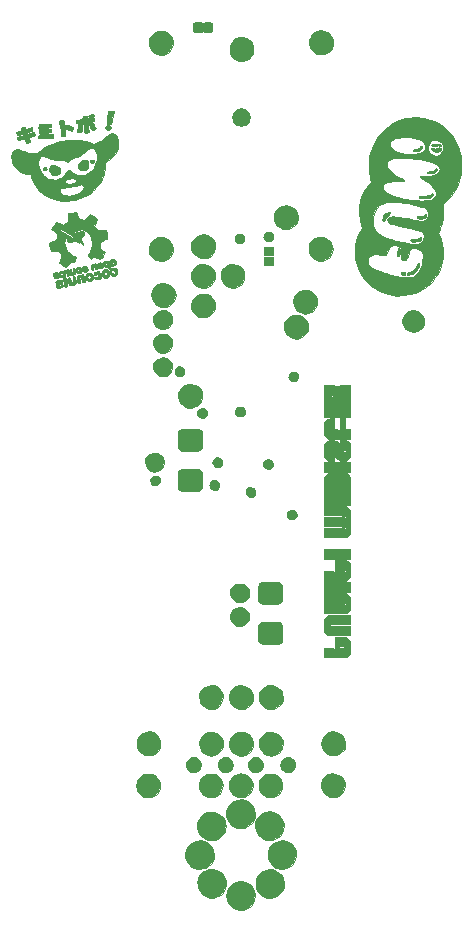
<source format=gbr>
G04 #@! TF.GenerationSoftware,KiCad,Pcbnew,5.0.2-bee76a0~70~ubuntu18.04.1*
G04 #@! TF.CreationDate,2019-04-19T09:49:41+03:00*
G04 #@! TF.ProjectId,Funifi_midistik_3_production,46756e69-6669-45f6-9d69-64697374696b,rev?*
G04 #@! TF.SameCoordinates,Original*
G04 #@! TF.FileFunction,Soldermask,Bot*
G04 #@! TF.FilePolarity,Negative*
%FSLAX46Y46*%
G04 Gerber Fmt 4.6, Leading zero omitted, Abs format (unit mm)*
G04 Created by KiCad (PCBNEW 5.0.2-bee76a0~70~ubuntu18.04.1) date pe 19. huhtikuuta 2019 09.49.41*
%MOMM*%
%LPD*%
G01*
G04 APERTURE LIST*
%ADD10C,0.010000*%
%ADD11C,0.100000*%
G04 APERTURE END LIST*
D10*
G04 #@! TO.C,G\002A\002A\002A*
G36*
X217505Y-34752198D02*
X502005Y-34861187D01*
X739978Y-35033437D01*
X923741Y-35261260D01*
X1045608Y-35536966D01*
X1097892Y-35852868D01*
X1099323Y-35919833D01*
X1059575Y-36241875D01*
X945020Y-36530426D01*
X760937Y-36776698D01*
X512604Y-36971903D01*
X444500Y-37009933D01*
X299058Y-37060647D01*
X103427Y-37096914D01*
X-110032Y-37115915D01*
X-308961Y-37114829D01*
X-461001Y-37090837D01*
X-465941Y-37089265D01*
X-757862Y-36952114D01*
X-994850Y-36754546D01*
X-1170356Y-36505624D01*
X-1277831Y-36214412D01*
X-1310990Y-35919833D01*
X-762000Y-35919833D01*
X-723222Y-36149455D01*
X-608149Y-36343806D01*
X-418676Y-36500093D01*
X-338667Y-36543565D01*
X-222442Y-36567845D01*
X-63424Y-36562333D01*
X103890Y-36531795D01*
X245001Y-36480996D01*
X284410Y-36457490D01*
X432659Y-36305347D01*
X519025Y-36117243D01*
X544981Y-35911832D01*
X512001Y-35707767D01*
X421559Y-35523701D01*
X275129Y-35378288D01*
X195519Y-35332385D01*
X-26963Y-35267472D01*
X-243084Y-35276638D01*
X-438691Y-35351199D01*
X-599634Y-35482475D01*
X-711761Y-35661784D01*
X-760922Y-35880443D01*
X-762000Y-35919833D01*
X-1310990Y-35919833D01*
X-1273465Y-35596852D01*
X-1164828Y-35312536D01*
X-992766Y-35074575D01*
X-764964Y-34890657D01*
X-489108Y-34768471D01*
X-172883Y-34715706D01*
X-105833Y-34714160D01*
X217505Y-34752198D01*
X217505Y-34752198D01*
G37*
X217505Y-34752198D02*
X502005Y-34861187D01*
X739978Y-35033437D01*
X923741Y-35261260D01*
X1045608Y-35536966D01*
X1097892Y-35852868D01*
X1099323Y-35919833D01*
X1059575Y-36241875D01*
X945020Y-36530426D01*
X760937Y-36776698D01*
X512604Y-36971903D01*
X444500Y-37009933D01*
X299058Y-37060647D01*
X103427Y-37096914D01*
X-110032Y-37115915D01*
X-308961Y-37114829D01*
X-461001Y-37090837D01*
X-465941Y-37089265D01*
X-757862Y-36952114D01*
X-994850Y-36754546D01*
X-1170356Y-36505624D01*
X-1277831Y-36214412D01*
X-1310990Y-35919833D01*
X-762000Y-35919833D01*
X-723222Y-36149455D01*
X-608149Y-36343806D01*
X-418676Y-36500093D01*
X-338667Y-36543565D01*
X-222442Y-36567845D01*
X-63424Y-36562333D01*
X103890Y-36531795D01*
X245001Y-36480996D01*
X284410Y-36457490D01*
X432659Y-36305347D01*
X519025Y-36117243D01*
X544981Y-35911832D01*
X512001Y-35707767D01*
X421559Y-35523701D01*
X275129Y-35378288D01*
X195519Y-35332385D01*
X-26963Y-35267472D01*
X-243084Y-35276638D01*
X-438691Y-35351199D01*
X-599634Y-35482475D01*
X-711761Y-35661784D01*
X-760922Y-35880443D01*
X-762000Y-35919833D01*
X-1310990Y-35919833D01*
X-1273465Y-35596852D01*
X-1164828Y-35312536D01*
X-992766Y-35074575D01*
X-764964Y-34890657D01*
X-489108Y-34768471D01*
X-172883Y-34715706D01*
X-105833Y-34714160D01*
X217505Y-34752198D01*
G36*
X-2232042Y-33710595D02*
X-1959775Y-33828988D01*
X-1720802Y-34015172D01*
X-1527114Y-34265247D01*
X-1488744Y-34334256D01*
X-1414531Y-34485620D01*
X-1373703Y-34603565D01*
X-1358365Y-34724993D01*
X-1360625Y-34886803D01*
X-1362385Y-34925000D01*
X-1413249Y-35257290D01*
X-1531350Y-35538156D01*
X-1716836Y-35767824D01*
X-1969857Y-35946521D01*
X-2067382Y-35993982D01*
X-2258351Y-36054105D01*
X-2482499Y-36088931D01*
X-2701549Y-36094630D01*
X-2857500Y-36073093D01*
X-3161315Y-35953179D01*
X-3409193Y-35772312D01*
X-3595914Y-35537334D01*
X-3716254Y-35255089D01*
X-3764994Y-34932421D01*
X-3765126Y-34924329D01*
X-3218036Y-34924329D01*
X-3177373Y-35117587D01*
X-3070208Y-35301637D01*
X-2999084Y-35377540D01*
X-2809668Y-35501186D01*
X-2598466Y-35548841D01*
X-2382415Y-35519807D01*
X-2178449Y-35413384D01*
X-2175945Y-35411483D01*
X-2013944Y-35238860D01*
X-1926936Y-35029286D01*
X-1917055Y-34805024D01*
X-1971018Y-34599039D01*
X-2087301Y-34436834D01*
X-2276121Y-34304459D01*
X-2288478Y-34297941D01*
X-2497377Y-34227573D01*
X-2693762Y-34230018D01*
X-2869920Y-34293558D01*
X-3018139Y-34406477D01*
X-3130706Y-34557056D01*
X-3199909Y-34733580D01*
X-3218036Y-34924329D01*
X-3765126Y-34924329D01*
X-3765807Y-34882666D01*
X-3729526Y-34553426D01*
X-3621961Y-34267792D01*
X-3445036Y-34029025D01*
X-3200670Y-33840388D01*
X-3128677Y-33801144D01*
X-2828485Y-33692774D01*
X-2525610Y-33663891D01*
X-2232042Y-33710595D01*
X-2232042Y-33710595D01*
G37*
X-2232042Y-33710595D02*
X-1959775Y-33828988D01*
X-1720802Y-34015172D01*
X-1527114Y-34265247D01*
X-1488744Y-34334256D01*
X-1414531Y-34485620D01*
X-1373703Y-34603565D01*
X-1358365Y-34724993D01*
X-1360625Y-34886803D01*
X-1362385Y-34925000D01*
X-1413249Y-35257290D01*
X-1531350Y-35538156D01*
X-1716836Y-35767824D01*
X-1969857Y-35946521D01*
X-2067382Y-35993982D01*
X-2258351Y-36054105D01*
X-2482499Y-36088931D01*
X-2701549Y-36094630D01*
X-2857500Y-36073093D01*
X-3161315Y-35953179D01*
X-3409193Y-35772312D01*
X-3595914Y-35537334D01*
X-3716254Y-35255089D01*
X-3764994Y-34932421D01*
X-3765126Y-34924329D01*
X-3218036Y-34924329D01*
X-3177373Y-35117587D01*
X-3070208Y-35301637D01*
X-2999084Y-35377540D01*
X-2809668Y-35501186D01*
X-2598466Y-35548841D01*
X-2382415Y-35519807D01*
X-2178449Y-35413384D01*
X-2175945Y-35411483D01*
X-2013944Y-35238860D01*
X-1926936Y-35029286D01*
X-1917055Y-34805024D01*
X-1971018Y-34599039D01*
X-2087301Y-34436834D01*
X-2276121Y-34304459D01*
X-2288478Y-34297941D01*
X-2497377Y-34227573D01*
X-2693762Y-34230018D01*
X-2869920Y-34293558D01*
X-3018139Y-34406477D01*
X-3130706Y-34557056D01*
X-3199909Y-34733580D01*
X-3218036Y-34924329D01*
X-3765126Y-34924329D01*
X-3765807Y-34882666D01*
X-3729526Y-34553426D01*
X-3621961Y-34267792D01*
X-3445036Y-34029025D01*
X-3200670Y-33840388D01*
X-3128677Y-33801144D01*
X-2828485Y-33692774D01*
X-2525610Y-33663891D01*
X-2232042Y-33710595D01*
G36*
X2609524Y-33700115D02*
X2896326Y-33801245D01*
X2903918Y-33805094D01*
X3168527Y-33984383D01*
X3367430Y-34215214D01*
X3497013Y-34491568D01*
X3553658Y-34807424D01*
X3556000Y-34890620D01*
X3517204Y-35208939D01*
X3406308Y-35491850D01*
X3231553Y-35730668D01*
X3001177Y-35916710D01*
X2723419Y-36041289D01*
X2413000Y-36095387D01*
X2118925Y-36083904D01*
X1937412Y-36040837D01*
X1691504Y-35916020D01*
X1467114Y-35727645D01*
X1289124Y-35496751D01*
X1284223Y-35488470D01*
X1195873Y-35270631D01*
X1150356Y-35009857D01*
X1150267Y-34857806D01*
X1695410Y-34857806D01*
X1719085Y-35061215D01*
X1802624Y-35251224D01*
X1944400Y-35411344D01*
X2116688Y-35514703D01*
X2270195Y-35545117D01*
X2452944Y-35534694D01*
X2623167Y-35488441D01*
X2703586Y-35444345D01*
X2879114Y-35268722D01*
X2980928Y-35060480D01*
X3005667Y-34882666D01*
X2967843Y-34658151D01*
X2854412Y-34471712D01*
X2665435Y-34323439D01*
X2613693Y-34295933D01*
X2418893Y-34226726D01*
X2238814Y-34228796D01*
X2048896Y-34303589D01*
X1999863Y-34332069D01*
X1834170Y-34476744D01*
X1733228Y-34657486D01*
X1695410Y-34857806D01*
X1150267Y-34857806D01*
X1150196Y-34737672D01*
X1197918Y-34485597D01*
X1202707Y-34470752D01*
X1332808Y-34204546D01*
X1522520Y-33986456D01*
X1758445Y-33821726D01*
X2027186Y-33715598D01*
X2315345Y-33673314D01*
X2609524Y-33700115D01*
X2609524Y-33700115D01*
G37*
X2609524Y-33700115D02*
X2896326Y-33801245D01*
X2903918Y-33805094D01*
X3168527Y-33984383D01*
X3367430Y-34215214D01*
X3497013Y-34491568D01*
X3553658Y-34807424D01*
X3556000Y-34890620D01*
X3517204Y-35208939D01*
X3406308Y-35491850D01*
X3231553Y-35730668D01*
X3001177Y-35916710D01*
X2723419Y-36041289D01*
X2413000Y-36095387D01*
X2118925Y-36083904D01*
X1937412Y-36040837D01*
X1691504Y-35916020D01*
X1467114Y-35727645D01*
X1289124Y-35496751D01*
X1284223Y-35488470D01*
X1195873Y-35270631D01*
X1150356Y-35009857D01*
X1150267Y-34857806D01*
X1695410Y-34857806D01*
X1719085Y-35061215D01*
X1802624Y-35251224D01*
X1944400Y-35411344D01*
X2116688Y-35514703D01*
X2270195Y-35545117D01*
X2452944Y-35534694D01*
X2623167Y-35488441D01*
X2703586Y-35444345D01*
X2879114Y-35268722D01*
X2980928Y-35060480D01*
X3005667Y-34882666D01*
X2967843Y-34658151D01*
X2854412Y-34471712D01*
X2665435Y-34323439D01*
X2613693Y-34295933D01*
X2418893Y-34226726D01*
X2238814Y-34228796D01*
X2048896Y-34303589D01*
X1999863Y-34332069D01*
X1834170Y-34476744D01*
X1733228Y-34657486D01*
X1695410Y-34857806D01*
X1150267Y-34857806D01*
X1150196Y-34737672D01*
X1197918Y-34485597D01*
X1202707Y-34470752D01*
X1332808Y-34204546D01*
X1522520Y-33986456D01*
X1758445Y-33821726D01*
X2027186Y-33715598D01*
X2315345Y-33673314D01*
X2609524Y-33700115D01*
G36*
X-3230933Y-31289222D02*
X-2951944Y-31419312D01*
X-2729404Y-31598713D01*
X-2541228Y-31842675D01*
X-2424608Y-32113623D01*
X-2377272Y-32398404D01*
X-2396946Y-32683867D01*
X-2481356Y-32956861D01*
X-2628230Y-33204236D01*
X-2835294Y-33412839D01*
X-3067554Y-33554856D01*
X-3289949Y-33623807D01*
X-3552323Y-33652257D01*
X-3819699Y-33639078D01*
X-4047687Y-33586540D01*
X-4282176Y-33462414D01*
X-4493065Y-33272553D01*
X-4660260Y-33035816D01*
X-4684661Y-32988668D01*
X-4754769Y-32824284D01*
X-4790437Y-32671750D01*
X-4801192Y-32487045D01*
X-4801231Y-32450009D01*
X-4792128Y-32366663D01*
X-4252238Y-32366663D01*
X-4246763Y-32536579D01*
X-4182045Y-32720601D01*
X-4071931Y-32890103D01*
X-3941323Y-33009355D01*
X-3751172Y-33089123D01*
X-3540104Y-33103828D01*
X-3338749Y-33053466D01*
X-3259236Y-33009416D01*
X-3085244Y-32863664D01*
X-2984030Y-32704360D01*
X-2943994Y-32510980D01*
X-2942167Y-32448500D01*
X-2967279Y-32242023D01*
X-3050348Y-32075318D01*
X-3202977Y-31927862D01*
X-3259236Y-31887583D01*
X-3449938Y-31803877D01*
X-3650891Y-31793239D01*
X-3846459Y-31848127D01*
X-4021006Y-31960997D01*
X-4158898Y-32124305D01*
X-4244498Y-32330508D01*
X-4252238Y-32366663D01*
X-4792128Y-32366663D01*
X-4765555Y-32123378D01*
X-4660550Y-31845005D01*
X-4484829Y-31612627D01*
X-4237005Y-31423977D01*
X-4140209Y-31371456D01*
X-3836380Y-31263472D01*
X-3529517Y-31236668D01*
X-3230933Y-31289222D01*
X-3230933Y-31289222D01*
G37*
X-3230933Y-31289222D02*
X-2951944Y-31419312D01*
X-2729404Y-31598713D01*
X-2541228Y-31842675D01*
X-2424608Y-32113623D01*
X-2377272Y-32398404D01*
X-2396946Y-32683867D01*
X-2481356Y-32956861D01*
X-2628230Y-33204236D01*
X-2835294Y-33412839D01*
X-3067554Y-33554856D01*
X-3289949Y-33623807D01*
X-3552323Y-33652257D01*
X-3819699Y-33639078D01*
X-4047687Y-33586540D01*
X-4282176Y-33462414D01*
X-4493065Y-33272553D01*
X-4660260Y-33035816D01*
X-4684661Y-32988668D01*
X-4754769Y-32824284D01*
X-4790437Y-32671750D01*
X-4801192Y-32487045D01*
X-4801231Y-32450009D01*
X-4792128Y-32366663D01*
X-4252238Y-32366663D01*
X-4246763Y-32536579D01*
X-4182045Y-32720601D01*
X-4071931Y-32890103D01*
X-3941323Y-33009355D01*
X-3751172Y-33089123D01*
X-3540104Y-33103828D01*
X-3338749Y-33053466D01*
X-3259236Y-33009416D01*
X-3085244Y-32863664D01*
X-2984030Y-32704360D01*
X-2943994Y-32510980D01*
X-2942167Y-32448500D01*
X-2967279Y-32242023D01*
X-3050348Y-32075318D01*
X-3202977Y-31927862D01*
X-3259236Y-31887583D01*
X-3449938Y-31803877D01*
X-3650891Y-31793239D01*
X-3846459Y-31848127D01*
X-4021006Y-31960997D01*
X-4158898Y-32124305D01*
X-4244498Y-32330508D01*
X-4252238Y-32366663D01*
X-4792128Y-32366663D01*
X-4765555Y-32123378D01*
X-4660550Y-31845005D01*
X-4484829Y-31612627D01*
X-4237005Y-31423977D01*
X-4140209Y-31371456D01*
X-3836380Y-31263472D01*
X-3529517Y-31236668D01*
X-3230933Y-31289222D01*
G36*
X3713926Y-31275998D02*
X3998605Y-31386995D01*
X4236136Y-31564431D01*
X4419848Y-31802715D01*
X4543069Y-32096254D01*
X4574518Y-32231074D01*
X4588835Y-32525370D01*
X4529583Y-32813402D01*
X4405701Y-33080550D01*
X4226130Y-33312193D01*
X3999808Y-33493710D01*
X3735676Y-33610480D01*
X3730130Y-33612038D01*
X3508174Y-33646498D01*
X3254506Y-33644625D01*
X3013075Y-33608083D01*
X2922150Y-33581485D01*
X2722558Y-33475385D01*
X2528305Y-33310497D01*
X2362285Y-33110861D01*
X2247389Y-32900517D01*
X2231628Y-32856388D01*
X2167859Y-32535011D01*
X2175205Y-32356099D01*
X2719844Y-32356099D01*
X2726253Y-32560820D01*
X2795052Y-32747876D01*
X2915170Y-32906056D01*
X3075535Y-33024149D01*
X3265076Y-33090945D01*
X3472722Y-33095233D01*
X3666852Y-33035947D01*
X3849009Y-32907514D01*
X3970679Y-32734478D01*
X4029099Y-32534179D01*
X4021505Y-32323953D01*
X3945134Y-32121138D01*
X3835400Y-31978600D01*
X3646137Y-31842090D01*
X3438655Y-31780401D01*
X3229095Y-31790975D01*
X3033595Y-31871249D01*
X2868297Y-32018664D01*
X2786896Y-32144924D01*
X2719844Y-32356099D01*
X2175205Y-32356099D01*
X2180432Y-32228817D01*
X2262588Y-31947266D01*
X2407568Y-31699817D01*
X2608613Y-31495929D01*
X2858964Y-31345060D01*
X3151861Y-31256671D01*
X3388768Y-31237034D01*
X3713926Y-31275998D01*
X3713926Y-31275998D01*
G37*
X3713926Y-31275998D02*
X3998605Y-31386995D01*
X4236136Y-31564431D01*
X4419848Y-31802715D01*
X4543069Y-32096254D01*
X4574518Y-32231074D01*
X4588835Y-32525370D01*
X4529583Y-32813402D01*
X4405701Y-33080550D01*
X4226130Y-33312193D01*
X3999808Y-33493710D01*
X3735676Y-33610480D01*
X3730130Y-33612038D01*
X3508174Y-33646498D01*
X3254506Y-33644625D01*
X3013075Y-33608083D01*
X2922150Y-33581485D01*
X2722558Y-33475385D01*
X2528305Y-33310497D01*
X2362285Y-33110861D01*
X2247389Y-32900517D01*
X2231628Y-32856388D01*
X2167859Y-32535011D01*
X2175205Y-32356099D01*
X2719844Y-32356099D01*
X2726253Y-32560820D01*
X2795052Y-32747876D01*
X2915170Y-32906056D01*
X3075535Y-33024149D01*
X3265076Y-33090945D01*
X3472722Y-33095233D01*
X3666852Y-33035947D01*
X3849009Y-32907514D01*
X3970679Y-32734478D01*
X4029099Y-32534179D01*
X4021505Y-32323953D01*
X3945134Y-32121138D01*
X3835400Y-31978600D01*
X3646137Y-31842090D01*
X3438655Y-31780401D01*
X3229095Y-31790975D01*
X3033595Y-31871249D01*
X2868297Y-32018664D01*
X2786896Y-32144924D01*
X2719844Y-32356099D01*
X2175205Y-32356099D01*
X2180432Y-32228817D01*
X2262588Y-31947266D01*
X2407568Y-31699817D01*
X2608613Y-31495929D01*
X2858964Y-31345060D01*
X3151861Y-31256671D01*
X3388768Y-31237034D01*
X3713926Y-31275998D01*
G36*
X-2365325Y-28820894D02*
X-2089945Y-28906233D01*
X-1839182Y-29053750D01*
X-1626250Y-29261114D01*
X-1478698Y-29495284D01*
X-1402955Y-29731272D01*
X-1376138Y-30002104D01*
X-1398285Y-30274095D01*
X-1469432Y-30513559D01*
X-1477572Y-30530985D01*
X-1593326Y-30712821D01*
X-1754669Y-30892956D01*
X-1935075Y-31045361D01*
X-2098315Y-31140070D01*
X-2306341Y-31197635D01*
X-2552136Y-31222238D01*
X-2794574Y-31211652D01*
X-2929791Y-31185151D01*
X-3208888Y-31066553D01*
X-3438155Y-30889860D01*
X-3614390Y-30667651D01*
X-3734388Y-30412504D01*
X-3794944Y-30136997D01*
X-3794040Y-30014333D01*
X-3259667Y-30014333D01*
X-3223148Y-30192655D01*
X-3126012Y-30372118D01*
X-2986886Y-30524055D01*
X-2882592Y-30594564D01*
X-2702044Y-30669963D01*
X-2545056Y-30684353D01*
X-2377068Y-30638294D01*
X-2300962Y-30603996D01*
X-2111705Y-30470681D01*
X-1984824Y-30293077D01*
X-1926203Y-30087399D01*
X-1941725Y-29869863D01*
X-1988220Y-29742154D01*
X-2120047Y-29552589D01*
X-2291149Y-29425640D01*
X-2485559Y-29361659D01*
X-2687308Y-29360995D01*
X-2880430Y-29423997D01*
X-3048956Y-29551016D01*
X-3164417Y-29716386D01*
X-3221286Y-29850878D01*
X-3255346Y-29973350D01*
X-3259667Y-30014333D01*
X-3794040Y-30014333D01*
X-3792856Y-29853707D01*
X-3724918Y-29575214D01*
X-3587926Y-29314095D01*
X-3448756Y-29147911D01*
X-3207039Y-28961241D01*
X-2937085Y-28846068D01*
X-2652110Y-28800063D01*
X-2365325Y-28820894D01*
X-2365325Y-28820894D01*
G37*
X-2365325Y-28820894D02*
X-2089945Y-28906233D01*
X-1839182Y-29053750D01*
X-1626250Y-29261114D01*
X-1478698Y-29495284D01*
X-1402955Y-29731272D01*
X-1376138Y-30002104D01*
X-1398285Y-30274095D01*
X-1469432Y-30513559D01*
X-1477572Y-30530985D01*
X-1593326Y-30712821D01*
X-1754669Y-30892956D01*
X-1935075Y-31045361D01*
X-2098315Y-31140070D01*
X-2306341Y-31197635D01*
X-2552136Y-31222238D01*
X-2794574Y-31211652D01*
X-2929791Y-31185151D01*
X-3208888Y-31066553D01*
X-3438155Y-30889860D01*
X-3614390Y-30667651D01*
X-3734388Y-30412504D01*
X-3794944Y-30136997D01*
X-3794040Y-30014333D01*
X-3259667Y-30014333D01*
X-3223148Y-30192655D01*
X-3126012Y-30372118D01*
X-2986886Y-30524055D01*
X-2882592Y-30594564D01*
X-2702044Y-30669963D01*
X-2545056Y-30684353D01*
X-2377068Y-30638294D01*
X-2300962Y-30603996D01*
X-2111705Y-30470681D01*
X-1984824Y-30293077D01*
X-1926203Y-30087399D01*
X-1941725Y-29869863D01*
X-1988220Y-29742154D01*
X-2120047Y-29552589D01*
X-2291149Y-29425640D01*
X-2485559Y-29361659D01*
X-2687308Y-29360995D01*
X-2880430Y-29423997D01*
X-3048956Y-29551016D01*
X-3164417Y-29716386D01*
X-3221286Y-29850878D01*
X-3255346Y-29973350D01*
X-3259667Y-30014333D01*
X-3794040Y-30014333D01*
X-3792856Y-29853707D01*
X-3724918Y-29575214D01*
X-3587926Y-29314095D01*
X-3448756Y-29147911D01*
X-3207039Y-28961241D01*
X-2937085Y-28846068D01*
X-2652110Y-28800063D01*
X-2365325Y-28820894D01*
G36*
X2601218Y-28816081D02*
X2870349Y-28916193D01*
X3140940Y-29092095D01*
X3340465Y-29313968D01*
X3469072Y-29582052D01*
X3526906Y-29896588D01*
X3530450Y-29994675D01*
X3494109Y-30311077D01*
X3384396Y-30598332D01*
X3206960Y-30843527D01*
X3125151Y-30921112D01*
X2882476Y-31076264D01*
X2599608Y-31171525D01*
X2299086Y-31203867D01*
X2003446Y-31170259D01*
X1797553Y-31099523D01*
X1579557Y-30960815D01*
X1383942Y-30768078D01*
X1233036Y-30546614D01*
X1163970Y-30381466D01*
X1104593Y-30054555D01*
X1671209Y-30054555D01*
X1690884Y-30174569D01*
X1750468Y-30307800D01*
X1844912Y-30439743D01*
X1872432Y-30468572D01*
X2060603Y-30615146D01*
X2245554Y-30680940D01*
X2440595Y-30668214D01*
X2626106Y-30596416D01*
X2815106Y-30461232D01*
X2937757Y-30290375D01*
X2995681Y-30098654D01*
X2990503Y-29900876D01*
X2923844Y-29711847D01*
X2797330Y-29546375D01*
X2612583Y-29419267D01*
X2491935Y-29372614D01*
X2284163Y-29350151D01*
X2087546Y-29399393D01*
X1915015Y-29507397D01*
X1779496Y-29661221D01*
X1693917Y-29847921D01*
X1671209Y-30054555D01*
X1104593Y-30054555D01*
X1103941Y-30050970D01*
X1124928Y-29740990D01*
X1226064Y-29455227D01*
X1406478Y-29197377D01*
X1453775Y-29147703D01*
X1709278Y-28947591D01*
X1992702Y-28824470D01*
X2293524Y-28780060D01*
X2601218Y-28816081D01*
X2601218Y-28816081D01*
G37*
X2601218Y-28816081D02*
X2870349Y-28916193D01*
X3140940Y-29092095D01*
X3340465Y-29313968D01*
X3469072Y-29582052D01*
X3526906Y-29896588D01*
X3530450Y-29994675D01*
X3494109Y-30311077D01*
X3384396Y-30598332D01*
X3206960Y-30843527D01*
X3125151Y-30921112D01*
X2882476Y-31076264D01*
X2599608Y-31171525D01*
X2299086Y-31203867D01*
X2003446Y-31170259D01*
X1797553Y-31099523D01*
X1579557Y-30960815D01*
X1383942Y-30768078D01*
X1233036Y-30546614D01*
X1163970Y-30381466D01*
X1104593Y-30054555D01*
X1671209Y-30054555D01*
X1690884Y-30174569D01*
X1750468Y-30307800D01*
X1844912Y-30439743D01*
X1872432Y-30468572D01*
X2060603Y-30615146D01*
X2245554Y-30680940D01*
X2440595Y-30668214D01*
X2626106Y-30596416D01*
X2815106Y-30461232D01*
X2937757Y-30290375D01*
X2995681Y-30098654D01*
X2990503Y-29900876D01*
X2923844Y-29711847D01*
X2797330Y-29546375D01*
X2612583Y-29419267D01*
X2491935Y-29372614D01*
X2284163Y-29350151D01*
X2087546Y-29399393D01*
X1915015Y-29507397D01*
X1779496Y-29661221D01*
X1693917Y-29847921D01*
X1671209Y-30054555D01*
X1104593Y-30054555D01*
X1103941Y-30050970D01*
X1124928Y-29740990D01*
X1226064Y-29455227D01*
X1406478Y-29197377D01*
X1453775Y-29147703D01*
X1709278Y-28947591D01*
X1992702Y-28824470D01*
X2293524Y-28780060D01*
X2601218Y-28816081D01*
G36*
X222412Y-27816608D02*
X496493Y-27935867D01*
X742445Y-28126592D01*
X743594Y-28127739D01*
X933945Y-28372671D01*
X1051622Y-28643924D01*
X1098995Y-28928624D01*
X1078437Y-29213896D01*
X992321Y-29486864D01*
X843017Y-29734653D01*
X632899Y-29944389D01*
X381000Y-30095817D01*
X138094Y-30167217D01*
X-138423Y-30187874D01*
X-414891Y-30158455D01*
X-657650Y-30079631D01*
X-667136Y-30074986D01*
X-921156Y-29904508D01*
X-1116909Y-29683168D01*
X-1251243Y-29424378D01*
X-1321006Y-29141545D01*
X-1321752Y-29034225D01*
X-779688Y-29034225D01*
X-724131Y-29231580D01*
X-609128Y-29409797D01*
X-446059Y-29549186D01*
X-317500Y-29610398D01*
X-103383Y-29648355D01*
X104988Y-29607907D01*
X244732Y-29538847D01*
X395839Y-29402920D01*
X495522Y-29220855D01*
X539007Y-29015672D01*
X521521Y-28810387D01*
X438289Y-28628020D01*
X434679Y-28623080D01*
X263491Y-28452143D01*
X67556Y-28353204D01*
X-138369Y-28323626D01*
X-339529Y-28360771D01*
X-521171Y-28462001D01*
X-668538Y-28624680D01*
X-764415Y-28837419D01*
X-779688Y-29034225D01*
X-1321752Y-29034225D01*
X-1323048Y-28848079D01*
X-1254217Y-28557390D01*
X-1111360Y-28282887D01*
X-1094049Y-28258446D01*
X-883270Y-28034885D01*
X-632638Y-27877953D01*
X-355750Y-27788618D01*
X-66201Y-27767848D01*
X222412Y-27816608D01*
X222412Y-27816608D01*
G37*
X222412Y-27816608D02*
X496493Y-27935867D01*
X742445Y-28126592D01*
X743594Y-28127739D01*
X933945Y-28372671D01*
X1051622Y-28643924D01*
X1098995Y-28928624D01*
X1078437Y-29213896D01*
X992321Y-29486864D01*
X843017Y-29734653D01*
X632899Y-29944389D01*
X381000Y-30095817D01*
X138094Y-30167217D01*
X-138423Y-30187874D01*
X-414891Y-30158455D01*
X-657650Y-30079631D01*
X-667136Y-30074986D01*
X-921156Y-29904508D01*
X-1116909Y-29683168D01*
X-1251243Y-29424378D01*
X-1321006Y-29141545D01*
X-1321752Y-29034225D01*
X-779688Y-29034225D01*
X-724131Y-29231580D01*
X-609128Y-29409797D01*
X-446059Y-29549186D01*
X-317500Y-29610398D01*
X-103383Y-29648355D01*
X104988Y-29607907D01*
X244732Y-29538847D01*
X395839Y-29402920D01*
X495522Y-29220855D01*
X539007Y-29015672D01*
X521521Y-28810387D01*
X438289Y-28628020D01*
X434679Y-28623080D01*
X263491Y-28452143D01*
X67556Y-28353204D01*
X-138369Y-28323626D01*
X-339529Y-28360771D01*
X-521171Y-28462001D01*
X-668538Y-28624680D01*
X-764415Y-28837419D01*
X-779688Y-29034225D01*
X-1321752Y-29034225D01*
X-1323048Y-28848079D01*
X-1254217Y-28557390D01*
X-1111360Y-28282887D01*
X-1094049Y-28258446D01*
X-883270Y-28034885D01*
X-632638Y-27877953D01*
X-355750Y-27788618D01*
X-66201Y-27767848D01*
X222412Y-27816608D01*
G36*
X-7788650Y-25588378D02*
X-7530039Y-25660544D01*
X-7290833Y-25803601D01*
X-7253222Y-25835109D01*
X-7073467Y-26045404D01*
X-6962392Y-26290276D01*
X-6920297Y-26554376D01*
X-6947481Y-26822354D01*
X-7044246Y-27078861D01*
X-7210890Y-27308548D01*
X-7224161Y-27322196D01*
X-7424884Y-27469390D01*
X-7670553Y-27564702D01*
X-7935729Y-27603303D01*
X-8194970Y-27580364D01*
X-8339667Y-27533941D01*
X-8535598Y-27413187D01*
X-8717310Y-27236840D01*
X-8856150Y-27032734D01*
X-8856668Y-27031730D01*
X-8919699Y-26839126D01*
X-8938344Y-26648521D01*
X-8343790Y-26648521D01*
X-8290501Y-26802939D01*
X-8186955Y-26920263D01*
X-8048850Y-26990197D01*
X-7891889Y-27002446D01*
X-7731771Y-26946714D01*
X-7668694Y-26901688D01*
X-7548803Y-26756377D01*
X-7508978Y-26594619D01*
X-7551457Y-26425858D01*
X-7554532Y-26419806D01*
X-7652572Y-26297580D01*
X-7789998Y-26204160D01*
X-7931818Y-26162579D01*
X-7945981Y-26162158D01*
X-8079666Y-26198001D01*
X-8210513Y-26288222D01*
X-8306734Y-26407635D01*
X-8331122Y-26467304D01*
X-8343790Y-26648521D01*
X-8938344Y-26648521D01*
X-8942398Y-26607089D01*
X-8924138Y-26370967D01*
X-8871741Y-26183166D01*
X-8730836Y-25947054D01*
X-8537759Y-25766441D01*
X-8306825Y-25644405D01*
X-8052350Y-25584024D01*
X-7788650Y-25588378D01*
X-7788650Y-25588378D01*
G37*
X-7788650Y-25588378D02*
X-7530039Y-25660544D01*
X-7290833Y-25803601D01*
X-7253222Y-25835109D01*
X-7073467Y-26045404D01*
X-6962392Y-26290276D01*
X-6920297Y-26554376D01*
X-6947481Y-26822354D01*
X-7044246Y-27078861D01*
X-7210890Y-27308548D01*
X-7224161Y-27322196D01*
X-7424884Y-27469390D01*
X-7670553Y-27564702D01*
X-7935729Y-27603303D01*
X-8194970Y-27580364D01*
X-8339667Y-27533941D01*
X-8535598Y-27413187D01*
X-8717310Y-27236840D01*
X-8856150Y-27032734D01*
X-8856668Y-27031730D01*
X-8919699Y-26839126D01*
X-8938344Y-26648521D01*
X-8343790Y-26648521D01*
X-8290501Y-26802939D01*
X-8186955Y-26920263D01*
X-8048850Y-26990197D01*
X-7891889Y-27002446D01*
X-7731771Y-26946714D01*
X-7668694Y-26901688D01*
X-7548803Y-26756377D01*
X-7508978Y-26594619D01*
X-7551457Y-26425858D01*
X-7554532Y-26419806D01*
X-7652572Y-26297580D01*
X-7789998Y-26204160D01*
X-7931818Y-26162579D01*
X-7945981Y-26162158D01*
X-8079666Y-26198001D01*
X-8210513Y-26288222D01*
X-8306734Y-26407635D01*
X-8331122Y-26467304D01*
X-8343790Y-26648521D01*
X-8938344Y-26648521D01*
X-8942398Y-26607089D01*
X-8924138Y-26370967D01*
X-8871741Y-26183166D01*
X-8730836Y-25947054D01*
X-8537759Y-25766441D01*
X-8306825Y-25644405D01*
X-8052350Y-25584024D01*
X-7788650Y-25588378D01*
G36*
X-2495996Y-25587405D02*
X-2235929Y-25660853D01*
X-1994678Y-25807183D01*
X-1961556Y-25835109D01*
X-1784489Y-26043309D01*
X-1673788Y-26287775D01*
X-1629689Y-26551903D01*
X-1652426Y-26819091D01*
X-1742232Y-27072736D01*
X-1899344Y-27296237D01*
X-1940338Y-27337250D01*
X-2153044Y-27483390D01*
X-2407176Y-27573229D01*
X-2677836Y-27602718D01*
X-2940123Y-27567804D01*
X-3069167Y-27520906D01*
X-3283988Y-27380635D01*
X-3466856Y-27184670D01*
X-3579255Y-26989311D01*
X-3629902Y-26797909D01*
X-3645661Y-26586665D01*
X-3048000Y-26586665D01*
X-3013065Y-26765439D01*
X-2920072Y-26900311D01*
X-2786739Y-26983280D01*
X-2630784Y-27006346D01*
X-2469926Y-26961508D01*
X-2371230Y-26892250D01*
X-2251682Y-26741826D01*
X-2216552Y-26585174D01*
X-2265803Y-26422048D01*
X-2293518Y-26376930D01*
X-2423157Y-26245644D01*
X-2574206Y-26181855D01*
X-2729097Y-26180680D01*
X-2870263Y-26237235D01*
X-2980139Y-26346638D01*
X-3041156Y-26504005D01*
X-3048000Y-26586665D01*
X-3645661Y-26586665D01*
X-3646679Y-26573032D01*
X-3629162Y-26353640D01*
X-3587815Y-26202522D01*
X-3443992Y-25959077D01*
X-3248877Y-25772675D01*
X-3016492Y-25646484D01*
X-2760857Y-25583671D01*
X-2495996Y-25587405D01*
X-2495996Y-25587405D01*
G37*
X-2495996Y-25587405D02*
X-2235929Y-25660853D01*
X-1994678Y-25807183D01*
X-1961556Y-25835109D01*
X-1784489Y-26043309D01*
X-1673788Y-26287775D01*
X-1629689Y-26551903D01*
X-1652426Y-26819091D01*
X-1742232Y-27072736D01*
X-1899344Y-27296237D01*
X-1940338Y-27337250D01*
X-2153044Y-27483390D01*
X-2407176Y-27573229D01*
X-2677836Y-27602718D01*
X-2940123Y-27567804D01*
X-3069167Y-27520906D01*
X-3283988Y-27380635D01*
X-3466856Y-27184670D01*
X-3579255Y-26989311D01*
X-3629902Y-26797909D01*
X-3645661Y-26586665D01*
X-3048000Y-26586665D01*
X-3013065Y-26765439D01*
X-2920072Y-26900311D01*
X-2786739Y-26983280D01*
X-2630784Y-27006346D01*
X-2469926Y-26961508D01*
X-2371230Y-26892250D01*
X-2251682Y-26741826D01*
X-2216552Y-26585174D01*
X-2265803Y-26422048D01*
X-2293518Y-26376930D01*
X-2423157Y-26245644D01*
X-2574206Y-26181855D01*
X-2729097Y-26180680D01*
X-2870263Y-26237235D01*
X-2980139Y-26346638D01*
X-3041156Y-26504005D01*
X-3048000Y-26586665D01*
X-3645661Y-26586665D01*
X-3646679Y-26573032D01*
X-3629162Y-26353640D01*
X-3587815Y-26202522D01*
X-3443992Y-25959077D01*
X-3248877Y-25772675D01*
X-3016492Y-25646484D01*
X-2760857Y-25583671D01*
X-2495996Y-25587405D01*
G36*
X-26216Y-25580997D02*
X270860Y-25648964D01*
X517951Y-25782226D01*
X708849Y-25973907D01*
X837349Y-26217130D01*
X897243Y-26505018D01*
X900897Y-26608201D01*
X859950Y-26889350D01*
X746037Y-27143516D01*
X568763Y-27356186D01*
X337731Y-27512848D01*
X287110Y-27535687D01*
X87399Y-27586347D01*
X-147089Y-27597710D01*
X-376713Y-27570449D01*
X-529167Y-27521795D01*
X-774316Y-27365958D01*
X-957228Y-27155810D01*
X-1072759Y-26899563D01*
X-1115763Y-26605429D01*
X-1115885Y-26590285D01*
X-531945Y-26590285D01*
X-525263Y-26691647D01*
X-449994Y-26835828D01*
X-321125Y-26940193D01*
X-162840Y-26995479D01*
X677Y-26992421D01*
X122052Y-26939634D01*
X206753Y-26852189D01*
X277366Y-26734590D01*
X280206Y-26727967D01*
X316240Y-26615850D01*
X308574Y-26520577D01*
X279070Y-26439978D01*
X191477Y-26312929D01*
X61408Y-26212960D01*
X-78429Y-26163693D01*
X-105833Y-26162000D01*
X-254112Y-26200075D01*
X-386496Y-26299225D01*
X-485077Y-26436833D01*
X-531945Y-26590285D01*
X-1115885Y-26590285D01*
X-1115925Y-26585333D01*
X-1077812Y-26301238D01*
X-970506Y-26050660D01*
X-804562Y-25843325D01*
X-590529Y-25688959D01*
X-338962Y-25597287D01*
X-60412Y-25578035D01*
X-26216Y-25580997D01*
X-26216Y-25580997D01*
G37*
X-26216Y-25580997D02*
X270860Y-25648964D01*
X517951Y-25782226D01*
X708849Y-25973907D01*
X837349Y-26217130D01*
X897243Y-26505018D01*
X900897Y-26608201D01*
X859950Y-26889350D01*
X746037Y-27143516D01*
X568763Y-27356186D01*
X337731Y-27512848D01*
X287110Y-27535687D01*
X87399Y-27586347D01*
X-147089Y-27597710D01*
X-376713Y-27570449D01*
X-529167Y-27521795D01*
X-774316Y-27365958D01*
X-957228Y-27155810D01*
X-1072759Y-26899563D01*
X-1115763Y-26605429D01*
X-1115885Y-26590285D01*
X-531945Y-26590285D01*
X-525263Y-26691647D01*
X-449994Y-26835828D01*
X-321125Y-26940193D01*
X-162840Y-26995479D01*
X677Y-26992421D01*
X122052Y-26939634D01*
X206753Y-26852189D01*
X277366Y-26734590D01*
X280206Y-26727967D01*
X316240Y-26615850D01*
X308574Y-26520577D01*
X279070Y-26439978D01*
X191477Y-26312929D01*
X61408Y-26212960D01*
X-78429Y-26163693D01*
X-105833Y-26162000D01*
X-254112Y-26200075D01*
X-386496Y-26299225D01*
X-485077Y-26436833D01*
X-531945Y-26590285D01*
X-1115885Y-26590285D01*
X-1115925Y-26585333D01*
X-1077812Y-26301238D01*
X-970506Y-26050660D01*
X-804562Y-25843325D01*
X-590529Y-25688959D01*
X-338962Y-25597287D01*
X-60412Y-25578035D01*
X-26216Y-25580997D01*
G36*
X2530513Y-25582724D02*
X2800530Y-25648394D01*
X3028392Y-25777099D01*
X3209615Y-25956049D01*
X3339713Y-26172455D01*
X3414201Y-26413525D01*
X3428594Y-26666471D01*
X3378406Y-26918501D01*
X3259154Y-27156827D01*
X3134825Y-27306029D01*
X2902724Y-27481190D01*
X2640901Y-27580611D01*
X2361099Y-27602372D01*
X2075059Y-27544551D01*
X1960440Y-27498202D01*
X1730509Y-27346829D01*
X1556578Y-27139257D01*
X1445490Y-26888226D01*
X1404090Y-26606474D01*
X1406022Y-26562716D01*
X1989667Y-26562716D01*
X2024504Y-26742111D01*
X2117253Y-26881597D01*
X2250263Y-26973307D01*
X2405886Y-27009375D01*
X2566475Y-26981936D01*
X2712590Y-26884923D01*
X2817683Y-26732404D01*
X2839331Y-26572347D01*
X2777730Y-26410354D01*
X2692400Y-26305933D01*
X2562788Y-26201768D01*
X2439523Y-26163042D01*
X2413000Y-26162000D01*
X2282602Y-26196665D01*
X2152620Y-26285064D01*
X2047770Y-26403800D01*
X1992768Y-26529479D01*
X1989667Y-26562716D01*
X1406022Y-26562716D01*
X1409955Y-26473679D01*
X1477493Y-26197135D01*
X1612613Y-25960933D01*
X1804366Y-25773783D01*
X2041800Y-25644389D01*
X2313964Y-25581461D01*
X2530513Y-25582724D01*
X2530513Y-25582724D01*
G37*
X2530513Y-25582724D02*
X2800530Y-25648394D01*
X3028392Y-25777099D01*
X3209615Y-25956049D01*
X3339713Y-26172455D01*
X3414201Y-26413525D01*
X3428594Y-26666471D01*
X3378406Y-26918501D01*
X3259154Y-27156827D01*
X3134825Y-27306029D01*
X2902724Y-27481190D01*
X2640901Y-27580611D01*
X2361099Y-27602372D01*
X2075059Y-27544551D01*
X1960440Y-27498202D01*
X1730509Y-27346829D01*
X1556578Y-27139257D01*
X1445490Y-26888226D01*
X1404090Y-26606474D01*
X1406022Y-26562716D01*
X1989667Y-26562716D01*
X2024504Y-26742111D01*
X2117253Y-26881597D01*
X2250263Y-26973307D01*
X2405886Y-27009375D01*
X2566475Y-26981936D01*
X2712590Y-26884923D01*
X2817683Y-26732404D01*
X2839331Y-26572347D01*
X2777730Y-26410354D01*
X2692400Y-26305933D01*
X2562788Y-26201768D01*
X2439523Y-26163042D01*
X2413000Y-26162000D01*
X2282602Y-26196665D01*
X2152620Y-26285064D01*
X2047770Y-26403800D01*
X1992768Y-26529479D01*
X1989667Y-26562716D01*
X1406022Y-26562716D01*
X1409955Y-26473679D01*
X1477493Y-26197135D01*
X1612613Y-25960933D01*
X1804366Y-25773783D01*
X2041800Y-25644389D01*
X2313964Y-25581461D01*
X2530513Y-25582724D01*
G36*
X7913031Y-25593285D02*
X8147970Y-25674473D01*
X8351441Y-25808466D01*
X8517093Y-25985067D01*
X8638574Y-26194077D01*
X8709534Y-26425297D01*
X8723621Y-26668528D01*
X8674485Y-26913571D01*
X8555775Y-27150227D01*
X8421442Y-27311923D01*
X8191646Y-27485688D01*
X7931872Y-27583765D01*
X7653558Y-27604314D01*
X7368137Y-27545493D01*
X7255212Y-27499641D01*
X7027311Y-27352247D01*
X6859534Y-27159449D01*
X6751030Y-26934587D01*
X6700952Y-26691001D01*
X6702530Y-26638589D01*
X7291690Y-26638589D01*
X7336688Y-26777837D01*
X7427337Y-26893857D01*
X7550873Y-26975246D01*
X7694528Y-27010600D01*
X7845536Y-26988517D01*
X7991130Y-26897595D01*
X8004256Y-26884923D01*
X8103189Y-26733669D01*
X8128037Y-26567084D01*
X8081675Y-26405133D01*
X7966976Y-26267782D01*
X7909748Y-26228343D01*
X7743631Y-26174876D01*
X7575445Y-26199949D01*
X7423160Y-26299840D01*
X7389718Y-26336020D01*
X7305112Y-26487516D01*
X7291690Y-26638589D01*
X6702530Y-26638589D01*
X6708451Y-26442033D01*
X6772678Y-26201022D01*
X6892784Y-25981308D01*
X7067921Y-25796233D01*
X7297240Y-25659136D01*
X7374152Y-25630125D01*
X7652975Y-25575103D01*
X7913031Y-25593285D01*
X7913031Y-25593285D01*
G37*
X7913031Y-25593285D02*
X8147970Y-25674473D01*
X8351441Y-25808466D01*
X8517093Y-25985067D01*
X8638574Y-26194077D01*
X8709534Y-26425297D01*
X8723621Y-26668528D01*
X8674485Y-26913571D01*
X8555775Y-27150227D01*
X8421442Y-27311923D01*
X8191646Y-27485688D01*
X7931872Y-27583765D01*
X7653558Y-27604314D01*
X7368137Y-27545493D01*
X7255212Y-27499641D01*
X7027311Y-27352247D01*
X6859534Y-27159449D01*
X6751030Y-26934587D01*
X6700952Y-26691001D01*
X6702530Y-26638589D01*
X7291690Y-26638589D01*
X7336688Y-26777837D01*
X7427337Y-26893857D01*
X7550873Y-26975246D01*
X7694528Y-27010600D01*
X7845536Y-26988517D01*
X7991130Y-26897595D01*
X8004256Y-26884923D01*
X8103189Y-26733669D01*
X8128037Y-26567084D01*
X8081675Y-26405133D01*
X7966976Y-26267782D01*
X7909748Y-26228343D01*
X7743631Y-26174876D01*
X7575445Y-26199949D01*
X7423160Y-26299840D01*
X7389718Y-26336020D01*
X7305112Y-26487516D01*
X7291690Y-26638589D01*
X6702530Y-26638589D01*
X6708451Y-26442033D01*
X6772678Y-26201022D01*
X6892784Y-25981308D01*
X7067921Y-25796233D01*
X7297240Y-25659136D01*
X7374152Y-25630125D01*
X7652975Y-25575103D01*
X7913031Y-25593285D01*
G36*
X-2445300Y-22066314D02*
X-2230311Y-22115314D01*
X-2041841Y-22217603D01*
X-1935183Y-22304192D01*
X-1754569Y-22511716D01*
X-1648255Y-22747519D01*
X-1609924Y-23026127D01*
X-1609597Y-23052771D01*
X-1646511Y-23340516D01*
X-1752294Y-23592919D01*
X-1916211Y-23801419D01*
X-2127526Y-23957453D01*
X-2375506Y-24052461D01*
X-2649417Y-24077880D01*
X-2857500Y-24048082D01*
X-3129718Y-23942425D01*
X-3346992Y-23775125D01*
X-3504073Y-23553084D01*
X-3595715Y-23283205D01*
X-3618383Y-23047180D01*
X-3617802Y-23024685D01*
X-3035654Y-23024685D01*
X-3008081Y-23192370D01*
X-3003253Y-23204495D01*
X-2908326Y-23344309D01*
X-2770463Y-23441620D01*
X-2616779Y-23479800D01*
X-2561167Y-23475581D01*
X-2449062Y-23429117D01*
X-2335863Y-23343764D01*
X-2317750Y-23325103D01*
X-2218787Y-23165124D01*
X-2202035Y-23000008D01*
X-2267350Y-22840631D01*
X-2325077Y-22772076D01*
X-2470141Y-22674962D01*
X-2625259Y-22646737D01*
X-2774900Y-22677500D01*
X-2903533Y-22757347D01*
X-2995628Y-22876376D01*
X-3035654Y-23024685D01*
X-3617802Y-23024685D01*
X-3613884Y-22873284D01*
X-3592822Y-22747782D01*
X-3546197Y-22634741D01*
X-3491499Y-22540489D01*
X-3316687Y-22314264D01*
X-3113859Y-22163829D01*
X-2871008Y-22081832D01*
X-2711375Y-22062971D01*
X-2445300Y-22066314D01*
X-2445300Y-22066314D01*
G37*
X-2445300Y-22066314D02*
X-2230311Y-22115314D01*
X-2041841Y-22217603D01*
X-1935183Y-22304192D01*
X-1754569Y-22511716D01*
X-1648255Y-22747519D01*
X-1609924Y-23026127D01*
X-1609597Y-23052771D01*
X-1646511Y-23340516D01*
X-1752294Y-23592919D01*
X-1916211Y-23801419D01*
X-2127526Y-23957453D01*
X-2375506Y-24052461D01*
X-2649417Y-24077880D01*
X-2857500Y-24048082D01*
X-3129718Y-23942425D01*
X-3346992Y-23775125D01*
X-3504073Y-23553084D01*
X-3595715Y-23283205D01*
X-3618383Y-23047180D01*
X-3617802Y-23024685D01*
X-3035654Y-23024685D01*
X-3008081Y-23192370D01*
X-3003253Y-23204495D01*
X-2908326Y-23344309D01*
X-2770463Y-23441620D01*
X-2616779Y-23479800D01*
X-2561167Y-23475581D01*
X-2449062Y-23429117D01*
X-2335863Y-23343764D01*
X-2317750Y-23325103D01*
X-2218787Y-23165124D01*
X-2202035Y-23000008D01*
X-2267350Y-22840631D01*
X-2325077Y-22772076D01*
X-2470141Y-22674962D01*
X-2625259Y-22646737D01*
X-2774900Y-22677500D01*
X-2903533Y-22757347D01*
X-2995628Y-22876376D01*
X-3035654Y-23024685D01*
X-3617802Y-23024685D01*
X-3613884Y-22873284D01*
X-3592822Y-22747782D01*
X-3546197Y-22634741D01*
X-3491499Y-22540489D01*
X-3316687Y-22314264D01*
X-3113859Y-22163829D01*
X-2871008Y-22081832D01*
X-2711375Y-22062971D01*
X-2445300Y-22066314D01*
G36*
X103673Y-22069227D02*
X287030Y-22105960D01*
X329443Y-22121312D01*
X565515Y-22262465D01*
X747496Y-22458291D01*
X870389Y-22694483D01*
X929199Y-22956737D01*
X918932Y-23230746D01*
X834592Y-23502205D01*
X821280Y-23529891D01*
X669704Y-23746908D01*
X464295Y-23916697D01*
X223368Y-24031077D01*
X-34759Y-24081866D01*
X-291769Y-24060882D01*
X-338941Y-24048112D01*
X-606849Y-23927185D01*
X-822409Y-23750480D01*
X-979800Y-23530513D01*
X-1073201Y-23279803D01*
X-1093024Y-23053817D01*
X-496075Y-23053817D01*
X-460273Y-23208708D01*
X-359111Y-23349873D01*
X-293070Y-23402815D01*
X-128157Y-23474809D01*
X30216Y-23462432D01*
X182295Y-23365647D01*
X222250Y-23325103D01*
X315463Y-23170549D01*
X335578Y-23009393D01*
X290595Y-22859354D01*
X188515Y-22738150D01*
X37337Y-22663499D01*
X-83335Y-22648333D01*
X-260145Y-22682459D01*
X-391128Y-22773126D01*
X-471399Y-22902768D01*
X-496075Y-23053817D01*
X-1093024Y-23053817D01*
X-1096792Y-23010865D01*
X-1044753Y-22736218D01*
X-1000469Y-22625436D01*
X-848537Y-22389652D01*
X-642430Y-22203149D01*
X-477610Y-22112751D01*
X-315335Y-22072233D01*
X-109344Y-22057855D01*
X103673Y-22069227D01*
X103673Y-22069227D01*
G37*
X103673Y-22069227D02*
X287030Y-22105960D01*
X329443Y-22121312D01*
X565515Y-22262465D01*
X747496Y-22458291D01*
X870389Y-22694483D01*
X929199Y-22956737D01*
X918932Y-23230746D01*
X834592Y-23502205D01*
X821280Y-23529891D01*
X669704Y-23746908D01*
X464295Y-23916697D01*
X223368Y-24031077D01*
X-34759Y-24081866D01*
X-291769Y-24060882D01*
X-338941Y-24048112D01*
X-606849Y-23927185D01*
X-822409Y-23750480D01*
X-979800Y-23530513D01*
X-1073201Y-23279803D01*
X-1093024Y-23053817D01*
X-496075Y-23053817D01*
X-460273Y-23208708D01*
X-359111Y-23349873D01*
X-293070Y-23402815D01*
X-128157Y-23474809D01*
X30216Y-23462432D01*
X182295Y-23365647D01*
X222250Y-23325103D01*
X315463Y-23170549D01*
X335578Y-23009393D01*
X290595Y-22859354D01*
X188515Y-22738150D01*
X37337Y-22663499D01*
X-83335Y-22648333D01*
X-260145Y-22682459D01*
X-391128Y-22773126D01*
X-471399Y-22902768D01*
X-496075Y-23053817D01*
X-1093024Y-23053817D01*
X-1096792Y-23010865D01*
X-1044753Y-22736218D01*
X-1000469Y-22625436D01*
X-848537Y-22389652D01*
X-642430Y-22203149D01*
X-477610Y-22112751D01*
X-315335Y-22072233D01*
X-109344Y-22057855D01*
X103673Y-22069227D01*
G36*
X2542041Y-22062971D02*
X2812848Y-22109513D01*
X3036839Y-22220334D01*
X3226022Y-22402787D01*
X3322165Y-22540489D01*
X3392867Y-22666898D01*
X3431504Y-22779793D01*
X3447073Y-22915111D01*
X3449049Y-23047180D01*
X3429010Y-23300923D01*
X3363729Y-23506510D01*
X3242246Y-23693199D01*
X3180750Y-23763460D01*
X2978288Y-23923295D01*
X2730898Y-24027935D01*
X2462572Y-24071367D01*
X2197298Y-24047579D01*
X2126056Y-24027800D01*
X1868440Y-23902500D01*
X1665208Y-23716903D01*
X1523248Y-23480803D01*
X1449448Y-23203994D01*
X1441233Y-23068732D01*
X2033346Y-23068732D01*
X2076242Y-23230146D01*
X2122513Y-23302318D01*
X2264417Y-23435749D01*
X2415842Y-23485379D01*
X2579581Y-23451807D01*
X2649207Y-23415181D01*
X2783608Y-23293599D01*
X2852425Y-23146530D01*
X2860209Y-22991852D01*
X2811513Y-22847443D01*
X2710885Y-22731181D01*
X2562879Y-22660945D01*
X2454001Y-22648333D01*
X2278264Y-22683615D01*
X2143488Y-22777452D01*
X2058805Y-22911830D01*
X2033346Y-23068732D01*
X1441233Y-23068732D01*
X1440263Y-23052771D01*
X1472998Y-22769767D01*
X1573168Y-22530829D01*
X1747092Y-22321429D01*
X1765850Y-22304192D01*
X1950193Y-22167557D01*
X2146833Y-22088632D01*
X2380334Y-22059783D01*
X2542041Y-22062971D01*
X2542041Y-22062971D01*
G37*
X2542041Y-22062971D02*
X2812848Y-22109513D01*
X3036839Y-22220334D01*
X3226022Y-22402787D01*
X3322165Y-22540489D01*
X3392867Y-22666898D01*
X3431504Y-22779793D01*
X3447073Y-22915111D01*
X3449049Y-23047180D01*
X3429010Y-23300923D01*
X3363729Y-23506510D01*
X3242246Y-23693199D01*
X3180750Y-23763460D01*
X2978288Y-23923295D01*
X2730898Y-24027935D01*
X2462572Y-24071367D01*
X2197298Y-24047579D01*
X2126056Y-24027800D01*
X1868440Y-23902500D01*
X1665208Y-23716903D01*
X1523248Y-23480803D01*
X1449448Y-23203994D01*
X1441233Y-23068732D01*
X2033346Y-23068732D01*
X2076242Y-23230146D01*
X2122513Y-23302318D01*
X2264417Y-23435749D01*
X2415842Y-23485379D01*
X2579581Y-23451807D01*
X2649207Y-23415181D01*
X2783608Y-23293599D01*
X2852425Y-23146530D01*
X2860209Y-22991852D01*
X2811513Y-22847443D01*
X2710885Y-22731181D01*
X2562879Y-22660945D01*
X2454001Y-22648333D01*
X2278264Y-22683615D01*
X2143488Y-22777452D01*
X2058805Y-22911830D01*
X2033346Y-23068732D01*
X1441233Y-23068732D01*
X1440263Y-23052771D01*
X1472998Y-22769767D01*
X1573168Y-22530829D01*
X1747092Y-22321429D01*
X1765850Y-22304192D01*
X1950193Y-22167557D01*
X2146833Y-22088632D01*
X2380334Y-22059783D01*
X2542041Y-22062971D01*
G36*
X-7573822Y-22072299D02*
X-7384264Y-22160962D01*
X-7159289Y-22335700D01*
X-7005374Y-22555258D01*
X-6921827Y-22821057D01*
X-6907955Y-23134518D01*
X-6908203Y-23138483D01*
X-6960738Y-23407165D01*
X-7084663Y-23638270D01*
X-7284897Y-23840110D01*
X-7353996Y-23891591D01*
X-7468983Y-23961844D01*
X-7586156Y-24003523D01*
X-7738353Y-24026228D01*
X-7839647Y-24033571D01*
X-8015178Y-24039448D01*
X-8142321Y-24027975D01*
X-8256634Y-23992799D01*
X-8372601Y-23938337D01*
X-8603631Y-23783572D01*
X-8770557Y-23581034D01*
X-8868003Y-23370353D01*
X-8929003Y-23085593D01*
X-8924919Y-23036051D01*
X-8316576Y-23036051D01*
X-8302312Y-23165272D01*
X-8246123Y-23263680D01*
X-8179287Y-23329998D01*
X-8014806Y-23432808D01*
X-7849245Y-23452934D01*
X-7690405Y-23390390D01*
X-7616744Y-23328923D01*
X-7520332Y-23183021D01*
X-7493143Y-23024846D01*
X-7526301Y-22871747D01*
X-7610926Y-22741070D01*
X-7738141Y-22650166D01*
X-7899068Y-22616380D01*
X-7977521Y-22623939D01*
X-8146037Y-22694618D01*
X-8262916Y-22824766D01*
X-8315065Y-22998472D01*
X-8316576Y-23036051D01*
X-8924919Y-23036051D01*
X-8906712Y-22815216D01*
X-8801568Y-22561052D01*
X-8617771Y-22328666D01*
X-8381114Y-22146016D01*
X-8121354Y-22041469D01*
X-7848816Y-22016429D01*
X-7573822Y-22072299D01*
X-7573822Y-22072299D01*
G37*
X-7573822Y-22072299D02*
X-7384264Y-22160962D01*
X-7159289Y-22335700D01*
X-7005374Y-22555258D01*
X-6921827Y-22821057D01*
X-6907955Y-23134518D01*
X-6908203Y-23138483D01*
X-6960738Y-23407165D01*
X-7084663Y-23638270D01*
X-7284897Y-23840110D01*
X-7353996Y-23891591D01*
X-7468983Y-23961844D01*
X-7586156Y-24003523D01*
X-7738353Y-24026228D01*
X-7839647Y-24033571D01*
X-8015178Y-24039448D01*
X-8142321Y-24027975D01*
X-8256634Y-23992799D01*
X-8372601Y-23938337D01*
X-8603631Y-23783572D01*
X-8770557Y-23581034D01*
X-8868003Y-23370353D01*
X-8929003Y-23085593D01*
X-8924919Y-23036051D01*
X-8316576Y-23036051D01*
X-8302312Y-23165272D01*
X-8246123Y-23263680D01*
X-8179287Y-23329998D01*
X-8014806Y-23432808D01*
X-7849245Y-23452934D01*
X-7690405Y-23390390D01*
X-7616744Y-23328923D01*
X-7520332Y-23183021D01*
X-7493143Y-23024846D01*
X-7526301Y-22871747D01*
X-7610926Y-22741070D01*
X-7738141Y-22650166D01*
X-7899068Y-22616380D01*
X-7977521Y-22623939D01*
X-8146037Y-22694618D01*
X-8262916Y-22824766D01*
X-8315065Y-22998472D01*
X-8316576Y-23036051D01*
X-8924919Y-23036051D01*
X-8906712Y-22815216D01*
X-8801568Y-22561052D01*
X-8617771Y-22328666D01*
X-8381114Y-22146016D01*
X-8121354Y-22041469D01*
X-7848816Y-22016429D01*
X-7573822Y-22072299D01*
G36*
X7929108Y-22032224D02*
X8166928Y-22113199D01*
X8375397Y-22248641D01*
X8546451Y-22428536D01*
X8672026Y-22642870D01*
X8744058Y-22881630D01*
X8754485Y-23134800D01*
X8695243Y-23392368D01*
X8605581Y-23573854D01*
X8424069Y-23792528D01*
X8194357Y-23942349D01*
X7920750Y-24020885D01*
X7794386Y-24032008D01*
X7626517Y-24031259D01*
X7473985Y-24019210D01*
X7385483Y-24002425D01*
X7277929Y-23951396D01*
X7148167Y-23865780D01*
X7082288Y-23813482D01*
X6895719Y-23603754D01*
X6778774Y-23364188D01*
X6728948Y-23108587D01*
X6732701Y-23043173D01*
X7324608Y-23043173D01*
X7361636Y-23214280D01*
X7462933Y-23350918D01*
X7610641Y-23434904D01*
X7726810Y-23452666D01*
X7847324Y-23435753D01*
X7954737Y-23373741D01*
X8031757Y-23303376D01*
X8122010Y-23203827D01*
X8160422Y-23124427D01*
X8160733Y-23031780D01*
X8156200Y-23000972D01*
X8095286Y-22827413D01*
X7988716Y-22707027D01*
X7853170Y-22638968D01*
X7705330Y-22622388D01*
X7561877Y-22656442D01*
X7439490Y-22740283D01*
X7354853Y-22873065D01*
X7324608Y-23043173D01*
X6732701Y-23043173D01*
X6743742Y-22850758D01*
X6820651Y-22604504D01*
X6957173Y-22383630D01*
X7150806Y-22201940D01*
X7397664Y-22073732D01*
X7669998Y-22015730D01*
X7929108Y-22032224D01*
X7929108Y-22032224D01*
G37*
X7929108Y-22032224D02*
X8166928Y-22113199D01*
X8375397Y-22248641D01*
X8546451Y-22428536D01*
X8672026Y-22642870D01*
X8744058Y-22881630D01*
X8754485Y-23134800D01*
X8695243Y-23392368D01*
X8605581Y-23573854D01*
X8424069Y-23792528D01*
X8194357Y-23942349D01*
X7920750Y-24020885D01*
X7794386Y-24032008D01*
X7626517Y-24031259D01*
X7473985Y-24019210D01*
X7385483Y-24002425D01*
X7277929Y-23951396D01*
X7148167Y-23865780D01*
X7082288Y-23813482D01*
X6895719Y-23603754D01*
X6778774Y-23364188D01*
X6728948Y-23108587D01*
X6732701Y-23043173D01*
X7324608Y-23043173D01*
X7361636Y-23214280D01*
X7462933Y-23350918D01*
X7610641Y-23434904D01*
X7726810Y-23452666D01*
X7847324Y-23435753D01*
X7954737Y-23373741D01*
X8031757Y-23303376D01*
X8122010Y-23203827D01*
X8160422Y-23124427D01*
X8160733Y-23031780D01*
X8156200Y-23000972D01*
X8095286Y-22827413D01*
X7988716Y-22707027D01*
X7853170Y-22638968D01*
X7705330Y-22622388D01*
X7561877Y-22656442D01*
X7439490Y-22740283D01*
X7354853Y-22873065D01*
X7324608Y-23043173D01*
X6732701Y-23043173D01*
X6743742Y-22850758D01*
X6820651Y-22604504D01*
X6957173Y-22383630D01*
X7150806Y-22201940D01*
X7397664Y-22073732D01*
X7669998Y-22015730D01*
X7929108Y-22032224D01*
G36*
X-2427124Y-18112818D02*
X-2146141Y-18208384D01*
X-1916830Y-18367017D01*
X-1746289Y-18580049D01*
X-1641616Y-18838811D01*
X-1609597Y-19111228D01*
X-1648682Y-19399682D01*
X-1756538Y-19651550D01*
X-1922373Y-19858580D01*
X-2135397Y-20012520D01*
X-2384818Y-20105118D01*
X-2659845Y-20128122D01*
X-2890796Y-20090941D01*
X-3144415Y-19979960D01*
X-3363566Y-19800290D01*
X-3513650Y-19596549D01*
X-3593394Y-19383494D01*
X-3623735Y-19134557D01*
X-3622106Y-19113500D01*
X-3048000Y-19113500D01*
X-3013386Y-19247877D01*
X-2925687Y-19382150D01*
X-2809117Y-19481669D01*
X-2780677Y-19496038D01*
X-2684666Y-19537695D01*
X-2627343Y-19550743D01*
X-2567856Y-19535581D01*
X-2480673Y-19498971D01*
X-2320727Y-19394419D01*
X-2226573Y-19252097D01*
X-2202784Y-19089193D01*
X-2253931Y-18922897D01*
X-2307042Y-18846201D01*
X-2447661Y-18726519D01*
X-2602651Y-18689311D01*
X-2769665Y-18728448D01*
X-2896999Y-18816151D01*
X-2997081Y-18946286D01*
X-3046325Y-19086222D01*
X-3048000Y-19113500D01*
X-3622106Y-19113500D01*
X-3604261Y-18882906D01*
X-3534558Y-18661713D01*
X-3525487Y-18643825D01*
X-3359658Y-18414313D01*
X-3142037Y-18241065D01*
X-2888480Y-18131746D01*
X-2614837Y-18094020D01*
X-2427124Y-18112818D01*
X-2427124Y-18112818D01*
G37*
X-2427124Y-18112818D02*
X-2146141Y-18208384D01*
X-1916830Y-18367017D01*
X-1746289Y-18580049D01*
X-1641616Y-18838811D01*
X-1609597Y-19111228D01*
X-1648682Y-19399682D01*
X-1756538Y-19651550D01*
X-1922373Y-19858580D01*
X-2135397Y-20012520D01*
X-2384818Y-20105118D01*
X-2659845Y-20128122D01*
X-2890796Y-20090941D01*
X-3144415Y-19979960D01*
X-3363566Y-19800290D01*
X-3513650Y-19596549D01*
X-3593394Y-19383494D01*
X-3623735Y-19134557D01*
X-3622106Y-19113500D01*
X-3048000Y-19113500D01*
X-3013386Y-19247877D01*
X-2925687Y-19382150D01*
X-2809117Y-19481669D01*
X-2780677Y-19496038D01*
X-2684666Y-19537695D01*
X-2627343Y-19550743D01*
X-2567856Y-19535581D01*
X-2480673Y-19498971D01*
X-2320727Y-19394419D01*
X-2226573Y-19252097D01*
X-2202784Y-19089193D01*
X-2253931Y-18922897D01*
X-2307042Y-18846201D01*
X-2447661Y-18726519D01*
X-2602651Y-18689311D01*
X-2769665Y-18728448D01*
X-2896999Y-18816151D01*
X-2997081Y-18946286D01*
X-3046325Y-19086222D01*
X-3048000Y-19113500D01*
X-3622106Y-19113500D01*
X-3604261Y-18882906D01*
X-3534558Y-18661713D01*
X-3525487Y-18643825D01*
X-3359658Y-18414313D01*
X-3142037Y-18241065D01*
X-2888480Y-18131746D01*
X-2614837Y-18094020D01*
X-2427124Y-18112818D01*
G36*
X210121Y-18141132D02*
X465771Y-18248695D01*
X673750Y-18417683D01*
X825523Y-18639682D01*
X912560Y-18906279D01*
X930403Y-19104276D01*
X892820Y-19397935D01*
X781483Y-19656742D01*
X602025Y-19871292D01*
X381000Y-20021813D01*
X225922Y-20079395D01*
X41493Y-20118184D01*
X-133476Y-20131828D01*
X-232833Y-20122282D01*
X-521426Y-20027440D01*
X-745523Y-19886401D01*
X-916532Y-19690476D01*
X-1001128Y-19537141D01*
X-1085971Y-19265027D01*
X-1090736Y-19105018D01*
X-507842Y-19105018D01*
X-472739Y-19247344D01*
X-382798Y-19385898D01*
X-261899Y-19485731D01*
X-240677Y-19496038D01*
X-144666Y-19537695D01*
X-87343Y-19550743D01*
X-27856Y-19535581D01*
X59327Y-19498971D01*
X219682Y-19394710D01*
X313216Y-19255416D01*
X339469Y-19098641D01*
X297981Y-18941932D01*
X188290Y-18802840D01*
X79505Y-18729830D01*
X-30052Y-18688763D01*
X-137335Y-18695932D01*
X-196369Y-18713270D01*
X-326826Y-18789668D01*
X-436026Y-18910974D01*
X-500096Y-19047160D01*
X-507842Y-19105018D01*
X-1090736Y-19105018D01*
X-1093968Y-18996492D01*
X-1032557Y-18743172D01*
X-909176Y-18516702D01*
X-731260Y-18328715D01*
X-506248Y-18190848D01*
X-241577Y-18114736D01*
X-84667Y-18103408D01*
X210121Y-18141132D01*
X210121Y-18141132D01*
G37*
X210121Y-18141132D02*
X465771Y-18248695D01*
X673750Y-18417683D01*
X825523Y-18639682D01*
X912560Y-18906279D01*
X930403Y-19104276D01*
X892820Y-19397935D01*
X781483Y-19656742D01*
X602025Y-19871292D01*
X381000Y-20021813D01*
X225922Y-20079395D01*
X41493Y-20118184D01*
X-133476Y-20131828D01*
X-232833Y-20122282D01*
X-521426Y-20027440D01*
X-745523Y-19886401D01*
X-916532Y-19690476D01*
X-1001128Y-19537141D01*
X-1085971Y-19265027D01*
X-1090736Y-19105018D01*
X-507842Y-19105018D01*
X-472739Y-19247344D01*
X-382798Y-19385898D01*
X-261899Y-19485731D01*
X-240677Y-19496038D01*
X-144666Y-19537695D01*
X-87343Y-19550743D01*
X-27856Y-19535581D01*
X59327Y-19498971D01*
X219682Y-19394710D01*
X313216Y-19255416D01*
X339469Y-19098641D01*
X297981Y-18941932D01*
X188290Y-18802840D01*
X79505Y-18729830D01*
X-30052Y-18688763D01*
X-137335Y-18695932D01*
X-196369Y-18713270D01*
X-326826Y-18789668D01*
X-436026Y-18910974D01*
X-500096Y-19047160D01*
X-507842Y-19105018D01*
X-1090736Y-19105018D01*
X-1093968Y-18996492D01*
X-1032557Y-18743172D01*
X-909176Y-18516702D01*
X-731260Y-18328715D01*
X-506248Y-18190848D01*
X-241577Y-18114736D01*
X-84667Y-18103408D01*
X210121Y-18141132D01*
G36*
X2575678Y-18100185D02*
X2836910Y-18174960D01*
X3074166Y-18314137D01*
X3268931Y-18508091D01*
X3356153Y-18643825D01*
X3426041Y-18848320D01*
X3451944Y-19090642D01*
X3433884Y-19336289D01*
X3371885Y-19550758D01*
X3355516Y-19584424D01*
X3191832Y-19808913D01*
X2974382Y-19980423D01*
X2720581Y-20090691D01*
X2447848Y-20131455D01*
X2243667Y-20111929D01*
X1975767Y-20016938D01*
X1755120Y-19860789D01*
X1587566Y-19656174D01*
X1478942Y-19415781D01*
X1438915Y-19175286D01*
X2037213Y-19175286D01*
X2097527Y-19330708D01*
X2225513Y-19456139D01*
X2302015Y-19497170D01*
X2396135Y-19538031D01*
X2452871Y-19550711D01*
X2512764Y-19535301D01*
X2602048Y-19497834D01*
X2728011Y-19410666D01*
X2827547Y-19280851D01*
X2876901Y-19141395D01*
X2878667Y-19113500D01*
X2842936Y-18975619D01*
X2751471Y-18840765D01*
X2627856Y-18741565D01*
X2600332Y-18728448D01*
X2424772Y-18689244D01*
X2270716Y-18730699D01*
X2137708Y-18846201D01*
X2049098Y-19007807D01*
X2037213Y-19175286D01*
X1438915Y-19175286D01*
X1435089Y-19152300D01*
X1461845Y-18878420D01*
X1557589Y-18620917D01*
X1712242Y-18410052D01*
X1925474Y-18241205D01*
X2175607Y-18129420D01*
X2308987Y-18099439D01*
X2575678Y-18100185D01*
X2575678Y-18100185D01*
G37*
X2575678Y-18100185D02*
X2836910Y-18174960D01*
X3074166Y-18314137D01*
X3268931Y-18508091D01*
X3356153Y-18643825D01*
X3426041Y-18848320D01*
X3451944Y-19090642D01*
X3433884Y-19336289D01*
X3371885Y-19550758D01*
X3355516Y-19584424D01*
X3191832Y-19808913D01*
X2974382Y-19980423D01*
X2720581Y-20090691D01*
X2447848Y-20131455D01*
X2243667Y-20111929D01*
X1975767Y-20016938D01*
X1755120Y-19860789D01*
X1587566Y-19656174D01*
X1478942Y-19415781D01*
X1438915Y-19175286D01*
X2037213Y-19175286D01*
X2097527Y-19330708D01*
X2225513Y-19456139D01*
X2302015Y-19497170D01*
X2396135Y-19538031D01*
X2452871Y-19550711D01*
X2512764Y-19535301D01*
X2602048Y-19497834D01*
X2728011Y-19410666D01*
X2827547Y-19280851D01*
X2876901Y-19141395D01*
X2878667Y-19113500D01*
X2842936Y-18975619D01*
X2751471Y-18840765D01*
X2627856Y-18741565D01*
X2600332Y-18728448D01*
X2424772Y-18689244D01*
X2270716Y-18730699D01*
X2137708Y-18846201D01*
X2049098Y-19007807D01*
X2037213Y-19175286D01*
X1438915Y-19175286D01*
X1435089Y-19152300D01*
X1461845Y-18878420D01*
X1557589Y-18620917D01*
X1712242Y-18410052D01*
X1925474Y-18241205D01*
X2175607Y-18129420D01*
X2308987Y-18099439D01*
X2575678Y-18100185D01*
G36*
X8255000Y-14943666D02*
X8432188Y-14943666D01*
X8600016Y-14968941D01*
X8707355Y-15035712D01*
X8774894Y-15095769D01*
X8800978Y-15098620D01*
X8805332Y-15045587D01*
X8805333Y-15042273D01*
X8767057Y-14931262D01*
X8664581Y-14851732D01*
X8516438Y-14817156D01*
X8495083Y-14816666D01*
X8339667Y-14816666D01*
X8339667Y-14012333D01*
X8584852Y-14012333D01*
X8726820Y-14016583D01*
X8822437Y-14039327D01*
X8906668Y-14095559D01*
X9008186Y-14193852D01*
X9186333Y-14375371D01*
X9186333Y-15441467D01*
X8999292Y-15594733D01*
X8812251Y-15748000D01*
X6985000Y-15748000D01*
X6985000Y-14943666D01*
X7331521Y-14943666D01*
X7511725Y-14946791D01*
X7629984Y-14959282D01*
X7708889Y-14985820D01*
X7771032Y-15031081D01*
X7776021Y-15035712D01*
X7874000Y-15127758D01*
X7874000Y-14012333D01*
X8255000Y-14012333D01*
X8255000Y-14943666D01*
X8255000Y-14943666D01*
G37*
X8255000Y-14943666D02*
X8432188Y-14943666D01*
X8600016Y-14968941D01*
X8707355Y-15035712D01*
X8774894Y-15095769D01*
X8800978Y-15098620D01*
X8805332Y-15045587D01*
X8805333Y-15042273D01*
X8767057Y-14931262D01*
X8664581Y-14851732D01*
X8516438Y-14817156D01*
X8495083Y-14816666D01*
X8339667Y-14816666D01*
X8339667Y-14012333D01*
X8584852Y-14012333D01*
X8726820Y-14016583D01*
X8822437Y-14039327D01*
X8906668Y-14095559D01*
X9008186Y-14193852D01*
X9186333Y-14375371D01*
X9186333Y-15441467D01*
X8999292Y-15594733D01*
X8812251Y-15748000D01*
X6985000Y-15748000D01*
X6985000Y-14943666D01*
X7331521Y-14943666D01*
X7511725Y-14946791D01*
X7629984Y-14959282D01*
X7708889Y-14985820D01*
X7771032Y-15031081D01*
X7776021Y-15035712D01*
X7874000Y-15127758D01*
X7874000Y-14012333D01*
X8255000Y-14012333D01*
X8255000Y-14943666D01*
G36*
X3305204Y-12893910D02*
X3343115Y-12937400D01*
X3370315Y-12983825D01*
X3388581Y-13047169D01*
X3399689Y-13141417D01*
X3405416Y-13280553D01*
X3407538Y-13478563D01*
X3407833Y-13701909D01*
X3407833Y-14400664D01*
X3289056Y-14502832D01*
X3244324Y-14538854D01*
X3197468Y-14565229D01*
X3135293Y-14583459D01*
X3044601Y-14595048D01*
X2912197Y-14601497D01*
X2724885Y-14604309D01*
X2469468Y-14604987D01*
X2391833Y-14605000D01*
X2116923Y-14604623D01*
X1913483Y-14602495D01*
X1768315Y-14597111D01*
X1668223Y-14586973D01*
X1600010Y-14570577D01*
X1550479Y-14546424D01*
X1506433Y-14513011D01*
X1494610Y-14502930D01*
X1375833Y-14400861D01*
X1362428Y-13726366D01*
X1349022Y-13051870D01*
X1461441Y-12918268D01*
X1573859Y-12784666D01*
X3202575Y-12784666D01*
X3305204Y-12893910D01*
X3305204Y-12893910D01*
G37*
X3305204Y-12893910D02*
X3343115Y-12937400D01*
X3370315Y-12983825D01*
X3388581Y-13047169D01*
X3399689Y-13141417D01*
X3405416Y-13280553D01*
X3407538Y-13478563D01*
X3407833Y-13701909D01*
X3407833Y-14400664D01*
X3289056Y-14502832D01*
X3244324Y-14538854D01*
X3197468Y-14565229D01*
X3135293Y-14583459D01*
X3044601Y-14595048D01*
X2912197Y-14601497D01*
X2724885Y-14604309D01*
X2469468Y-14604987D01*
X2391833Y-14605000D01*
X2116923Y-14604623D01*
X1913483Y-14602495D01*
X1768315Y-14597111D01*
X1668223Y-14586973D01*
X1600010Y-14570577D01*
X1550479Y-14546424D01*
X1506433Y-14513011D01*
X1494610Y-14502930D01*
X1375833Y-14400861D01*
X1362428Y-13726366D01*
X1349022Y-13051870D01*
X1461441Y-12918268D01*
X1573859Y-12784666D01*
X3202575Y-12784666D01*
X3305204Y-12893910D01*
G36*
X9186333Y-12954000D02*
X8255000Y-12954000D01*
X7947019Y-12954681D01*
X7713819Y-12957174D01*
X7545521Y-12962152D01*
X7432247Y-12970289D01*
X7364118Y-12982259D01*
X7331256Y-12998734D01*
X7323667Y-13017500D01*
X7333660Y-13038498D01*
X7370224Y-13054398D01*
X7443239Y-13065873D01*
X7562583Y-13073596D01*
X7738133Y-13078241D01*
X7979769Y-13080482D01*
X8255000Y-13081000D01*
X9186333Y-13081000D01*
X9186333Y-13885333D01*
X7255609Y-13885333D01*
X7120304Y-13745734D01*
X6985000Y-13606135D01*
X6985000Y-12463182D01*
X7306070Y-12149666D01*
X9186333Y-12149666D01*
X9186333Y-12954000D01*
X9186333Y-12954000D01*
G37*
X9186333Y-12954000D02*
X8255000Y-12954000D01*
X7947019Y-12954681D01*
X7713819Y-12957174D01*
X7545521Y-12962152D01*
X7432247Y-12970289D01*
X7364118Y-12982259D01*
X7331256Y-12998734D01*
X7323667Y-13017500D01*
X7333660Y-13038498D01*
X7370224Y-13054398D01*
X7443239Y-13065873D01*
X7562583Y-13073596D01*
X7738133Y-13078241D01*
X7979769Y-13080482D01*
X8255000Y-13081000D01*
X9186333Y-13081000D01*
X9186333Y-13885333D01*
X7255609Y-13885333D01*
X7120304Y-13745734D01*
X6985000Y-13606135D01*
X6985000Y-12463182D01*
X7306070Y-12149666D01*
X9186333Y-12149666D01*
X9186333Y-12954000D01*
G36*
X-51247Y-11496306D02*
X169677Y-11567029D01*
X360095Y-11697916D01*
X502977Y-11885948D01*
X507164Y-11894027D01*
X566164Y-12069607D01*
X591297Y-12276721D01*
X581447Y-12480262D01*
X535497Y-12645127D01*
X531329Y-12653484D01*
X381762Y-12855693D01*
X180308Y-13001004D01*
X-56012Y-13081714D01*
X-310175Y-13090120D01*
X-399445Y-13074726D01*
X-624527Y-12984764D01*
X-801147Y-12838146D01*
X-925772Y-12649980D01*
X-994867Y-12435374D01*
X-1000272Y-12313649D01*
X-550333Y-12313649D01*
X-525154Y-12369767D01*
X-462522Y-12458371D01*
X-440737Y-12485085D01*
X-309345Y-12590357D01*
X-167966Y-12613865D01*
X-27370Y-12554999D01*
X23091Y-12511424D01*
X108877Y-12376914D01*
X120258Y-12233339D01*
X56807Y-12102088D01*
X31750Y-12076047D01*
X-84518Y-11992793D01*
X-203698Y-11974175D01*
X-306147Y-11993335D01*
X-404035Y-12053191D01*
X-493065Y-12159418D01*
X-545642Y-12275818D01*
X-550333Y-12313649D01*
X-1000272Y-12313649D01*
X-1004901Y-12209436D01*
X-952338Y-11987273D01*
X-833645Y-11783993D01*
X-726766Y-11675303D01*
X-516498Y-11547424D01*
X-285648Y-11488765D01*
X-51247Y-11496306D01*
X-51247Y-11496306D01*
G37*
X-51247Y-11496306D02*
X169677Y-11567029D01*
X360095Y-11697916D01*
X502977Y-11885948D01*
X507164Y-11894027D01*
X566164Y-12069607D01*
X591297Y-12276721D01*
X581447Y-12480262D01*
X535497Y-12645127D01*
X531329Y-12653484D01*
X381762Y-12855693D01*
X180308Y-13001004D01*
X-56012Y-13081714D01*
X-310175Y-13090120D01*
X-399445Y-13074726D01*
X-624527Y-12984764D01*
X-801147Y-12838146D01*
X-925772Y-12649980D01*
X-994867Y-12435374D01*
X-1000272Y-12313649D01*
X-550333Y-12313649D01*
X-525154Y-12369767D01*
X-462522Y-12458371D01*
X-440737Y-12485085D01*
X-309345Y-12590357D01*
X-167966Y-12613865D01*
X-27370Y-12554999D01*
X23091Y-12511424D01*
X108877Y-12376914D01*
X120258Y-12233339D01*
X56807Y-12102088D01*
X31750Y-12076047D01*
X-84518Y-11992793D01*
X-203698Y-11974175D01*
X-306147Y-11993335D01*
X-404035Y-12053191D01*
X-493065Y-12159418D01*
X-545642Y-12275818D01*
X-550333Y-12313649D01*
X-1000272Y-12313649D01*
X-1004901Y-12209436D01*
X-952338Y-11987273D01*
X-833645Y-11783993D01*
X-726766Y-11675303D01*
X-516498Y-11547424D01*
X-285648Y-11488765D01*
X-51247Y-11496306D01*
G36*
X9008186Y-10468519D02*
X9186333Y-10650038D01*
X9186333Y-11709150D01*
X8865263Y-12022666D01*
X6985000Y-12022666D01*
X6985000Y-11218333D01*
X7797188Y-11218333D01*
X8079436Y-11218784D01*
X8289592Y-11220983D01*
X8440232Y-11226204D01*
X8543927Y-11235717D01*
X8613253Y-11250793D01*
X8660783Y-11272706D01*
X8699091Y-11302725D01*
X8707355Y-11310379D01*
X8774782Y-11370020D01*
X8800941Y-11372393D01*
X8805333Y-11319184D01*
X8805333Y-11318845D01*
X8800385Y-11259188D01*
X8778760Y-11213884D01*
X8730286Y-11180973D01*
X8644792Y-11158496D01*
X8512107Y-11144492D01*
X8322058Y-11137001D01*
X8064474Y-11134063D01*
X7844367Y-11133666D01*
X6985000Y-11133666D01*
X6985000Y-10287000D01*
X8830038Y-10287000D01*
X9008186Y-10468519D01*
X9008186Y-10468519D01*
G37*
X9008186Y-10468519D02*
X9186333Y-10650038D01*
X9186333Y-11709150D01*
X8865263Y-12022666D01*
X6985000Y-12022666D01*
X6985000Y-11218333D01*
X7797188Y-11218333D01*
X8079436Y-11218784D01*
X8289592Y-11220983D01*
X8440232Y-11226204D01*
X8543927Y-11235717D01*
X8613253Y-11250793D01*
X8660783Y-11272706D01*
X8699091Y-11302725D01*
X8707355Y-11310379D01*
X8774782Y-11370020D01*
X8800941Y-11372393D01*
X8805333Y-11319184D01*
X8805333Y-11318845D01*
X8800385Y-11259188D01*
X8778760Y-11213884D01*
X8730286Y-11180973D01*
X8644792Y-11158496D01*
X8512107Y-11144492D01*
X8322058Y-11137001D01*
X8064474Y-11134063D01*
X7844367Y-11133666D01*
X6985000Y-11133666D01*
X6985000Y-10287000D01*
X8830038Y-10287000D01*
X9008186Y-10468519D01*
G36*
X2918070Y-9366418D02*
X3110888Y-9391744D01*
X3247791Y-9443708D01*
X3338346Y-9530330D01*
X3392126Y-9659626D01*
X3418700Y-9839616D01*
X3427639Y-10078318D01*
X3428528Y-10287000D01*
X3423463Y-10577281D01*
X3406355Y-10795196D01*
X3374332Y-10952549D01*
X3324525Y-11061143D01*
X3254062Y-11132780D01*
X3217464Y-11154765D01*
X3125053Y-11179547D01*
X2966774Y-11198704D01*
X2761180Y-11212133D01*
X2526824Y-11219731D01*
X2282259Y-11221395D01*
X2046036Y-11217021D01*
X1836710Y-11206505D01*
X1672831Y-11189746D01*
X1572953Y-11166638D01*
X1567167Y-11163958D01*
X1491154Y-11116698D01*
X1435519Y-11054719D01*
X1397525Y-10965490D01*
X1374435Y-10836477D01*
X1363513Y-10655150D01*
X1362022Y-10408975D01*
X1364337Y-10235143D01*
X1368620Y-9958627D01*
X1377591Y-9748959D01*
X1401656Y-9596713D01*
X1451219Y-9492464D01*
X1536687Y-9426786D01*
X1668463Y-9390252D01*
X1856954Y-9373436D01*
X2112564Y-9366914D01*
X2326402Y-9363611D01*
X2659764Y-9359713D01*
X2918070Y-9366418D01*
X2918070Y-9366418D01*
G37*
X2918070Y-9366418D02*
X3110888Y-9391744D01*
X3247791Y-9443708D01*
X3338346Y-9530330D01*
X3392126Y-9659626D01*
X3418700Y-9839616D01*
X3427639Y-10078318D01*
X3428528Y-10287000D01*
X3423463Y-10577281D01*
X3406355Y-10795196D01*
X3374332Y-10952549D01*
X3324525Y-11061143D01*
X3254062Y-11132780D01*
X3217464Y-11154765D01*
X3125053Y-11179547D01*
X2966774Y-11198704D01*
X2761180Y-11212133D01*
X2526824Y-11219731D01*
X2282259Y-11221395D01*
X2046036Y-11217021D01*
X1836710Y-11206505D01*
X1672831Y-11189746D01*
X1572953Y-11166638D01*
X1567167Y-11163958D01*
X1491154Y-11116698D01*
X1435519Y-11054719D01*
X1397525Y-10965490D01*
X1374435Y-10836477D01*
X1363513Y-10655150D01*
X1362022Y-10408975D01*
X1364337Y-10235143D01*
X1368620Y-9958627D01*
X1377591Y-9748959D01*
X1401656Y-9596713D01*
X1451219Y-9492464D01*
X1536687Y-9426786D01*
X1668463Y-9390252D01*
X1856954Y-9373436D01*
X2112564Y-9366914D01*
X2326402Y-9363611D01*
X2659764Y-9359713D01*
X2918070Y-9366418D01*
G36*
X-20462Y-9507272D02*
X91297Y-9523170D01*
X178173Y-9559896D01*
X270006Y-9625823D01*
X281820Y-9635321D01*
X458285Y-9808186D01*
X562084Y-9991708D01*
X604397Y-10208309D01*
X606778Y-10287000D01*
X581130Y-10520101D01*
X496802Y-10712679D01*
X342714Y-10887051D01*
X284175Y-10936772D01*
X172726Y-11014558D01*
X60195Y-11057032D01*
X-90357Y-11076645D01*
X-139158Y-11079480D01*
X-340393Y-11075908D01*
X-497241Y-11046155D01*
X-529167Y-11033625D01*
X-716070Y-10904929D01*
X-870444Y-10719504D01*
X-975882Y-10502900D01*
X-1014834Y-10287000D01*
X-508000Y-10287000D01*
X-473552Y-10440163D01*
X-383943Y-10549420D01*
X-259776Y-10607173D01*
X-121655Y-10605823D01*
X9817Y-10537773D01*
X52917Y-10493849D01*
X119115Y-10354096D01*
X111910Y-10201614D01*
X33073Y-10062628D01*
X23091Y-10052242D01*
X-108627Y-9969282D01*
X-247253Y-9957987D01*
X-373079Y-10009645D01*
X-466401Y-10115545D01*
X-507511Y-10266978D01*
X-508000Y-10287000D01*
X-1014834Y-10287000D01*
X-1015977Y-10280665D01*
X-1016000Y-10275504D01*
X-984172Y-10100947D01*
X-900480Y-9910240D01*
X-782614Y-9735513D01*
X-649408Y-9609666D01*
X-548017Y-9551106D01*
X-442029Y-9518723D01*
X-300756Y-9505496D01*
X-186948Y-9503833D01*
X-20462Y-9507272D01*
X-20462Y-9507272D01*
G37*
X-20462Y-9507272D02*
X91297Y-9523170D01*
X178173Y-9559896D01*
X270006Y-9625823D01*
X281820Y-9635321D01*
X458285Y-9808186D01*
X562084Y-9991708D01*
X604397Y-10208309D01*
X606778Y-10287000D01*
X581130Y-10520101D01*
X496802Y-10712679D01*
X342714Y-10887051D01*
X284175Y-10936772D01*
X172726Y-11014558D01*
X60195Y-11057032D01*
X-90357Y-11076645D01*
X-139158Y-11079480D01*
X-340393Y-11075908D01*
X-497241Y-11046155D01*
X-529167Y-11033625D01*
X-716070Y-10904929D01*
X-870444Y-10719504D01*
X-975882Y-10502900D01*
X-1014834Y-10287000D01*
X-508000Y-10287000D01*
X-473552Y-10440163D01*
X-383943Y-10549420D01*
X-259776Y-10607173D01*
X-121655Y-10605823D01*
X9817Y-10537773D01*
X52917Y-10493849D01*
X119115Y-10354096D01*
X111910Y-10201614D01*
X33073Y-10062628D01*
X23091Y-10052242D01*
X-108627Y-9969282D01*
X-247253Y-9957987D01*
X-373079Y-10009645D01*
X-466401Y-10115545D01*
X-507511Y-10266978D01*
X-508000Y-10287000D01*
X-1014834Y-10287000D01*
X-1015977Y-10280665D01*
X-1016000Y-10275504D01*
X-984172Y-10100947D01*
X-900480Y-9910240D01*
X-782614Y-9735513D01*
X-649408Y-9609666D01*
X-548017Y-9551106D01*
X-442029Y-9518723D01*
X-300756Y-9505496D01*
X-186948Y-9503833D01*
X-20462Y-9507272D01*
G36*
X9186333Y-10202333D02*
X6985000Y-10202333D01*
X6985000Y-9355666D01*
X9186333Y-9355666D01*
X9186333Y-10202333D01*
X9186333Y-10202333D01*
G37*
X9186333Y-10202333D02*
X6985000Y-10202333D01*
X6985000Y-9355666D01*
X9186333Y-9355666D01*
X9186333Y-10202333D01*
G36*
X8255000Y-8424333D02*
X8432188Y-8424333D01*
X8600016Y-8449608D01*
X8707355Y-8516379D01*
X8774782Y-8576020D01*
X8800941Y-8578393D01*
X8805333Y-8525184D01*
X8805333Y-8524845D01*
X8775718Y-8418991D01*
X8682664Y-8358639D01*
X8521700Y-8339666D01*
X8339667Y-8339666D01*
X8339667Y-7535333D01*
X8606242Y-7535333D01*
X8756752Y-7538901D01*
X8855041Y-7557795D01*
X8933497Y-7604296D01*
X9024512Y-7690689D01*
X9029575Y-7695868D01*
X9186333Y-7856403D01*
X9186333Y-8907961D01*
X9008186Y-9089480D01*
X8830038Y-9271000D01*
X6985000Y-9271000D01*
X6985000Y-8424333D01*
X7331521Y-8424333D01*
X7511725Y-8427457D01*
X7629984Y-8439949D01*
X7708889Y-8466486D01*
X7771032Y-8511748D01*
X7776021Y-8516379D01*
X7874000Y-8608425D01*
X7874000Y-7535333D01*
X8255000Y-7535333D01*
X8255000Y-8424333D01*
X8255000Y-8424333D01*
G37*
X8255000Y-8424333D02*
X8432188Y-8424333D01*
X8600016Y-8449608D01*
X8707355Y-8516379D01*
X8774782Y-8576020D01*
X8800941Y-8578393D01*
X8805333Y-8525184D01*
X8805333Y-8524845D01*
X8775718Y-8418991D01*
X8682664Y-8358639D01*
X8521700Y-8339666D01*
X8339667Y-8339666D01*
X8339667Y-7535333D01*
X8606242Y-7535333D01*
X8756752Y-7538901D01*
X8855041Y-7557795D01*
X8933497Y-7604296D01*
X9024512Y-7690689D01*
X9029575Y-7695868D01*
X9186333Y-7856403D01*
X9186333Y-8907961D01*
X9008186Y-9089480D01*
X8830038Y-9271000D01*
X6985000Y-9271000D01*
X6985000Y-8424333D01*
X7331521Y-8424333D01*
X7511725Y-8427457D01*
X7629984Y-8439949D01*
X7708889Y-8466486D01*
X7771032Y-8511748D01*
X7776021Y-8516379D01*
X7874000Y-8608425D01*
X7874000Y-7535333D01*
X8255000Y-7535333D01*
X8255000Y-8424333D01*
G36*
X9186333Y-7408333D02*
X6985000Y-7408333D01*
X6985000Y-6604000D01*
X9186333Y-6604000D01*
X9186333Y-7408333D01*
X9186333Y-7408333D01*
G37*
X9186333Y-7408333D02*
X6985000Y-7408333D01*
X6985000Y-6604000D01*
X9186333Y-6604000D01*
X9186333Y-7408333D01*
G36*
X9008186Y-3102519D02*
X9186333Y-3284038D01*
X9186333Y-5285998D01*
X9002057Y-5436999D01*
X8817780Y-5588000D01*
X6985000Y-5588000D01*
X6985000Y-4783666D01*
X7797188Y-4783666D01*
X8079436Y-4784117D01*
X8289592Y-4786317D01*
X8440232Y-4791537D01*
X8543927Y-4801050D01*
X8613253Y-4816127D01*
X8660783Y-4838039D01*
X8699091Y-4868058D01*
X8707355Y-4875712D01*
X8774894Y-4935769D01*
X8800978Y-4938620D01*
X8805332Y-4885587D01*
X8805333Y-4882273D01*
X8775322Y-4787650D01*
X8727916Y-4726727D01*
X8690587Y-4702214D01*
X8632625Y-4684051D01*
X8542289Y-4671335D01*
X8407833Y-4663161D01*
X8217515Y-4658626D01*
X7959592Y-4656825D01*
X7817750Y-4656666D01*
X6985000Y-4656666D01*
X6985000Y-3852333D01*
X7797188Y-3852333D01*
X8079436Y-3852784D01*
X8289592Y-3854983D01*
X8440232Y-3860204D01*
X8543927Y-3869717D01*
X8613253Y-3884793D01*
X8660783Y-3906706D01*
X8699091Y-3936725D01*
X8707355Y-3944379D01*
X8774894Y-4004435D01*
X8800978Y-4007286D01*
X8805332Y-3954253D01*
X8805333Y-3950940D01*
X8775322Y-3856316D01*
X8727916Y-3795394D01*
X8690587Y-3770881D01*
X8632625Y-3752718D01*
X8542289Y-3740002D01*
X8407833Y-3731828D01*
X8217515Y-3727293D01*
X7959592Y-3725492D01*
X7817750Y-3725333D01*
X6985000Y-3725333D01*
X6985000Y-2921000D01*
X8830038Y-2921000D01*
X9008186Y-3102519D01*
X9008186Y-3102519D01*
G37*
X9008186Y-3102519D02*
X9186333Y-3284038D01*
X9186333Y-5285998D01*
X9002057Y-5436999D01*
X8817780Y-5588000D01*
X6985000Y-5588000D01*
X6985000Y-4783666D01*
X7797188Y-4783666D01*
X8079436Y-4784117D01*
X8289592Y-4786317D01*
X8440232Y-4791537D01*
X8543927Y-4801050D01*
X8613253Y-4816127D01*
X8660783Y-4838039D01*
X8699091Y-4868058D01*
X8707355Y-4875712D01*
X8774894Y-4935769D01*
X8800978Y-4938620D01*
X8805332Y-4885587D01*
X8805333Y-4882273D01*
X8775322Y-4787650D01*
X8727916Y-4726727D01*
X8690587Y-4702214D01*
X8632625Y-4684051D01*
X8542289Y-4671335D01*
X8407833Y-4663161D01*
X8217515Y-4658626D01*
X7959592Y-4656825D01*
X7817750Y-4656666D01*
X6985000Y-4656666D01*
X6985000Y-3852333D01*
X7797188Y-3852333D01*
X8079436Y-3852784D01*
X8289592Y-3854983D01*
X8440232Y-3860204D01*
X8543927Y-3869717D01*
X8613253Y-3884793D01*
X8660783Y-3906706D01*
X8699091Y-3936725D01*
X8707355Y-3944379D01*
X8774894Y-4004435D01*
X8800978Y-4007286D01*
X8805332Y-3954253D01*
X8805333Y-3950940D01*
X8775322Y-3856316D01*
X8727916Y-3795394D01*
X8690587Y-3770881D01*
X8632625Y-3752718D01*
X8542289Y-3740002D01*
X8407833Y-3731828D01*
X8217515Y-3727293D01*
X7959592Y-3725492D01*
X7817750Y-3725333D01*
X6985000Y-3725333D01*
X6985000Y-2921000D01*
X8830038Y-2921000D01*
X9008186Y-3102519D01*
G36*
X4392999Y-3269999D02*
X4524415Y-3359635D01*
X4610160Y-3493578D01*
X4636873Y-3658603D01*
X4599151Y-3823373D01*
X4498505Y-3969793D01*
X4357475Y-4053141D01*
X4195811Y-4069948D01*
X4033262Y-4016746D01*
X3933743Y-3940256D01*
X3832340Y-3788944D01*
X3803699Y-3632406D01*
X4078982Y-3632406D01*
X4086741Y-3718052D01*
X4103388Y-3742951D01*
X4192008Y-3804721D01*
X4280776Y-3782842D01*
X4316312Y-3748533D01*
X4356682Y-3654251D01*
X4331483Y-3574075D01*
X4250833Y-3535388D01*
X4237367Y-3534833D01*
X4134387Y-3563262D01*
X4078982Y-3632406D01*
X3803699Y-3632406D01*
X3802313Y-3624831D01*
X3840252Y-3467967D01*
X3942749Y-3338402D01*
X4046597Y-3276532D01*
X4229273Y-3237890D01*
X4392999Y-3269999D01*
X4392999Y-3269999D01*
G37*
X4392999Y-3269999D02*
X4524415Y-3359635D01*
X4610160Y-3493578D01*
X4636873Y-3658603D01*
X4599151Y-3823373D01*
X4498505Y-3969793D01*
X4357475Y-4053141D01*
X4195811Y-4069948D01*
X4033262Y-4016746D01*
X3933743Y-3940256D01*
X3832340Y-3788944D01*
X3803699Y-3632406D01*
X4078982Y-3632406D01*
X4086741Y-3718052D01*
X4103388Y-3742951D01*
X4192008Y-3804721D01*
X4280776Y-3782842D01*
X4316312Y-3748533D01*
X4356682Y-3654251D01*
X4331483Y-3574075D01*
X4250833Y-3535388D01*
X4237367Y-3534833D01*
X4134387Y-3563262D01*
X4078982Y-3632406D01*
X3803699Y-3632406D01*
X3802313Y-3624831D01*
X3840252Y-3467967D01*
X3942749Y-3338402D01*
X4046597Y-3276532D01*
X4229273Y-3237890D01*
X4392999Y-3269999D01*
G36*
X9186333Y-2836333D02*
X6985000Y-2836333D01*
X6985000Y-1989666D01*
X9186333Y-1989666D01*
X9186333Y-2836333D01*
X9186333Y-2836333D01*
G37*
X9186333Y-2836333D02*
X6985000Y-2836333D01*
X6985000Y-1989666D01*
X9186333Y-1989666D01*
X9186333Y-2836333D01*
G36*
X864009Y-1372515D02*
X977607Y-1439503D01*
X1019256Y-1478410D01*
X1118558Y-1626599D01*
X1144684Y-1783106D01*
X1105341Y-1931215D01*
X1008235Y-2054211D01*
X861071Y-2135376D01*
X705519Y-2159000D01*
X572039Y-2148516D01*
X480988Y-2105213D01*
X405930Y-2028751D01*
X316799Y-1868086D01*
X303655Y-1727355D01*
X582677Y-1727355D01*
X596573Y-1827589D01*
X597745Y-1829823D01*
X671145Y-1893855D01*
X764378Y-1895382D01*
X839800Y-1834067D01*
X840973Y-1832009D01*
X857552Y-1733336D01*
X813552Y-1647966D01*
X726766Y-1608826D01*
X720281Y-1608666D01*
X629839Y-1643686D01*
X582677Y-1727355D01*
X303655Y-1727355D01*
X301459Y-1703845D01*
X351725Y-1553616D01*
X459413Y-1434982D01*
X616338Y-1365530D01*
X719667Y-1354666D01*
X864009Y-1372515D01*
X864009Y-1372515D01*
G37*
X864009Y-1372515D02*
X977607Y-1439503D01*
X1019256Y-1478410D01*
X1118558Y-1626599D01*
X1144684Y-1783106D01*
X1105341Y-1931215D01*
X1008235Y-2054211D01*
X861071Y-2135376D01*
X705519Y-2159000D01*
X572039Y-2148516D01*
X480988Y-2105213D01*
X405930Y-2028751D01*
X316799Y-1868086D01*
X303655Y-1727355D01*
X582677Y-1727355D01*
X596573Y-1827589D01*
X597745Y-1829823D01*
X671145Y-1893855D01*
X764378Y-1895382D01*
X839800Y-1834067D01*
X840973Y-1832009D01*
X857552Y-1733336D01*
X813552Y-1647966D01*
X726766Y-1608826D01*
X720281Y-1608666D01*
X629839Y-1643686D01*
X582677Y-1727355D01*
X303655Y-1727355D01*
X301459Y-1703845D01*
X351725Y-1553616D01*
X459413Y-1434982D01*
X616338Y-1365530D01*
X719667Y-1354666D01*
X864009Y-1372515D01*
G36*
X9186333Y-490403D02*
X9186333Y-1905000D01*
X6985000Y-1905000D01*
X6985000Y-1016000D01*
X7323667Y-1016000D01*
X7364791Y-1033116D01*
X7483482Y-1046170D01*
X7672718Y-1054703D01*
X7925475Y-1058257D01*
X7973272Y-1058333D01*
X8222564Y-1059061D01*
X8401305Y-1062398D01*
X8523605Y-1070068D01*
X8603573Y-1083799D01*
X8655321Y-1105317D01*
X8692959Y-1136348D01*
X8703522Y-1147674D01*
X8762202Y-1204662D01*
X8789168Y-1198494D01*
X8798246Y-1166807D01*
X8785185Y-1075973D01*
X8761312Y-1035133D01*
X8725250Y-1011312D01*
X8655009Y-994228D01*
X8539020Y-982925D01*
X8365716Y-976448D01*
X8123527Y-973841D01*
X8016983Y-973666D01*
X7742965Y-976183D01*
X7532363Y-983472D01*
X7391617Y-995141D01*
X7327166Y-1010794D01*
X7323667Y-1016000D01*
X6985000Y-1016000D01*
X6985000Y-439942D01*
X7124599Y-304637D01*
X7264197Y-169333D01*
X8872817Y-169333D01*
X9186333Y-490403D01*
X9186333Y-490403D01*
G37*
X9186333Y-490403D02*
X9186333Y-1905000D01*
X6985000Y-1905000D01*
X6985000Y-1016000D01*
X7323667Y-1016000D01*
X7364791Y-1033116D01*
X7483482Y-1046170D01*
X7672718Y-1054703D01*
X7925475Y-1058257D01*
X7973272Y-1058333D01*
X8222564Y-1059061D01*
X8401305Y-1062398D01*
X8523605Y-1070068D01*
X8603573Y-1083799D01*
X8655321Y-1105317D01*
X8692959Y-1136348D01*
X8703522Y-1147674D01*
X8762202Y-1204662D01*
X8789168Y-1198494D01*
X8798246Y-1166807D01*
X8785185Y-1075973D01*
X8761312Y-1035133D01*
X8725250Y-1011312D01*
X8655009Y-994228D01*
X8539020Y-982925D01*
X8365716Y-976448D01*
X8123527Y-973841D01*
X8016983Y-973666D01*
X7742965Y-976183D01*
X7532363Y-983472D01*
X7391617Y-995141D01*
X7327166Y-1010794D01*
X7323667Y-1016000D01*
X6985000Y-1016000D01*
X6985000Y-439942D01*
X7124599Y-304637D01*
X7264197Y-169333D01*
X8872817Y-169333D01*
X9186333Y-490403D01*
G36*
X-3923153Y204284D02*
X-3721965Y179572D01*
X-3577934Y127857D01*
X-3481909Y41144D01*
X-3424739Y-88561D01*
X-3397272Y-269251D01*
X-3390357Y-508920D01*
X-3394322Y-790492D01*
X-3407833Y-1446864D01*
X-3526611Y-1548932D01*
X-3571232Y-1584833D01*
X-3617992Y-1611146D01*
X-3680039Y-1629359D01*
X-3770524Y-1640960D01*
X-3902597Y-1647439D01*
X-4089406Y-1650284D01*
X-4344102Y-1650985D01*
X-4428118Y-1651000D01*
X-4703463Y-1650688D01*
X-4907044Y-1648745D01*
X-5051762Y-1643658D01*
X-5150521Y-1633916D01*
X-5216222Y-1618006D01*
X-5261768Y-1594416D01*
X-5300061Y-1561635D01*
X-5314758Y-1547090D01*
X-5352753Y-1506344D01*
X-5380136Y-1462747D01*
X-5398643Y-1402621D01*
X-5410012Y-1312285D01*
X-5415981Y-1178061D01*
X-5418287Y-986270D01*
X-5418667Y-728970D01*
X-5418351Y-467820D01*
X-5416192Y-277720D01*
X-5410369Y-145054D01*
X-5399062Y-56206D01*
X-5380453Y2442D01*
X-5352721Y44506D01*
X-5314047Y83601D01*
X-5309508Y87871D01*
X-5264184Y126721D01*
X-5214323Y154699D01*
X-5145473Y173982D01*
X-5043181Y186744D01*
X-4892995Y195162D01*
X-4680460Y201411D01*
X-4533611Y204673D01*
X-4190652Y209987D01*
X-3923153Y204284D01*
X-3923153Y204284D01*
G37*
X-3923153Y204284D02*
X-3721965Y179572D01*
X-3577934Y127857D01*
X-3481909Y41144D01*
X-3424739Y-88561D01*
X-3397272Y-269251D01*
X-3390357Y-508920D01*
X-3394322Y-790492D01*
X-3407833Y-1446864D01*
X-3526611Y-1548932D01*
X-3571232Y-1584833D01*
X-3617992Y-1611146D01*
X-3680039Y-1629359D01*
X-3770524Y-1640960D01*
X-3902597Y-1647439D01*
X-4089406Y-1650284D01*
X-4344102Y-1650985D01*
X-4428118Y-1651000D01*
X-4703463Y-1650688D01*
X-4907044Y-1648745D01*
X-5051762Y-1643658D01*
X-5150521Y-1633916D01*
X-5216222Y-1618006D01*
X-5261768Y-1594416D01*
X-5300061Y-1561635D01*
X-5314758Y-1547090D01*
X-5352753Y-1506344D01*
X-5380136Y-1462747D01*
X-5398643Y-1402621D01*
X-5410012Y-1312285D01*
X-5415981Y-1178061D01*
X-5418287Y-986270D01*
X-5418667Y-728970D01*
X-5418351Y-467820D01*
X-5416192Y-277720D01*
X-5410369Y-145054D01*
X-5399062Y-56206D01*
X-5380453Y2442D01*
X-5352721Y44506D01*
X-5314047Y83601D01*
X-5309508Y87871D01*
X-5264184Y126721D01*
X-5214323Y154699D01*
X-5145473Y173982D01*
X-5043181Y186744D01*
X-4892995Y195162D01*
X-4680460Y201411D01*
X-4533611Y204673D01*
X-4190652Y209987D01*
X-3923153Y204284D01*
G36*
X-2241880Y-744593D02*
X-2151590Y-790090D01*
X-2014506Y-912845D01*
X-1944199Y-1069756D01*
X-1943424Y-1239847D01*
X-2014935Y-1402144D01*
X-2063677Y-1459464D01*
X-2208040Y-1549280D01*
X-2374966Y-1566302D01*
X-2543949Y-1510631D01*
X-2621419Y-1456736D01*
X-2710428Y-1363794D01*
X-2746777Y-1260868D01*
X-2751667Y-1169822D01*
X-2746378Y-1134739D01*
X-2482685Y-1134739D01*
X-2474926Y-1220386D01*
X-2458278Y-1245284D01*
X-2369659Y-1307054D01*
X-2280891Y-1285176D01*
X-2245355Y-1250866D01*
X-2204985Y-1156585D01*
X-2230183Y-1076409D01*
X-2310834Y-1037721D01*
X-2324299Y-1037166D01*
X-2427280Y-1065595D01*
X-2482685Y-1134739D01*
X-2746378Y-1134739D01*
X-2723248Y-981332D01*
X-2633957Y-848897D01*
X-2477743Y-764053D01*
X-2456975Y-757490D01*
X-2335488Y-730662D01*
X-2241880Y-744593D01*
X-2241880Y-744593D01*
G37*
X-2241880Y-744593D02*
X-2151590Y-790090D01*
X-2014506Y-912845D01*
X-1944199Y-1069756D01*
X-1943424Y-1239847D01*
X-2014935Y-1402144D01*
X-2063677Y-1459464D01*
X-2208040Y-1549280D01*
X-2374966Y-1566302D01*
X-2543949Y-1510631D01*
X-2621419Y-1456736D01*
X-2710428Y-1363794D01*
X-2746777Y-1260868D01*
X-2751667Y-1169822D01*
X-2746378Y-1134739D01*
X-2482685Y-1134739D01*
X-2474926Y-1220386D01*
X-2458278Y-1245284D01*
X-2369659Y-1307054D01*
X-2280891Y-1285176D01*
X-2245355Y-1250866D01*
X-2204985Y-1156585D01*
X-2230183Y-1076409D01*
X-2310834Y-1037721D01*
X-2324299Y-1037166D01*
X-2427280Y-1065595D01*
X-2482685Y-1134739D01*
X-2746378Y-1134739D01*
X-2723248Y-981332D01*
X-2633957Y-848897D01*
X-2477743Y-764053D01*
X-2456975Y-757490D01*
X-2335488Y-730662D01*
X-2241880Y-744593D01*
G36*
X-7194159Y-382038D02*
X-7045874Y-478412D01*
X-6964054Y-621557D01*
X-6942667Y-788822D01*
X-6955922Y-921152D01*
X-7009059Y-1015349D01*
X-7072915Y-1075736D01*
X-7233555Y-1163594D01*
X-7408186Y-1181416D01*
X-7556500Y-1134202D01*
X-7673597Y-1039318D01*
X-7732286Y-911121D01*
X-7745654Y-770659D01*
X-7745551Y-770123D01*
X-7489524Y-770123D01*
X-7450001Y-868626D01*
X-7448979Y-869866D01*
X-7361700Y-927156D01*
X-7272195Y-900973D01*
X-7240686Y-869864D01*
X-7203886Y-775185D01*
X-7233071Y-690405D01*
X-7313336Y-644163D01*
X-7358689Y-643122D01*
X-7455683Y-686408D01*
X-7489524Y-770123D01*
X-7745551Y-770123D01*
X-7711421Y-592592D01*
X-7617027Y-455496D01*
X-7479257Y-371194D01*
X-7314891Y-351515D01*
X-7194159Y-382038D01*
X-7194159Y-382038D01*
G37*
X-7194159Y-382038D02*
X-7045874Y-478412D01*
X-6964054Y-621557D01*
X-6942667Y-788822D01*
X-6955922Y-921152D01*
X-7009059Y-1015349D01*
X-7072915Y-1075736D01*
X-7233555Y-1163594D01*
X-7408186Y-1181416D01*
X-7556500Y-1134202D01*
X-7673597Y-1039318D01*
X-7732286Y-911121D01*
X-7745654Y-770659D01*
X-7745551Y-770123D01*
X-7489524Y-770123D01*
X-7450001Y-868626D01*
X-7448979Y-869866D01*
X-7361700Y-927156D01*
X-7272195Y-900973D01*
X-7240686Y-869864D01*
X-7203886Y-775185D01*
X-7233071Y-690405D01*
X-7313336Y-644163D01*
X-7358689Y-643122D01*
X-7455683Y-686408D01*
X-7489524Y-770123D01*
X-7745551Y-770123D01*
X-7711421Y-592592D01*
X-7617027Y-455496D01*
X-7479257Y-371194D01*
X-7314891Y-351515D01*
X-7194159Y-382038D01*
G36*
X-7087926Y1525819D02*
X-6984219Y1474685D01*
X-6798498Y1322089D01*
X-6672761Y1128018D01*
X-6607217Y908921D01*
X-6602075Y681251D01*
X-6657542Y461456D01*
X-6773828Y265987D01*
X-6951142Y111294D01*
X-6966806Y101854D01*
X-7199832Y5547D01*
X-7443164Y-24530D01*
X-7670323Y14781D01*
X-7676931Y17183D01*
X-7894481Y138621D01*
X-8057635Y312065D01*
X-8162690Y521708D01*
X-8205948Y751745D01*
X-8202529Y787820D01*
X-7731350Y787820D01*
X-7709810Y689311D01*
X-7687726Y643172D01*
X-7621921Y540279D01*
X-7542540Y488615D01*
X-7418063Y470359D01*
X-7379656Y469009D01*
X-7250188Y494790D01*
X-7157406Y577210D01*
X-7095566Y683427D01*
X-7069668Y782757D01*
X-7069667Y783167D01*
X-7105653Y915675D01*
X-7196792Y1027944D01*
X-7317850Y1093465D01*
X-7371856Y1100667D01*
X-7538055Y1073753D01*
X-7650897Y987058D01*
X-7702196Y894966D01*
X-7731350Y787820D01*
X-8202529Y787820D01*
X-8183708Y986372D01*
X-8092269Y1209782D01*
X-7988396Y1347528D01*
X-7798349Y1492420D01*
X-7571481Y1572134D01*
X-7327954Y1584118D01*
X-7087926Y1525819D01*
X-7087926Y1525819D01*
G37*
X-7087926Y1525819D02*
X-6984219Y1474685D01*
X-6798498Y1322089D01*
X-6672761Y1128018D01*
X-6607217Y908921D01*
X-6602075Y681251D01*
X-6657542Y461456D01*
X-6773828Y265987D01*
X-6951142Y111294D01*
X-6966806Y101854D01*
X-7199832Y5547D01*
X-7443164Y-24530D01*
X-7670323Y14781D01*
X-7676931Y17183D01*
X-7894481Y138621D01*
X-8057635Y312065D01*
X-8162690Y521708D01*
X-8205948Y751745D01*
X-8202529Y787820D01*
X-7731350Y787820D01*
X-7709810Y689311D01*
X-7687726Y643172D01*
X-7621921Y540279D01*
X-7542540Y488615D01*
X-7418063Y470359D01*
X-7379656Y469009D01*
X-7250188Y494790D01*
X-7157406Y577210D01*
X-7095566Y683427D01*
X-7069668Y782757D01*
X-7069667Y783167D01*
X-7105653Y915675D01*
X-7196792Y1027944D01*
X-7317850Y1093465D01*
X-7371856Y1100667D01*
X-7538055Y1073753D01*
X-7650897Y987058D01*
X-7702196Y894966D01*
X-7731350Y787820D01*
X-8202529Y787820D01*
X-8183708Y986372D01*
X-8092269Y1209782D01*
X-7988396Y1347528D01*
X-7798349Y1492420D01*
X-7571481Y1572134D01*
X-7327954Y1584118D01*
X-7087926Y1525819D01*
G36*
X9186333Y-42333D02*
X6985000Y-42333D01*
X6985000Y762000D01*
X9186333Y762000D01*
X9186333Y-42333D01*
X9186333Y-42333D01*
G37*
X9186333Y-42333D02*
X6985000Y-42333D01*
X6985000Y762000D01*
X9186333Y762000D01*
X9186333Y-42333D01*
G36*
X2363286Y1002591D02*
X2459002Y961737D01*
X2573733Y825342D01*
X2620297Y658739D01*
X2596645Y484610D01*
X2515070Y341915D01*
X2422528Y253064D01*
X2320727Y217264D01*
X2229320Y212954D01*
X2098965Y223892D01*
X1995745Y249422D01*
X1979082Y257392D01*
X1865798Y367727D01*
X1805849Y518732D01*
X1802320Y639788D01*
X2081213Y639788D01*
X2097693Y535106D01*
X2164463Y477097D01*
X2254829Y477191D01*
X2331278Y532716D01*
X2360698Y618595D01*
X2322286Y695063D01*
X2231598Y738059D01*
X2196719Y740834D01*
X2112560Y715975D01*
X2081213Y639788D01*
X1802320Y639788D01*
X1801034Y683901D01*
X1853154Y836728D01*
X1933450Y929499D01*
X2057989Y989117D01*
X2213538Y1014233D01*
X2363286Y1002591D01*
X2363286Y1002591D01*
G37*
X2363286Y1002591D02*
X2459002Y961737D01*
X2573733Y825342D01*
X2620297Y658739D01*
X2596645Y484610D01*
X2515070Y341915D01*
X2422528Y253064D01*
X2320727Y217264D01*
X2229320Y212954D01*
X2098965Y223892D01*
X1995745Y249422D01*
X1979082Y257392D01*
X1865798Y367727D01*
X1805849Y518732D01*
X1802320Y639788D01*
X2081213Y639788D01*
X2097693Y535106D01*
X2164463Y477097D01*
X2254829Y477191D01*
X2331278Y532716D01*
X2360698Y618595D01*
X2322286Y695063D01*
X2231598Y738059D01*
X2196719Y740834D01*
X2112560Y715975D01*
X2081213Y639788D01*
X1802320Y639788D01*
X1801034Y683901D01*
X1853154Y836728D01*
X1933450Y929499D01*
X2057989Y989117D01*
X2213538Y1014233D01*
X2363286Y1002591D01*
G36*
X-1917062Y1161694D02*
X-1793098Y1083485D01*
X-1708516Y944708D01*
X-1670999Y764123D01*
X-1704412Y602090D01*
X-1795196Y471720D01*
X-1929789Y386121D01*
X-2094630Y358404D01*
X-2272084Y399872D01*
X-2407012Y497188D01*
X-2481497Y630552D01*
X-2499719Y781314D01*
X-2490133Y823646D01*
X-2226942Y823646D01*
X-2223413Y735661D01*
X-2199191Y695919D01*
X-2116770Y646076D01*
X-2027156Y654234D01*
X-1964806Y713508D01*
X-1955874Y744538D01*
X-1973925Y841175D01*
X-2008252Y886858D01*
X-2097788Y920817D01*
X-2177875Y892556D01*
X-2226942Y823646D01*
X-2490133Y823646D01*
X-2465861Y930824D01*
X-2384104Y1060429D01*
X-2258631Y1151481D01*
X-2095974Y1185334D01*
X-1917062Y1161694D01*
X-1917062Y1161694D01*
G37*
X-1917062Y1161694D02*
X-1793098Y1083485D01*
X-1708516Y944708D01*
X-1670999Y764123D01*
X-1704412Y602090D01*
X-1795196Y471720D01*
X-1929789Y386121D01*
X-2094630Y358404D01*
X-2272084Y399872D01*
X-2407012Y497188D01*
X-2481497Y630552D01*
X-2499719Y781314D01*
X-2490133Y823646D01*
X-2226942Y823646D01*
X-2223413Y735661D01*
X-2199191Y695919D01*
X-2116770Y646076D01*
X-2027156Y654234D01*
X-1964806Y713508D01*
X-1955874Y744538D01*
X-1973925Y841175D01*
X-2008252Y886858D01*
X-2097788Y920817D01*
X-2177875Y892556D01*
X-2226942Y823646D01*
X-2490133Y823646D01*
X-2465861Y930824D01*
X-2384104Y1060429D01*
X-2258631Y1151481D01*
X-2095974Y1185334D01*
X-1917062Y1161694D01*
G36*
X8756752Y2621099D02*
X8855041Y2602205D01*
X8933497Y2555704D01*
X9024512Y2469311D01*
X9029575Y2464132D01*
X9186333Y2303597D01*
X9186333Y1245295D01*
X9004814Y1067148D01*
X8905131Y973263D01*
X8826169Y919985D01*
X8737297Y895819D01*
X8607881Y889266D01*
X8530167Y889000D01*
X8373195Y891444D01*
X8270251Y906441D01*
X8190701Y945488D01*
X8103913Y1020082D01*
X8055519Y1067148D01*
X7959225Y1165565D01*
X7904929Y1243287D01*
X7880604Y1331169D01*
X7874223Y1460067D01*
X7874000Y1532815D01*
X7874000Y1820334D01*
X7598833Y1820334D01*
X7444488Y1816095D01*
X7358702Y1800947D01*
X7325681Y1771245D01*
X7323667Y1756834D01*
X7344570Y1718540D01*
X7417918Y1698824D01*
X7556500Y1693334D01*
X7789333Y1693334D01*
X7789333Y889000D01*
X7543925Y889000D01*
X7398588Y893734D01*
X7302173Y917411D01*
X7219069Y974248D01*
X7141758Y1049535D01*
X6985000Y1210070D01*
X6985000Y2354058D01*
X7124599Y2489363D01*
X7199534Y2557077D01*
X7268155Y2597366D01*
X7355529Y2617323D01*
X7486729Y2624040D01*
X7602840Y2624667D01*
X7772481Y2623148D01*
X7882865Y2613101D01*
X7959402Y2586293D01*
X8027503Y2534489D01*
X8098242Y2464132D01*
X8179842Y2375879D01*
X8226713Y2301351D01*
X8248461Y2212006D01*
X8254696Y2079305D01*
X8255000Y1998466D01*
X8255000Y1693334D01*
X8432188Y1693334D01*
X8600016Y1668059D01*
X8707355Y1601288D01*
X8805333Y1509242D01*
X8805333Y1613988D01*
X8780840Y1729397D01*
X8700572Y1795543D01*
X8554346Y1819834D01*
X8521700Y1820334D01*
X8339667Y1820334D01*
X8339667Y2624667D01*
X8606242Y2624667D01*
X8756752Y2621099D01*
X8756752Y2621099D01*
G37*
X8756752Y2621099D02*
X8855041Y2602205D01*
X8933497Y2555704D01*
X9024512Y2469311D01*
X9029575Y2464132D01*
X9186333Y2303597D01*
X9186333Y1245295D01*
X9004814Y1067148D01*
X8905131Y973263D01*
X8826169Y919985D01*
X8737297Y895819D01*
X8607881Y889266D01*
X8530167Y889000D01*
X8373195Y891444D01*
X8270251Y906441D01*
X8190701Y945488D01*
X8103913Y1020082D01*
X8055519Y1067148D01*
X7959225Y1165565D01*
X7904929Y1243287D01*
X7880604Y1331169D01*
X7874223Y1460067D01*
X7874000Y1532815D01*
X7874000Y1820334D01*
X7598833Y1820334D01*
X7444488Y1816095D01*
X7358702Y1800947D01*
X7325681Y1771245D01*
X7323667Y1756834D01*
X7344570Y1718540D01*
X7417918Y1698824D01*
X7556500Y1693334D01*
X7789333Y1693334D01*
X7789333Y889000D01*
X7543925Y889000D01*
X7398588Y893734D01*
X7302173Y917411D01*
X7219069Y974248D01*
X7141758Y1049535D01*
X6985000Y1210070D01*
X6985000Y2354058D01*
X7124599Y2489363D01*
X7199534Y2557077D01*
X7268155Y2597366D01*
X7355529Y2617323D01*
X7486729Y2624040D01*
X7602840Y2624667D01*
X7772481Y2623148D01*
X7882865Y2613101D01*
X7959402Y2586293D01*
X8027503Y2534489D01*
X8098242Y2464132D01*
X8179842Y2375879D01*
X8226713Y2301351D01*
X8248461Y2212006D01*
X8254696Y2079305D01*
X8255000Y1998466D01*
X8255000Y1693334D01*
X8432188Y1693334D01*
X8600016Y1668059D01*
X8707355Y1601288D01*
X8805333Y1509242D01*
X8805333Y1613988D01*
X8780840Y1729397D01*
X8700572Y1795543D01*
X8554346Y1819834D01*
X8521700Y1820334D01*
X8339667Y1820334D01*
X8339667Y2624667D01*
X8606242Y2624667D01*
X8756752Y2621099D01*
G36*
X-4428118Y3598334D02*
X-4152368Y3597963D01*
X-3948133Y3595859D01*
X-3802266Y3590531D01*
X-3701616Y3580493D01*
X-3633033Y3564254D01*
X-3583367Y3540325D01*
X-3539469Y3507219D01*
X-3526611Y3496266D01*
X-3407833Y3394198D01*
X-3394322Y2737826D01*
X-3391074Y2439530D01*
X-3397508Y2214093D01*
X-3416987Y2049945D01*
X-3452871Y1935514D01*
X-3508521Y1859231D01*
X-3587298Y1809524D01*
X-3672485Y1780208D01*
X-3767163Y1766138D01*
X-3926399Y1755003D01*
X-4130131Y1746995D01*
X-4358294Y1742310D01*
X-4590825Y1741141D01*
X-4807660Y1743682D01*
X-4988736Y1750129D01*
X-5113988Y1760674D01*
X-5143500Y1765971D01*
X-5236508Y1809419D01*
X-5323417Y1874273D01*
X-5358310Y1910234D01*
X-5383449Y1952754D01*
X-5400429Y2015269D01*
X-5410844Y2111210D01*
X-5416291Y2254012D01*
X-5418365Y2457108D01*
X-5418667Y2676304D01*
X-5419219Y2968966D01*
X-5414181Y3192260D01*
X-5393508Y3355538D01*
X-5347156Y3468146D01*
X-5265082Y3539436D01*
X-5137243Y3578754D01*
X-4953593Y3595451D01*
X-4704091Y3598876D01*
X-4428118Y3598334D01*
X-4428118Y3598334D01*
G37*
X-4428118Y3598334D02*
X-4152368Y3597963D01*
X-3948133Y3595859D01*
X-3802266Y3590531D01*
X-3701616Y3580493D01*
X-3633033Y3564254D01*
X-3583367Y3540325D01*
X-3539469Y3507219D01*
X-3526611Y3496266D01*
X-3407833Y3394198D01*
X-3394322Y2737826D01*
X-3391074Y2439530D01*
X-3397508Y2214093D01*
X-3416987Y2049945D01*
X-3452871Y1935514D01*
X-3508521Y1859231D01*
X-3587298Y1809524D01*
X-3672485Y1780208D01*
X-3767163Y1766138D01*
X-3926399Y1755003D01*
X-4130131Y1746995D01*
X-4358294Y1742310D01*
X-4590825Y1741141D01*
X-4807660Y1743682D01*
X-4988736Y1750129D01*
X-5113988Y1760674D01*
X-5143500Y1765971D01*
X-5236508Y1809419D01*
X-5323417Y1874273D01*
X-5358310Y1910234D01*
X-5383449Y1952754D01*
X-5400429Y2015269D01*
X-5410844Y2111210D01*
X-5416291Y2254012D01*
X-5418365Y2457108D01*
X-5418667Y2676304D01*
X-5419219Y2968966D01*
X-5414181Y3192260D01*
X-5393508Y3355538D01*
X-5347156Y3468146D01*
X-5265082Y3539436D01*
X-5137243Y3578754D01*
X-4953593Y3595451D01*
X-4704091Y3598876D01*
X-4428118Y3598334D01*
G36*
X7789333Y3683000D02*
X7556500Y3683000D01*
X7416087Y3677300D01*
X7343797Y3657296D01*
X7323667Y3619500D01*
X7337904Y3589481D01*
X7390013Y3570378D01*
X7494087Y3560010D01*
X7664217Y3556194D01*
X7733688Y3556000D01*
X7929025Y3553922D01*
X8059651Y3545282D01*
X8145467Y3526475D01*
X8206378Y3493894D01*
X8241688Y3463955D01*
X8339667Y3371909D01*
X8339667Y4487334D01*
X8720667Y4487334D01*
X8720667Y3556000D01*
X9186333Y3556000D01*
X9186333Y2751667D01*
X7298516Y2751667D01*
X6985000Y3072737D01*
X6985000Y4173818D01*
X7145535Y4330576D01*
X7246969Y4421596D01*
X7334402Y4468385D01*
X7444912Y4485398D01*
X7547701Y4487334D01*
X7789333Y4487334D01*
X7789333Y3683000D01*
X7789333Y3683000D01*
G37*
X7789333Y3683000D02*
X7556500Y3683000D01*
X7416087Y3677300D01*
X7343797Y3657296D01*
X7323667Y3619500D01*
X7337904Y3589481D01*
X7390013Y3570378D01*
X7494087Y3560010D01*
X7664217Y3556194D01*
X7733688Y3556000D01*
X7929025Y3553922D01*
X8059651Y3545282D01*
X8145467Y3526475D01*
X8206378Y3493894D01*
X8241688Y3463955D01*
X8339667Y3371909D01*
X8339667Y4487334D01*
X8720667Y4487334D01*
X8720667Y3556000D01*
X9186333Y3556000D01*
X9186333Y2751667D01*
X7298516Y2751667D01*
X6985000Y3072737D01*
X6985000Y4173818D01*
X7145535Y4330576D01*
X7246969Y4421596D01*
X7334402Y4468385D01*
X7444912Y4485398D01*
X7547701Y4487334D01*
X7789333Y4487334D01*
X7789333Y3683000D01*
G36*
X-3225890Y5335981D02*
X-3181398Y5316142D01*
X-3048511Y5218680D01*
X-2979968Y5087026D01*
X-2963333Y4931360D01*
X-2999860Y4763389D01*
X-3097695Y4635311D01*
X-3239226Y4556369D01*
X-3406838Y4535806D01*
X-3582917Y4582863D01*
X-3605487Y4594417D01*
X-3705703Y4689965D01*
X-3774662Y4831375D01*
X-3791902Y4944877D01*
X-3510191Y4944877D01*
X-3470668Y4846374D01*
X-3469646Y4845134D01*
X-3409187Y4791515D01*
X-3345907Y4799499D01*
X-3283737Y4839809D01*
X-3226740Y4919984D01*
X-3236235Y5003640D01*
X-3300398Y5062082D01*
X-3379355Y5071878D01*
X-3476350Y5028592D01*
X-3510191Y4944877D01*
X-3791902Y4944877D01*
X-3797455Y4981434D01*
X-3787032Y5047586D01*
X-3699806Y5208178D01*
X-3563485Y5315858D01*
X-3398653Y5361501D01*
X-3225890Y5335981D01*
X-3225890Y5335981D01*
G37*
X-3225890Y5335981D02*
X-3181398Y5316142D01*
X-3048511Y5218680D01*
X-2979968Y5087026D01*
X-2963333Y4931360D01*
X-2999860Y4763389D01*
X-3097695Y4635311D01*
X-3239226Y4556369D01*
X-3406838Y4535806D01*
X-3582917Y4582863D01*
X-3605487Y4594417D01*
X-3705703Y4689965D01*
X-3774662Y4831375D01*
X-3791902Y4944877D01*
X-3510191Y4944877D01*
X-3470668Y4846374D01*
X-3469646Y4845134D01*
X-3409187Y4791515D01*
X-3345907Y4799499D01*
X-3283737Y4839809D01*
X-3226740Y4919984D01*
X-3236235Y5003640D01*
X-3300398Y5062082D01*
X-3379355Y5071878D01*
X-3476350Y5028592D01*
X-3510191Y4944877D01*
X-3791902Y4944877D01*
X-3797455Y4981434D01*
X-3787032Y5047586D01*
X-3699806Y5208178D01*
X-3563485Y5315858D01*
X-3398653Y5361501D01*
X-3225890Y5335981D01*
G36*
X9186333Y4614334D02*
X6985000Y4614334D01*
X6985000Y5418667D01*
X9186333Y5418667D01*
X9186333Y4614334D01*
X9186333Y4614334D01*
G37*
X9186333Y4614334D02*
X6985000Y4614334D01*
X6985000Y5418667D01*
X9186333Y5418667D01*
X9186333Y4614334D01*
G36*
X49876Y5438066D02*
X166951Y5330399D01*
X192496Y5287807D01*
X246838Y5108272D01*
X231012Y4938712D01*
X154308Y4795938D01*
X26012Y4696762D01*
X-144585Y4657996D01*
X-155494Y4657954D01*
X-282286Y4669835D01*
X-381734Y4697301D01*
X-391584Y4702392D01*
X-491954Y4802717D01*
X-559580Y4949146D01*
X-577462Y5091417D01*
X-294759Y5091417D01*
X-275930Y5000947D01*
X-245533Y4961467D01*
X-178045Y4915406D01*
X-112541Y4936245D01*
X-64634Y4979081D01*
X-13122Y5065553D01*
X-45132Y5142636D01*
X-92016Y5178963D01*
X-186508Y5203509D01*
X-259520Y5166632D01*
X-294759Y5091417D01*
X-577462Y5091417D01*
X-579161Y5104930D01*
X-574599Y5141873D01*
X-509618Y5299991D01*
X-395142Y5412387D01*
X-250708Y5475343D01*
X-95856Y5485141D01*
X49876Y5438066D01*
X49876Y5438066D01*
G37*
X49876Y5438066D02*
X166951Y5330399D01*
X192496Y5287807D01*
X246838Y5108272D01*
X231012Y4938712D01*
X154308Y4795938D01*
X26012Y4696762D01*
X-144585Y4657996D01*
X-155494Y4657954D01*
X-282286Y4669835D01*
X-381734Y4697301D01*
X-391584Y4702392D01*
X-491954Y4802717D01*
X-559580Y4949146D01*
X-577462Y5091417D01*
X-294759Y5091417D01*
X-275930Y5000947D01*
X-245533Y4961467D01*
X-178045Y4915406D01*
X-112541Y4936245D01*
X-64634Y4979081D01*
X-13122Y5065553D01*
X-45132Y5142636D01*
X-92016Y5178963D01*
X-186508Y5203509D01*
X-259520Y5166632D01*
X-294759Y5091417D01*
X-577462Y5091417D01*
X-579161Y5104930D01*
X-574599Y5141873D01*
X-509618Y5299991D01*
X-395142Y5412387D01*
X-250708Y5475343D01*
X-95856Y5485141D01*
X49876Y5438066D01*
G36*
X-4030709Y7352443D02*
X-3901795Y7298124D01*
X-3672235Y7141716D01*
X-3504638Y6941160D01*
X-3398924Y6709917D01*
X-3355010Y6461449D01*
X-3372814Y6209215D01*
X-3452254Y5966677D01*
X-3593249Y5747295D01*
X-3795716Y5564532D01*
X-3912769Y5494761D01*
X-4110995Y5425063D01*
X-4341073Y5392477D01*
X-4565482Y5399866D01*
X-4709199Y5433992D01*
X-4923709Y5533785D01*
X-5087511Y5662539D01*
X-5204792Y5803337D01*
X-5337773Y6054465D01*
X-5394409Y6323960D01*
X-5376177Y6596831D01*
X-5284552Y6858087D01*
X-5121007Y7092738D01*
X-5073126Y7141605D01*
X-4847147Y7302318D01*
X-4587371Y7392460D01*
X-4309868Y7409884D01*
X-4030709Y7352443D01*
X-4030709Y7352443D01*
G37*
X-4030709Y7352443D02*
X-3901795Y7298124D01*
X-3672235Y7141716D01*
X-3504638Y6941160D01*
X-3398924Y6709917D01*
X-3355010Y6461449D01*
X-3372814Y6209215D01*
X-3452254Y5966677D01*
X-3593249Y5747295D01*
X-3795716Y5564532D01*
X-3912769Y5494761D01*
X-4110995Y5425063D01*
X-4341073Y5392477D01*
X-4565482Y5399866D01*
X-4709199Y5433992D01*
X-4923709Y5533785D01*
X-5087511Y5662539D01*
X-5204792Y5803337D01*
X-5337773Y6054465D01*
X-5394409Y6323960D01*
X-5376177Y6596831D01*
X-5284552Y6858087D01*
X-5121007Y7092738D01*
X-5073126Y7141605D01*
X-4847147Y7302318D01*
X-4587371Y7392460D01*
X-4309868Y7409884D01*
X-4030709Y7352443D01*
G36*
X7681241Y7279985D02*
X7824640Y7274254D01*
X7915866Y7261610D01*
X7971157Y7239526D01*
X8006750Y7205472D01*
X8013184Y7196644D01*
X8072503Y7111955D01*
X8149146Y7196644D01*
X8191481Y7233841D01*
X8249394Y7258334D01*
X8339805Y7272697D01*
X8479633Y7279504D01*
X8685799Y7281326D01*
X8706061Y7281334D01*
X9186333Y7281334D01*
X9186333Y6477000D01*
X8720667Y6477000D01*
X8512228Y6475187D01*
X8374983Y6468525D01*
X8295512Y6455186D01*
X8260397Y6433340D01*
X8255000Y6413500D01*
X8268301Y6385077D01*
X8317151Y6366362D01*
X8414970Y6355525D01*
X8575175Y6350736D01*
X8720667Y6350000D01*
X9186333Y6350000D01*
X9186333Y5545667D01*
X6985000Y5545667D01*
X6985000Y6350000D01*
X7331521Y6350000D01*
X7511725Y6346876D01*
X7629984Y6334384D01*
X7708889Y6307847D01*
X7771032Y6262585D01*
X7776021Y6257955D01*
X7843560Y6197898D01*
X7869644Y6195047D01*
X7873999Y6248080D01*
X7874000Y6251393D01*
X7852620Y6350538D01*
X7781894Y6418107D01*
X7651939Y6458370D01*
X7452873Y6475601D01*
X7352083Y6477000D01*
X6985000Y6477000D01*
X6985000Y7281334D01*
X7469433Y7281334D01*
X7681241Y7279985D01*
X7681241Y7279985D01*
G37*
X7681241Y7279985D02*
X7824640Y7274254D01*
X7915866Y7261610D01*
X7971157Y7239526D01*
X8006750Y7205472D01*
X8013184Y7196644D01*
X8072503Y7111955D01*
X8149146Y7196644D01*
X8191481Y7233841D01*
X8249394Y7258334D01*
X8339805Y7272697D01*
X8479633Y7279504D01*
X8685799Y7281326D01*
X8706061Y7281334D01*
X9186333Y7281334D01*
X9186333Y6477000D01*
X8720667Y6477000D01*
X8512228Y6475187D01*
X8374983Y6468525D01*
X8295512Y6455186D01*
X8260397Y6433340D01*
X8255000Y6413500D01*
X8268301Y6385077D01*
X8317151Y6366362D01*
X8414970Y6355525D01*
X8575175Y6350736D01*
X8720667Y6350000D01*
X9186333Y6350000D01*
X9186333Y5545667D01*
X6985000Y5545667D01*
X6985000Y6350000D01*
X7331521Y6350000D01*
X7511725Y6346876D01*
X7629984Y6334384D01*
X7708889Y6307847D01*
X7771032Y6262585D01*
X7776021Y6257955D01*
X7843560Y6197898D01*
X7869644Y6195047D01*
X7873999Y6248080D01*
X7874000Y6251393D01*
X7852620Y6350538D01*
X7781894Y6418107D01*
X7651939Y6458370D01*
X7452873Y6475601D01*
X7352083Y6477000D01*
X6985000Y6477000D01*
X6985000Y7281334D01*
X7469433Y7281334D01*
X7681241Y7279985D01*
G36*
X4492485Y8427870D02*
X4632455Y8336968D01*
X4654832Y8311217D01*
X4714450Y8186678D01*
X4739566Y8031129D01*
X4727924Y7881381D01*
X4687070Y7785665D01*
X4550675Y7670934D01*
X4384072Y7624370D01*
X4209943Y7648022D01*
X4067248Y7729597D01*
X3975734Y7826840D01*
X3940343Y7935794D01*
X3937000Y8007547D01*
X3942425Y8056064D01*
X4203671Y8056064D01*
X4218718Y7959961D01*
X4236526Y7933653D01*
X4320665Y7884735D01*
X4410518Y7911077D01*
X4457783Y7963496D01*
X4482614Y8063702D01*
X4437327Y8141328D01*
X4343348Y8170334D01*
X4249902Y8136574D01*
X4203671Y8056064D01*
X3942425Y8056064D01*
X3957110Y8187387D01*
X4025519Y8312850D01*
X4154345Y8406103D01*
X4155064Y8406476D01*
X4324537Y8452720D01*
X4492485Y8427870D01*
X4492485Y8427870D01*
G37*
X4492485Y8427870D02*
X4632455Y8336968D01*
X4654832Y8311217D01*
X4714450Y8186678D01*
X4739566Y8031129D01*
X4727924Y7881381D01*
X4687070Y7785665D01*
X4550675Y7670934D01*
X4384072Y7624370D01*
X4209943Y7648022D01*
X4067248Y7729597D01*
X3975734Y7826840D01*
X3940343Y7935794D01*
X3937000Y8007547D01*
X3942425Y8056064D01*
X4203671Y8056064D01*
X4218718Y7959961D01*
X4236526Y7933653D01*
X4320665Y7884735D01*
X4410518Y7911077D01*
X4457783Y7963496D01*
X4482614Y8063702D01*
X4437327Y8141328D01*
X4343348Y8170334D01*
X4249902Y8136574D01*
X4203671Y8056064D01*
X3942425Y8056064D01*
X3957110Y8187387D01*
X4025519Y8312850D01*
X4154345Y8406103D01*
X4155064Y8406476D01*
X4324537Y8452720D01*
X4492485Y8427870D01*
G36*
X-6448350Y9607623D02*
X-6246239Y9506066D01*
X-6077177Y9351881D01*
X-5955684Y9149515D01*
X-5905117Y8972399D01*
X-5906523Y8747887D01*
X-5975630Y8522825D01*
X-6099983Y8320091D01*
X-6267127Y8162565D01*
X-6379729Y8100528D01*
X-6555553Y8057057D01*
X-6763515Y8048107D01*
X-6960682Y8073564D01*
X-7049287Y8102328D01*
X-7215726Y8214212D01*
X-7363272Y8383641D01*
X-7474260Y8583506D01*
X-7531031Y8786694D01*
X-7534861Y8847667D01*
X-7027333Y8847667D01*
X-6991767Y8710855D01*
X-6901139Y8593240D01*
X-6779556Y8520535D01*
X-6709833Y8509000D01*
X-6604280Y8538350D01*
X-6499883Y8609334D01*
X-6496243Y8612910D01*
X-6410314Y8748831D01*
X-6396900Y8893918D01*
X-6449322Y9027394D01*
X-6560899Y9128481D01*
X-6675277Y9169770D01*
X-6813735Y9157958D01*
X-6931789Y9080336D01*
X-7008830Y8955758D01*
X-7027333Y8847667D01*
X-7534861Y8847667D01*
X-7503392Y9028869D01*
X-7419445Y9223960D01*
X-7298710Y9396614D01*
X-7296890Y9398635D01*
X-7107780Y9552058D01*
X-6893640Y9635066D01*
X-6668991Y9652106D01*
X-6448350Y9607623D01*
X-6448350Y9607623D01*
G37*
X-6448350Y9607623D02*
X-6246239Y9506066D01*
X-6077177Y9351881D01*
X-5955684Y9149515D01*
X-5905117Y8972399D01*
X-5906523Y8747887D01*
X-5975630Y8522825D01*
X-6099983Y8320091D01*
X-6267127Y8162565D01*
X-6379729Y8100528D01*
X-6555553Y8057057D01*
X-6763515Y8048107D01*
X-6960682Y8073564D01*
X-7049287Y8102328D01*
X-7215726Y8214212D01*
X-7363272Y8383641D01*
X-7474260Y8583506D01*
X-7531031Y8786694D01*
X-7534861Y8847667D01*
X-7027333Y8847667D01*
X-6991767Y8710855D01*
X-6901139Y8593240D01*
X-6779556Y8520535D01*
X-6709833Y8509000D01*
X-6604280Y8538350D01*
X-6499883Y8609334D01*
X-6496243Y8612910D01*
X-6410314Y8748831D01*
X-6396900Y8893918D01*
X-6449322Y9027394D01*
X-6560899Y9128481D01*
X-6675277Y9169770D01*
X-6813735Y9157958D01*
X-6931789Y9080336D01*
X-7008830Y8955758D01*
X-7027333Y8847667D01*
X-7534861Y8847667D01*
X-7503392Y9028869D01*
X-7419445Y9223960D01*
X-7298710Y9396614D01*
X-7296890Y9398635D01*
X-7107780Y9552058D01*
X-6893640Y9635066D01*
X-6668991Y9652106D01*
X-6448350Y9607623D01*
G36*
X-5155472Y8863482D02*
X-5017186Y8785985D01*
X-4919282Y8662233D01*
X-4875192Y8505032D01*
X-4898344Y8327184D01*
X-4918909Y8274984D01*
X-5018684Y8149843D01*
X-5167811Y8071076D01*
X-5339141Y8048783D01*
X-5461000Y8073367D01*
X-5594466Y8162059D01*
X-5676316Y8296412D01*
X-5705412Y8454115D01*
X-5702189Y8474750D01*
X-5456419Y8474750D01*
X-5434721Y8408708D01*
X-5394476Y8363858D01*
X-5325640Y8307336D01*
X-5268687Y8312417D01*
X-5201112Y8366162D01*
X-5149993Y8439733D01*
X-5167518Y8514329D01*
X-5243925Y8582233D01*
X-5343697Y8584114D01*
X-5410200Y8542867D01*
X-5456419Y8474750D01*
X-5702189Y8474750D01*
X-5680617Y8612856D01*
X-5600796Y8750324D01*
X-5499473Y8828497D01*
X-5320711Y8881921D01*
X-5155472Y8863482D01*
X-5155472Y8863482D01*
G37*
X-5155472Y8863482D02*
X-5017186Y8785985D01*
X-4919282Y8662233D01*
X-4875192Y8505032D01*
X-4898344Y8327184D01*
X-4918909Y8274984D01*
X-5018684Y8149843D01*
X-5167811Y8071076D01*
X-5339141Y8048783D01*
X-5461000Y8073367D01*
X-5594466Y8162059D01*
X-5676316Y8296412D01*
X-5705412Y8454115D01*
X-5702189Y8474750D01*
X-5456419Y8474750D01*
X-5434721Y8408708D01*
X-5394476Y8363858D01*
X-5325640Y8307336D01*
X-5268687Y8312417D01*
X-5201112Y8366162D01*
X-5149993Y8439733D01*
X-5167518Y8514329D01*
X-5243925Y8582233D01*
X-5343697Y8584114D01*
X-5410200Y8542867D01*
X-5456419Y8474750D01*
X-5702189Y8474750D01*
X-5680617Y8612856D01*
X-5600796Y8750324D01*
X-5499473Y8828497D01*
X-5320711Y8881921D01*
X-5155472Y8863482D01*
G36*
X-6454679Y11611120D02*
X-6244857Y11510187D01*
X-6079982Y11358193D01*
X-5965616Y11168417D01*
X-5907320Y10954137D01*
X-5910655Y10728630D01*
X-5981181Y10505174D01*
X-6124459Y10297047D01*
X-6133975Y10286923D01*
X-6337734Y10129705D01*
X-6570766Y10050368D01*
X-6825497Y10050565D01*
X-7006167Y10096591D01*
X-7205501Y10209096D01*
X-7369701Y10382520D01*
X-7484110Y10595630D01*
X-7528446Y10801141D01*
X-7027098Y10801141D01*
X-6982220Y10675772D01*
X-6877755Y10578777D01*
X-6843298Y10561999D01*
X-6715316Y10527374D01*
X-6605753Y10552175D01*
X-6487583Y10639355D01*
X-6409653Y10757758D01*
X-6397783Y10892835D01*
X-6442936Y11022163D01*
X-6536074Y11123320D01*
X-6668157Y11173884D01*
X-6703901Y11176000D01*
X-6850790Y11142313D01*
X-6956725Y11054929D01*
X-7017047Y10934366D01*
X-7027098Y10801141D01*
X-7528446Y10801141D01*
X-7534067Y10827193D01*
X-7535097Y10862767D01*
X-7511364Y11011667D01*
X-7449288Y11186151D01*
X-7363531Y11345777D01*
X-7355960Y11356876D01*
X-7208655Y11499473D01*
X-7005559Y11598963D01*
X-6768738Y11645502D01*
X-6703889Y11647715D01*
X-6454679Y11611120D01*
X-6454679Y11611120D01*
G37*
X-6454679Y11611120D02*
X-6244857Y11510187D01*
X-6079982Y11358193D01*
X-5965616Y11168417D01*
X-5907320Y10954137D01*
X-5910655Y10728630D01*
X-5981181Y10505174D01*
X-6124459Y10297047D01*
X-6133975Y10286923D01*
X-6337734Y10129705D01*
X-6570766Y10050368D01*
X-6825497Y10050565D01*
X-7006167Y10096591D01*
X-7205501Y10209096D01*
X-7369701Y10382520D01*
X-7484110Y10595630D01*
X-7528446Y10801141D01*
X-7027098Y10801141D01*
X-6982220Y10675772D01*
X-6877755Y10578777D01*
X-6843298Y10561999D01*
X-6715316Y10527374D01*
X-6605753Y10552175D01*
X-6487583Y10639355D01*
X-6409653Y10757758D01*
X-6397783Y10892835D01*
X-6442936Y11022163D01*
X-6536074Y11123320D01*
X-6668157Y11173884D01*
X-6703901Y11176000D01*
X-6850790Y11142313D01*
X-6956725Y11054929D01*
X-7017047Y10934366D01*
X-7027098Y10801141D01*
X-7528446Y10801141D01*
X-7534067Y10827193D01*
X-7535097Y10862767D01*
X-7511364Y11011667D01*
X-7449288Y11186151D01*
X-7363531Y11345777D01*
X-7355960Y11356876D01*
X-7208655Y11499473D01*
X-7005559Y11598963D01*
X-6768738Y11645502D01*
X-6703889Y11647715D01*
X-6454679Y11611120D01*
G36*
X4862459Y13224229D02*
X5121150Y13113730D01*
X5336078Y12939044D01*
X5495245Y12707925D01*
X5522354Y12648444D01*
X5573234Y12448057D01*
X5584435Y12213434D01*
X5556672Y11984003D01*
X5507573Y11832167D01*
X5357078Y11603412D01*
X5149209Y11422715D01*
X4901635Y11298932D01*
X4632029Y11240924D01*
X4360333Y11257071D01*
X4098169Y11351052D01*
X3866524Y11520354D01*
X3822729Y11563972D01*
X3661616Y11785026D01*
X3574815Y12039054D01*
X3556000Y12255500D01*
X3594247Y12546772D01*
X3703151Y12800002D01*
X3873957Y13006510D01*
X4097911Y13157616D01*
X4366256Y13244639D01*
X4572000Y13262785D01*
X4862459Y13224229D01*
X4862459Y13224229D01*
G37*
X4862459Y13224229D02*
X5121150Y13113730D01*
X5336078Y12939044D01*
X5495245Y12707925D01*
X5522354Y12648444D01*
X5573234Y12448057D01*
X5584435Y12213434D01*
X5556672Y11984003D01*
X5507573Y11832167D01*
X5357078Y11603412D01*
X5149209Y11422715D01*
X4901635Y11298932D01*
X4632029Y11240924D01*
X4360333Y11257071D01*
X4098169Y11351052D01*
X3866524Y11520354D01*
X3822729Y11563972D01*
X3661616Y11785026D01*
X3574815Y12039054D01*
X3556000Y12255500D01*
X3594247Y12546772D01*
X3703151Y12800002D01*
X3873957Y13006510D01*
X4097911Y13157616D01*
X4366256Y13244639D01*
X4572000Y13262785D01*
X4862459Y13224229D01*
G36*
X-6558985Y13654249D02*
X-6327989Y13575403D01*
X-6129084Y13431554D01*
X-5979414Y13229167D01*
X-5920382Y13038862D01*
X-5911807Y12815778D01*
X-5952256Y12594039D01*
X-6012025Y12452433D01*
X-6164713Y12262619D01*
X-6364196Y12132257D01*
X-6593307Y12065328D01*
X-6834875Y12065813D01*
X-7071732Y12137693D01*
X-7159679Y12186291D01*
X-7344156Y12347915D01*
X-7463502Y12546666D01*
X-7518922Y12767056D01*
X-7517822Y12801179D01*
X-7028350Y12801179D01*
X-6972664Y12675404D01*
X-6915791Y12618406D01*
X-6809574Y12556566D01*
X-6710243Y12530668D01*
X-6709833Y12530667D01*
X-6610681Y12556315D01*
X-6504360Y12618027D01*
X-6503876Y12618406D01*
X-6411415Y12737164D01*
X-6387402Y12876634D01*
X-6427841Y13013705D01*
X-6528738Y13125262D01*
X-6598035Y13163196D01*
X-6743363Y13186782D01*
X-6869629Y13144251D01*
X-6966262Y13053725D01*
X-7022692Y12933327D01*
X-7028350Y12801179D01*
X-7517822Y12801179D01*
X-7511619Y12993599D01*
X-7442798Y13210807D01*
X-7313662Y13403193D01*
X-7125415Y13555270D01*
X-7050252Y13594095D01*
X-6805323Y13662382D01*
X-6558985Y13654249D01*
X-6558985Y13654249D01*
G37*
X-6558985Y13654249D02*
X-6327989Y13575403D01*
X-6129084Y13431554D01*
X-5979414Y13229167D01*
X-5920382Y13038862D01*
X-5911807Y12815778D01*
X-5952256Y12594039D01*
X-6012025Y12452433D01*
X-6164713Y12262619D01*
X-6364196Y12132257D01*
X-6593307Y12065328D01*
X-6834875Y12065813D01*
X-7071732Y12137693D01*
X-7159679Y12186291D01*
X-7344156Y12347915D01*
X-7463502Y12546666D01*
X-7518922Y12767056D01*
X-7517822Y12801179D01*
X-7028350Y12801179D01*
X-6972664Y12675404D01*
X-6915791Y12618406D01*
X-6809574Y12556566D01*
X-6710243Y12530668D01*
X-6709833Y12530667D01*
X-6610681Y12556315D01*
X-6504360Y12618027D01*
X-6503876Y12618406D01*
X-6411415Y12737164D01*
X-6387402Y12876634D01*
X-6427841Y13013705D01*
X-6528738Y13125262D01*
X-6598035Y13163196D01*
X-6743363Y13186782D01*
X-6869629Y13144251D01*
X-6966262Y13053725D01*
X-7022692Y12933327D01*
X-7028350Y12801179D01*
X-7517822Y12801179D01*
X-7511619Y12993599D01*
X-7442798Y13210807D01*
X-7313662Y13403193D01*
X-7125415Y13555270D01*
X-7050252Y13594095D01*
X-6805323Y13662382D01*
X-6558985Y13654249D01*
G36*
X-3001513Y15013494D02*
X-2729588Y14895272D01*
X-2519363Y14720323D01*
X-2374386Y14493462D01*
X-2298208Y14219502D01*
X-2286930Y14044545D01*
X-2324823Y13744916D01*
X-2431739Y13489644D01*
X-2600891Y13285378D01*
X-2825495Y13138769D01*
X-3098767Y13056465D01*
X-3311224Y13040638D01*
X-3524449Y13057534D01*
X-3703467Y13111616D01*
X-3778760Y13147542D01*
X-3998804Y13308258D01*
X-4167672Y13528512D01*
X-4273759Y13792993D01*
X-4276567Y13804421D01*
X-4293689Y13969998D01*
X-3704166Y13969998D01*
X-3631073Y13804239D01*
X-3508259Y13690712D01*
X-3355316Y13635416D01*
X-3191834Y13644350D01*
X-3037403Y13723515D01*
X-3002410Y13755077D01*
X-2904698Y13904168D01*
X-2878721Y14067221D01*
X-2918478Y14224647D01*
X-3017971Y14356854D01*
X-3171199Y14444252D01*
X-3217331Y14456833D01*
X-3374570Y14452184D01*
X-3520107Y14381627D01*
X-3635453Y14263648D01*
X-3702124Y14116734D01*
X-3704166Y13969998D01*
X-4293689Y13969998D01*
X-4305953Y14088587D01*
X-4261123Y14353199D01*
X-4151906Y14588935D01*
X-3988134Y14786474D01*
X-3779634Y14936496D01*
X-3536239Y15029678D01*
X-3267777Y15056700D01*
X-3001513Y15013494D01*
X-3001513Y15013494D01*
G37*
X-3001513Y15013494D02*
X-2729588Y14895272D01*
X-2519363Y14720323D01*
X-2374386Y14493462D01*
X-2298208Y14219502D01*
X-2286930Y14044545D01*
X-2324823Y13744916D01*
X-2431739Y13489644D01*
X-2600891Y13285378D01*
X-2825495Y13138769D01*
X-3098767Y13056465D01*
X-3311224Y13040638D01*
X-3524449Y13057534D01*
X-3703467Y13111616D01*
X-3778760Y13147542D01*
X-3998804Y13308258D01*
X-4167672Y13528512D01*
X-4273759Y13792993D01*
X-4276567Y13804421D01*
X-4293689Y13969998D01*
X-3704166Y13969998D01*
X-3631073Y13804239D01*
X-3508259Y13690712D01*
X-3355316Y13635416D01*
X-3191834Y13644350D01*
X-3037403Y13723515D01*
X-3002410Y13755077D01*
X-2904698Y13904168D01*
X-2878721Y14067221D01*
X-2918478Y14224647D01*
X-3017971Y14356854D01*
X-3171199Y14444252D01*
X-3217331Y14456833D01*
X-3374570Y14452184D01*
X-3520107Y14381627D01*
X-3635453Y14263648D01*
X-3702124Y14116734D01*
X-3704166Y13969998D01*
X-4293689Y13969998D01*
X-4305953Y14088587D01*
X-4261123Y14353199D01*
X-4151906Y14588935D01*
X-3988134Y14786474D01*
X-3779634Y14936496D01*
X-3536239Y15029678D01*
X-3267777Y15056700D01*
X-3001513Y15013494D01*
G36*
X5692972Y15335545D02*
X5926882Y15220158D01*
X6121658Y15051822D01*
X6267901Y14840562D01*
X6356212Y14596399D01*
X6377194Y14329356D01*
X6336591Y14097000D01*
X6217411Y13829838D01*
X6038669Y13615448D01*
X5812157Y13461027D01*
X5549669Y13373775D01*
X5262996Y13360888D01*
X5155337Y13375993D01*
X4914827Y13461106D01*
X4693520Y13612258D01*
X4516515Y13811023D01*
X4478083Y13873108D01*
X4373192Y14137435D01*
X4352144Y14333736D01*
X4944722Y14333736D01*
X5001752Y14171510D01*
X5061989Y14093707D01*
X5216568Y13982607D01*
X5381743Y13952386D01*
X5544981Y14003292D01*
X5646272Y14082151D01*
X5753684Y14232292D01*
X5778163Y14390472D01*
X5727313Y14554945D01*
X5614800Y14703573D01*
X5465928Y14783609D01*
X5297007Y14788895D01*
X5196357Y14755323D01*
X5045879Y14644624D01*
X4960715Y14497768D01*
X4944722Y14333736D01*
X4352144Y14333736D01*
X4344338Y14406533D01*
X4385675Y14667312D01*
X4491356Y14906679D01*
X4655536Y15111544D01*
X4872368Y15268815D01*
X5136008Y15365401D01*
X5145343Y15367383D01*
X5429327Y15387961D01*
X5692972Y15335545D01*
X5692972Y15335545D01*
G37*
X5692972Y15335545D02*
X5926882Y15220158D01*
X6121658Y15051822D01*
X6267901Y14840562D01*
X6356212Y14596399D01*
X6377194Y14329356D01*
X6336591Y14097000D01*
X6217411Y13829838D01*
X6038669Y13615448D01*
X5812157Y13461027D01*
X5549669Y13373775D01*
X5262996Y13360888D01*
X5155337Y13375993D01*
X4914827Y13461106D01*
X4693520Y13612258D01*
X4516515Y13811023D01*
X4478083Y13873108D01*
X4373192Y14137435D01*
X4352144Y14333736D01*
X4944722Y14333736D01*
X5001752Y14171510D01*
X5061989Y14093707D01*
X5216568Y13982607D01*
X5381743Y13952386D01*
X5544981Y14003292D01*
X5646272Y14082151D01*
X5753684Y14232292D01*
X5778163Y14390472D01*
X5727313Y14554945D01*
X5614800Y14703573D01*
X5465928Y14783609D01*
X5297007Y14788895D01*
X5196357Y14755323D01*
X5045879Y14644624D01*
X4960715Y14497768D01*
X4944722Y14333736D01*
X4352144Y14333736D01*
X4344338Y14406533D01*
X4385675Y14667312D01*
X4491356Y14906679D01*
X4655536Y15111544D01*
X4872368Y15268815D01*
X5136008Y15365401D01*
X5145343Y15367383D01*
X5429327Y15387961D01*
X5692972Y15335545D01*
G36*
X-6361775Y15892681D02*
X-6116121Y15788275D01*
X-5914566Y15629793D01*
X-5762423Y15429078D01*
X-5665004Y15197979D01*
X-5627622Y14948339D01*
X-5655590Y14692006D01*
X-5754222Y14440825D01*
X-5891093Y14247535D01*
X-6101969Y14068966D01*
X-6355400Y13952487D01*
X-6629750Y13905337D01*
X-6858000Y13924071D01*
X-7120165Y14018052D01*
X-7351809Y14187354D01*
X-7395605Y14230972D01*
X-7556717Y14452026D01*
X-7643518Y14706054D01*
X-7661410Y14911890D01*
X-7070479Y14911890D01*
X-7034799Y14757700D01*
X-6933272Y14622931D01*
X-6799652Y14539178D01*
X-6653128Y14502010D01*
X-6513564Y14531002D01*
X-6392333Y14601963D01*
X-6280449Y14725748D01*
X-6235543Y14877035D01*
X-6254887Y15035271D01*
X-6335752Y15179902D01*
X-6475408Y15290374D01*
X-6484325Y15294847D01*
X-6595023Y15341188D01*
X-6679518Y15345696D01*
X-6783863Y15310672D01*
X-6785709Y15309902D01*
X-6945606Y15206099D01*
X-7040639Y15067393D01*
X-7070479Y14911890D01*
X-7661410Y14911890D01*
X-7662333Y14922500D01*
X-7623981Y15213591D01*
X-7514953Y15467187D01*
X-7344293Y15674311D01*
X-7121045Y15825986D01*
X-6854255Y15913233D01*
X-6646213Y15931163D01*
X-6361775Y15892681D01*
X-6361775Y15892681D01*
G37*
X-6361775Y15892681D02*
X-6116121Y15788275D01*
X-5914566Y15629793D01*
X-5762423Y15429078D01*
X-5665004Y15197979D01*
X-5627622Y14948339D01*
X-5655590Y14692006D01*
X-5754222Y14440825D01*
X-5891093Y14247535D01*
X-6101969Y14068966D01*
X-6355400Y13952487D01*
X-6629750Y13905337D01*
X-6858000Y13924071D01*
X-7120165Y14018052D01*
X-7351809Y14187354D01*
X-7395605Y14230972D01*
X-7556717Y14452026D01*
X-7643518Y14706054D01*
X-7661410Y14911890D01*
X-7070479Y14911890D01*
X-7034799Y14757700D01*
X-6933272Y14622931D01*
X-6799652Y14539178D01*
X-6653128Y14502010D01*
X-6513564Y14531002D01*
X-6392333Y14601963D01*
X-6280449Y14725748D01*
X-6235543Y14877035D01*
X-6254887Y15035271D01*
X-6335752Y15179902D01*
X-6475408Y15290374D01*
X-6484325Y15294847D01*
X-6595023Y15341188D01*
X-6679518Y15345696D01*
X-6783863Y15310672D01*
X-6785709Y15309902D01*
X-6945606Y15206099D01*
X-7040639Y15067393D01*
X-7070479Y14911890D01*
X-7661410Y14911890D01*
X-7662333Y14922500D01*
X-7623981Y15213591D01*
X-7514953Y15467187D01*
X-7344293Y15674311D01*
X-7121045Y15825986D01*
X-6854255Y15913233D01*
X-6646213Y15931163D01*
X-6361775Y15892681D01*
G36*
X15150103Y29948630D02*
X15437988Y29918239D01*
X15670154Y29873048D01*
X15681896Y29869836D01*
X16233442Y29674502D01*
X16734509Y29411334D01*
X17183797Y29081418D01*
X17580002Y28685842D01*
X17921821Y28225693D01*
X18160772Y27800633D01*
X18298336Y27506837D01*
X18400925Y27246311D01*
X18473347Y26996952D01*
X18520410Y26736654D01*
X18546921Y26443314D01*
X18557687Y26094826D01*
X18558581Y25971500D01*
X18558027Y25689581D01*
X18553139Y25472692D01*
X18542190Y25301237D01*
X18523456Y25155621D01*
X18495208Y25016247D01*
X18463501Y24892000D01*
X18273807Y24335511D01*
X18015785Y23821960D01*
X17684161Y23342098D01*
X17383446Y22998201D01*
X17049850Y22649569D01*
X17042351Y22024535D01*
X17032662Y21686669D01*
X17009274Y21408561D01*
X16967176Y21165746D01*
X16901360Y20933762D01*
X16806815Y20688147D01*
X16735739Y20527393D01*
X16587796Y20203745D01*
X16695876Y19990458D01*
X16834595Y19647590D01*
X16936337Y19251289D01*
X16997811Y18825798D01*
X17015727Y18395360D01*
X16986796Y17984219D01*
X16977062Y17918479D01*
X16853165Y17405732D01*
X16653111Y16914035D01*
X16384133Y16455425D01*
X16053463Y16041940D01*
X15668332Y15685617D01*
X15607323Y15638602D01*
X15159211Y15352850D01*
X14665936Y15130539D01*
X14142769Y14975816D01*
X13604982Y14892826D01*
X13067848Y14885716D01*
X12890500Y14901048D01*
X12343716Y15003024D01*
X11827929Y15178635D01*
X11349150Y15422021D01*
X10913393Y15727326D01*
X10526669Y16088689D01*
X10194990Y16500254D01*
X9924370Y16956161D01*
X9720819Y17450554D01*
X9652348Y17727143D01*
X10654213Y17727143D01*
X10709457Y17543472D01*
X10836053Y17374061D01*
X11036581Y17216947D01*
X11313615Y17070164D01*
X11669735Y16931750D01*
X12107517Y16799741D01*
X12168306Y16783540D01*
X12655421Y16659547D01*
X13070919Y16563417D01*
X13422773Y16494130D01*
X13718952Y16450662D01*
X13967427Y16431992D01*
X14176169Y16437099D01*
X14353149Y16464960D01*
X14445600Y16491555D01*
X14666018Y16599182D01*
X14850698Y16763344D01*
X15005117Y16991411D01*
X15134749Y17290748D01*
X15204225Y17512318D01*
X15270742Y17813788D01*
X15299274Y18096206D01*
X15289606Y18342637D01*
X15241522Y18536144D01*
X15217865Y18584334D01*
X15098731Y18720939D01*
X14927305Y18834228D01*
X14735783Y18906372D01*
X14606613Y18922842D01*
X14409000Y18889639D01*
X14258784Y18788486D01*
X14152367Y18616362D01*
X14116954Y18511880D01*
X14044661Y18264002D01*
X13982515Y18087482D01*
X13923274Y17970817D01*
X13859693Y17902504D01*
X13784531Y17871040D01*
X13709439Y17864667D01*
X13584212Y17894548D01*
X13485709Y17969787D01*
X13435707Y18068781D01*
X13438777Y18133164D01*
X13455069Y18218885D01*
X13473081Y18360359D01*
X13489218Y18528842D01*
X13490894Y18549970D01*
X13502128Y18715639D01*
X13500627Y18821562D01*
X13480873Y18892352D01*
X13437349Y18952621D01*
X13389573Y19001940D01*
X13214784Y19119300D01*
X13000946Y19170583D01*
X12810128Y19159433D01*
X12616847Y19085279D01*
X12461917Y18940831D01*
X12342857Y18723076D01*
X12275814Y18510676D01*
X12229823Y18387455D01*
X12157838Y18319169D01*
X12045594Y18301274D01*
X11878828Y18329222D01*
X11785802Y18354494D01*
X11468079Y18420642D01*
X11198560Y18421321D01*
X10979416Y18357361D01*
X10812822Y18229591D01*
X10700948Y18038844D01*
X10667745Y17927038D01*
X10654213Y17727143D01*
X9652348Y17727143D01*
X9590351Y17977573D01*
X9566526Y18139834D01*
X9543213Y18601762D01*
X9581763Y19075839D01*
X9677757Y19541821D01*
X9826776Y19979464D01*
X10024402Y20368526D01*
X10067823Y20436402D01*
X10187417Y20616304D01*
X10090631Y20904882D01*
X10009220Y21230167D01*
X11072926Y21230167D01*
X11073914Y21027145D01*
X11082906Y20883717D01*
X11104226Y20774891D01*
X11142199Y20675672D01*
X11182803Y20595167D01*
X11342049Y20359711D01*
X11558217Y20148814D01*
X11835434Y19960610D01*
X12177828Y19793231D01*
X12589527Y19644812D01*
X13074657Y19513487D01*
X13637348Y19397389D01*
X13948833Y19344505D01*
X14343290Y19291031D01*
X14659320Y19268862D01*
X14897162Y19277994D01*
X15057053Y19318422D01*
X15067726Y19323647D01*
X15241791Y19452580D01*
X15358279Y19619414D01*
X15412475Y19806462D01*
X15399661Y19996035D01*
X15315122Y20170445D01*
X15298934Y20190707D01*
X15207489Y20286732D01*
X15122673Y20356304D01*
X15109194Y20364370D01*
X15044496Y20385516D01*
X14910763Y20419513D01*
X14722082Y20463121D01*
X14492544Y20513099D01*
X14236236Y20566207D01*
X14199871Y20573536D01*
X13738596Y20668861D01*
X13354929Y20754699D01*
X13042650Y20833418D01*
X12795536Y20907388D01*
X12607364Y20978981D01*
X12471911Y21050565D01*
X12382955Y21124510D01*
X12334274Y21203187D01*
X12319645Y21288966D01*
X12319648Y21289645D01*
X12339995Y21419228D01*
X12412085Y21501499D01*
X12502534Y21545019D01*
X12625272Y21573850D01*
X12795526Y21583230D01*
X13018945Y21572529D01*
X13301180Y21541118D01*
X13647878Y21488369D01*
X14064689Y21413652D01*
X14557263Y21316339D01*
X14557905Y21316208D01*
X14840712Y21261286D01*
X15056172Y21227653D01*
X15218788Y21214946D01*
X15343065Y21222799D01*
X15443505Y21250850D01*
X15523695Y21291953D01*
X15673210Y21427669D01*
X15760907Y21602024D01*
X15786912Y21795942D01*
X15751353Y21990347D01*
X15654357Y22166161D01*
X15517024Y22291176D01*
X15391148Y22352551D01*
X15195988Y22421363D01*
X14946244Y22494343D01*
X14656619Y22568222D01*
X14341814Y22639733D01*
X14016532Y22705606D01*
X13695475Y22762574D01*
X13393344Y22807367D01*
X13124842Y22836718D01*
X13034060Y22843179D01*
X12601322Y22841672D01*
X12215350Y22785928D01*
X11882169Y22677888D01*
X11607804Y22519493D01*
X11401803Y22317289D01*
X11243806Y22070662D01*
X11140538Y21804406D01*
X11085819Y21498091D01*
X11072926Y21230167D01*
X10009220Y21230167D01*
X9970154Y21386253D01*
X9917155Y21897623D01*
X9932505Y22416723D01*
X10012511Y22902334D01*
X10086755Y23140108D01*
X10200965Y23416685D01*
X10341676Y23705194D01*
X10495422Y23978762D01*
X10579178Y24105369D01*
X11923554Y24105369D01*
X11934942Y23934932D01*
X12030256Y23773013D01*
X12209168Y23619792D01*
X12471348Y23475448D01*
X12816468Y23340163D01*
X13244199Y23214116D01*
X13754213Y23097488D01*
X13768214Y23094654D01*
X14309257Y22998916D01*
X14797806Y22940062D01*
X15228437Y22918301D01*
X15595726Y22933845D01*
X15894247Y22986903D01*
X15967264Y23009367D01*
X16174914Y23107717D01*
X16325644Y23235511D01*
X16405894Y23381143D01*
X16407114Y23385837D01*
X16415287Y23586868D01*
X16348161Y23803411D01*
X16211873Y24027816D01*
X16012561Y24252435D01*
X15756362Y24469615D01*
X15449413Y24671708D01*
X15316573Y24745151D01*
X15153428Y24838273D01*
X15062712Y24909513D01*
X15036925Y24964909D01*
X15037599Y24969661D01*
X15053532Y25001054D01*
X15096119Y25020387D01*
X15180348Y25029464D01*
X15321204Y25030090D01*
X15499213Y25025240D01*
X15727209Y25023855D01*
X15950049Y25033214D01*
X16135136Y25051599D01*
X16195162Y25061887D01*
X16430296Y25141713D01*
X16597718Y25261677D01*
X16696467Y25409831D01*
X16725582Y25574227D01*
X16684100Y25742918D01*
X16571061Y25903957D01*
X16385503Y26045395D01*
X16278634Y26099223D01*
X16050005Y26182578D01*
X15753843Y26264179D01*
X15407273Y26341159D01*
X15027422Y26410654D01*
X14631417Y26469798D01*
X14236382Y26515725D01*
X13859445Y26545570D01*
X13546667Y26556336D01*
X13170771Y26548479D01*
X12868460Y26517429D01*
X12631380Y26461321D01*
X12451179Y26378292D01*
X12337827Y26286559D01*
X12263636Y26194238D01*
X12238457Y26103462D01*
X12246551Y25987796D01*
X12313716Y25780117D01*
X12457013Y25562189D01*
X12669704Y25341095D01*
X12945047Y25123919D01*
X13251324Y24931735D01*
X13470059Y24805939D01*
X13621617Y24712660D01*
X13714286Y24646031D01*
X13756353Y24600185D01*
X13758333Y24572814D01*
X13708741Y24557200D01*
X13587679Y24547287D01*
X13408192Y24543692D01*
X13201175Y24546532D01*
X12815406Y24545337D01*
X12505576Y24517778D01*
X12266611Y24462106D01*
X12093439Y24376569D01*
X11980988Y24259414D01*
X11924185Y24108890D01*
X11923554Y24105369D01*
X10579178Y24105369D01*
X10648737Y24210515D01*
X10703534Y24281357D01*
X10913879Y24538547D01*
X10837395Y24859572D01*
X10740967Y25442487D01*
X10726579Y26025889D01*
X10792041Y26601692D01*
X10935160Y27161808D01*
X11150966Y27691336D01*
X12527539Y27691336D01*
X12571153Y27511604D01*
X12679597Y27352062D01*
X12878799Y27189866D01*
X13150815Y27060403D01*
X13489683Y26965376D01*
X13889442Y26906490D01*
X14311566Y26885645D01*
X14627191Y26893620D01*
X14876884Y26923027D01*
X14980065Y26947327D01*
X15210528Y27040654D01*
X15367043Y27165328D01*
X15456892Y27328811D01*
X15474721Y27419315D01*
X15748158Y27419315D01*
X15783528Y27185382D01*
X15883049Y26985034D01*
X16036268Y26833701D01*
X16197550Y26756124D01*
X16312378Y26725402D01*
X16397653Y26719877D01*
X16498779Y26739500D01*
X16558748Y26755742D01*
X16691612Y26819900D01*
X16828687Y26928858D01*
X16863273Y26964647D01*
X17000648Y27168572D01*
X17054402Y27379666D01*
X17024552Y27591933D01*
X16911112Y27799380D01*
X16860863Y27859688D01*
X16683457Y28002835D01*
X16488661Y28073179D01*
X16290835Y28076402D01*
X16104340Y28018189D01*
X15943538Y27904222D01*
X15822789Y27740187D01*
X15756454Y27531765D01*
X15748158Y27419315D01*
X15474721Y27419315D01*
X15483360Y27463167D01*
X15478893Y27649580D01*
X15418569Y27799624D01*
X15292489Y27929028D01*
X15122624Y28036510D01*
X14863066Y28146989D01*
X14553561Y28229618D01*
X14214028Y28283378D01*
X13864388Y28307248D01*
X13524560Y28300207D01*
X13214462Y28261235D01*
X12954016Y28189312D01*
X12869830Y28151921D01*
X12678952Y28020214D01*
X12564163Y27863780D01*
X12527539Y27691336D01*
X11150966Y27691336D01*
X11153745Y27698154D01*
X11445607Y28202641D01*
X11808552Y28667184D01*
X11894247Y28759588D01*
X12322200Y29148156D01*
X12795572Y29467894D01*
X13307150Y29714794D01*
X13849721Y29884849D01*
X13964694Y29909971D01*
X14213795Y29944893D01*
X14511841Y29962569D01*
X14832666Y29963611D01*
X15150103Y29948630D01*
X15150103Y29948630D01*
G37*
X15150103Y29948630D02*
X15437988Y29918239D01*
X15670154Y29873048D01*
X15681896Y29869836D01*
X16233442Y29674502D01*
X16734509Y29411334D01*
X17183797Y29081418D01*
X17580002Y28685842D01*
X17921821Y28225693D01*
X18160772Y27800633D01*
X18298336Y27506837D01*
X18400925Y27246311D01*
X18473347Y26996952D01*
X18520410Y26736654D01*
X18546921Y26443314D01*
X18557687Y26094826D01*
X18558581Y25971500D01*
X18558027Y25689581D01*
X18553139Y25472692D01*
X18542190Y25301237D01*
X18523456Y25155621D01*
X18495208Y25016247D01*
X18463501Y24892000D01*
X18273807Y24335511D01*
X18015785Y23821960D01*
X17684161Y23342098D01*
X17383446Y22998201D01*
X17049850Y22649569D01*
X17042351Y22024535D01*
X17032662Y21686669D01*
X17009274Y21408561D01*
X16967176Y21165746D01*
X16901360Y20933762D01*
X16806815Y20688147D01*
X16735739Y20527393D01*
X16587796Y20203745D01*
X16695876Y19990458D01*
X16834595Y19647590D01*
X16936337Y19251289D01*
X16997811Y18825798D01*
X17015727Y18395360D01*
X16986796Y17984219D01*
X16977062Y17918479D01*
X16853165Y17405732D01*
X16653111Y16914035D01*
X16384133Y16455425D01*
X16053463Y16041940D01*
X15668332Y15685617D01*
X15607323Y15638602D01*
X15159211Y15352850D01*
X14665936Y15130539D01*
X14142769Y14975816D01*
X13604982Y14892826D01*
X13067848Y14885716D01*
X12890500Y14901048D01*
X12343716Y15003024D01*
X11827929Y15178635D01*
X11349150Y15422021D01*
X10913393Y15727326D01*
X10526669Y16088689D01*
X10194990Y16500254D01*
X9924370Y16956161D01*
X9720819Y17450554D01*
X9652348Y17727143D01*
X10654213Y17727143D01*
X10709457Y17543472D01*
X10836053Y17374061D01*
X11036581Y17216947D01*
X11313615Y17070164D01*
X11669735Y16931750D01*
X12107517Y16799741D01*
X12168306Y16783540D01*
X12655421Y16659547D01*
X13070919Y16563417D01*
X13422773Y16494130D01*
X13718952Y16450662D01*
X13967427Y16431992D01*
X14176169Y16437099D01*
X14353149Y16464960D01*
X14445600Y16491555D01*
X14666018Y16599182D01*
X14850698Y16763344D01*
X15005117Y16991411D01*
X15134749Y17290748D01*
X15204225Y17512318D01*
X15270742Y17813788D01*
X15299274Y18096206D01*
X15289606Y18342637D01*
X15241522Y18536144D01*
X15217865Y18584334D01*
X15098731Y18720939D01*
X14927305Y18834228D01*
X14735783Y18906372D01*
X14606613Y18922842D01*
X14409000Y18889639D01*
X14258784Y18788486D01*
X14152367Y18616362D01*
X14116954Y18511880D01*
X14044661Y18264002D01*
X13982515Y18087482D01*
X13923274Y17970817D01*
X13859693Y17902504D01*
X13784531Y17871040D01*
X13709439Y17864667D01*
X13584212Y17894548D01*
X13485709Y17969787D01*
X13435707Y18068781D01*
X13438777Y18133164D01*
X13455069Y18218885D01*
X13473081Y18360359D01*
X13489218Y18528842D01*
X13490894Y18549970D01*
X13502128Y18715639D01*
X13500627Y18821562D01*
X13480873Y18892352D01*
X13437349Y18952621D01*
X13389573Y19001940D01*
X13214784Y19119300D01*
X13000946Y19170583D01*
X12810128Y19159433D01*
X12616847Y19085279D01*
X12461917Y18940831D01*
X12342857Y18723076D01*
X12275814Y18510676D01*
X12229823Y18387455D01*
X12157838Y18319169D01*
X12045594Y18301274D01*
X11878828Y18329222D01*
X11785802Y18354494D01*
X11468079Y18420642D01*
X11198560Y18421321D01*
X10979416Y18357361D01*
X10812822Y18229591D01*
X10700948Y18038844D01*
X10667745Y17927038D01*
X10654213Y17727143D01*
X9652348Y17727143D01*
X9590351Y17977573D01*
X9566526Y18139834D01*
X9543213Y18601762D01*
X9581763Y19075839D01*
X9677757Y19541821D01*
X9826776Y19979464D01*
X10024402Y20368526D01*
X10067823Y20436402D01*
X10187417Y20616304D01*
X10090631Y20904882D01*
X10009220Y21230167D01*
X11072926Y21230167D01*
X11073914Y21027145D01*
X11082906Y20883717D01*
X11104226Y20774891D01*
X11142199Y20675672D01*
X11182803Y20595167D01*
X11342049Y20359711D01*
X11558217Y20148814D01*
X11835434Y19960610D01*
X12177828Y19793231D01*
X12589527Y19644812D01*
X13074657Y19513487D01*
X13637348Y19397389D01*
X13948833Y19344505D01*
X14343290Y19291031D01*
X14659320Y19268862D01*
X14897162Y19277994D01*
X15057053Y19318422D01*
X15067726Y19323647D01*
X15241791Y19452580D01*
X15358279Y19619414D01*
X15412475Y19806462D01*
X15399661Y19996035D01*
X15315122Y20170445D01*
X15298934Y20190707D01*
X15207489Y20286732D01*
X15122673Y20356304D01*
X15109194Y20364370D01*
X15044496Y20385516D01*
X14910763Y20419513D01*
X14722082Y20463121D01*
X14492544Y20513099D01*
X14236236Y20566207D01*
X14199871Y20573536D01*
X13738596Y20668861D01*
X13354929Y20754699D01*
X13042650Y20833418D01*
X12795536Y20907388D01*
X12607364Y20978981D01*
X12471911Y21050565D01*
X12382955Y21124510D01*
X12334274Y21203187D01*
X12319645Y21288966D01*
X12319648Y21289645D01*
X12339995Y21419228D01*
X12412085Y21501499D01*
X12502534Y21545019D01*
X12625272Y21573850D01*
X12795526Y21583230D01*
X13018945Y21572529D01*
X13301180Y21541118D01*
X13647878Y21488369D01*
X14064689Y21413652D01*
X14557263Y21316339D01*
X14557905Y21316208D01*
X14840712Y21261286D01*
X15056172Y21227653D01*
X15218788Y21214946D01*
X15343065Y21222799D01*
X15443505Y21250850D01*
X15523695Y21291953D01*
X15673210Y21427669D01*
X15760907Y21602024D01*
X15786912Y21795942D01*
X15751353Y21990347D01*
X15654357Y22166161D01*
X15517024Y22291176D01*
X15391148Y22352551D01*
X15195988Y22421363D01*
X14946244Y22494343D01*
X14656619Y22568222D01*
X14341814Y22639733D01*
X14016532Y22705606D01*
X13695475Y22762574D01*
X13393344Y22807367D01*
X13124842Y22836718D01*
X13034060Y22843179D01*
X12601322Y22841672D01*
X12215350Y22785928D01*
X11882169Y22677888D01*
X11607804Y22519493D01*
X11401803Y22317289D01*
X11243806Y22070662D01*
X11140538Y21804406D01*
X11085819Y21498091D01*
X11072926Y21230167D01*
X10009220Y21230167D01*
X9970154Y21386253D01*
X9917155Y21897623D01*
X9932505Y22416723D01*
X10012511Y22902334D01*
X10086755Y23140108D01*
X10200965Y23416685D01*
X10341676Y23705194D01*
X10495422Y23978762D01*
X10579178Y24105369D01*
X11923554Y24105369D01*
X11934942Y23934932D01*
X12030256Y23773013D01*
X12209168Y23619792D01*
X12471348Y23475448D01*
X12816468Y23340163D01*
X13244199Y23214116D01*
X13754213Y23097488D01*
X13768214Y23094654D01*
X14309257Y22998916D01*
X14797806Y22940062D01*
X15228437Y22918301D01*
X15595726Y22933845D01*
X15894247Y22986903D01*
X15967264Y23009367D01*
X16174914Y23107717D01*
X16325644Y23235511D01*
X16405894Y23381143D01*
X16407114Y23385837D01*
X16415287Y23586868D01*
X16348161Y23803411D01*
X16211873Y24027816D01*
X16012561Y24252435D01*
X15756362Y24469615D01*
X15449413Y24671708D01*
X15316573Y24745151D01*
X15153428Y24838273D01*
X15062712Y24909513D01*
X15036925Y24964909D01*
X15037599Y24969661D01*
X15053532Y25001054D01*
X15096119Y25020387D01*
X15180348Y25029464D01*
X15321204Y25030090D01*
X15499213Y25025240D01*
X15727209Y25023855D01*
X15950049Y25033214D01*
X16135136Y25051599D01*
X16195162Y25061887D01*
X16430296Y25141713D01*
X16597718Y25261677D01*
X16696467Y25409831D01*
X16725582Y25574227D01*
X16684100Y25742918D01*
X16571061Y25903957D01*
X16385503Y26045395D01*
X16278634Y26099223D01*
X16050005Y26182578D01*
X15753843Y26264179D01*
X15407273Y26341159D01*
X15027422Y26410654D01*
X14631417Y26469798D01*
X14236382Y26515725D01*
X13859445Y26545570D01*
X13546667Y26556336D01*
X13170771Y26548479D01*
X12868460Y26517429D01*
X12631380Y26461321D01*
X12451179Y26378292D01*
X12337827Y26286559D01*
X12263636Y26194238D01*
X12238457Y26103462D01*
X12246551Y25987796D01*
X12313716Y25780117D01*
X12457013Y25562189D01*
X12669704Y25341095D01*
X12945047Y25123919D01*
X13251324Y24931735D01*
X13470059Y24805939D01*
X13621617Y24712660D01*
X13714286Y24646031D01*
X13756353Y24600185D01*
X13758333Y24572814D01*
X13708741Y24557200D01*
X13587679Y24547287D01*
X13408192Y24543692D01*
X13201175Y24546532D01*
X12815406Y24545337D01*
X12505576Y24517778D01*
X12266611Y24462106D01*
X12093439Y24376569D01*
X11980988Y24259414D01*
X11924185Y24108890D01*
X11923554Y24105369D01*
X10579178Y24105369D01*
X10648737Y24210515D01*
X10703534Y24281357D01*
X10913879Y24538547D01*
X10837395Y24859572D01*
X10740967Y25442487D01*
X10726579Y26025889D01*
X10792041Y26601692D01*
X10935160Y27161808D01*
X11150966Y27691336D01*
X12527539Y27691336D01*
X12571153Y27511604D01*
X12679597Y27352062D01*
X12878799Y27189866D01*
X13150815Y27060403D01*
X13489683Y26965376D01*
X13889442Y26906490D01*
X14311566Y26885645D01*
X14627191Y26893620D01*
X14876884Y26923027D01*
X14980065Y26947327D01*
X15210528Y27040654D01*
X15367043Y27165328D01*
X15456892Y27328811D01*
X15474721Y27419315D01*
X15748158Y27419315D01*
X15783528Y27185382D01*
X15883049Y26985034D01*
X16036268Y26833701D01*
X16197550Y26756124D01*
X16312378Y26725402D01*
X16397653Y26719877D01*
X16498779Y26739500D01*
X16558748Y26755742D01*
X16691612Y26819900D01*
X16828687Y26928858D01*
X16863273Y26964647D01*
X17000648Y27168572D01*
X17054402Y27379666D01*
X17024552Y27591933D01*
X16911112Y27799380D01*
X16860863Y27859688D01*
X16683457Y28002835D01*
X16488661Y28073179D01*
X16290835Y28076402D01*
X16104340Y28018189D01*
X15943538Y27904222D01*
X15822789Y27740187D01*
X15756454Y27531765D01*
X15748158Y27419315D01*
X15474721Y27419315D01*
X15483360Y27463167D01*
X15478893Y27649580D01*
X15418569Y27799624D01*
X15292489Y27929028D01*
X15122624Y28036510D01*
X14863066Y28146989D01*
X14553561Y28229618D01*
X14214028Y28283378D01*
X13864388Y28307248D01*
X13524560Y28300207D01*
X13214462Y28261235D01*
X12954016Y28189312D01*
X12869830Y28151921D01*
X12678952Y28020214D01*
X12564163Y27863780D01*
X12527539Y27691336D01*
X11150966Y27691336D01*
X11153745Y27698154D01*
X11445607Y28202641D01*
X11808552Y28667184D01*
X11894247Y28759588D01*
X12322200Y29148156D01*
X12795572Y29467894D01*
X13307150Y29714794D01*
X13849721Y29884849D01*
X13964694Y29909971D01*
X14213795Y29944893D01*
X14511841Y29962569D01*
X14832666Y29963611D01*
X15150103Y29948630D01*
G36*
X-15328409Y16211977D02*
X-15236149Y16115343D01*
X-15229499Y16101692D01*
X-15203149Y16018987D01*
X-15228236Y15957533D01*
X-15288345Y15901776D01*
X-15390799Y15821673D01*
X-15477323Y15761073D01*
X-15531671Y15722486D01*
X-15509877Y15710039D01*
X-15466779Y15708157D01*
X-15383544Y15732262D01*
X-15351691Y15769167D01*
X-15298177Y15824168D01*
X-15224116Y15830524D01*
X-15166558Y15791775D01*
X-15155333Y15750401D01*
X-15192755Y15658648D01*
X-15288283Y15587941D01*
X-15416816Y15543684D01*
X-15553252Y15531284D01*
X-15672489Y15556146D01*
X-15748856Y15622600D01*
X-15776654Y15744089D01*
X-15721902Y15852608D01*
X-15598945Y15941940D01*
X-15505397Y16000153D01*
X-15454670Y16046966D01*
X-15451667Y16055450D01*
X-15479891Y16065512D01*
X-15543351Y16039907D01*
X-15610225Y15994663D01*
X-15642308Y15959440D01*
X-15702125Y15915004D01*
X-15760823Y15938160D01*
X-15790107Y16016312D01*
X-15790333Y16025327D01*
X-15770427Y16108340D01*
X-15697070Y16169299D01*
X-15636154Y16197741D01*
X-15464378Y16240065D01*
X-15328409Y16211977D01*
X-15328409Y16211977D01*
G37*
X-15328409Y16211977D02*
X-15236149Y16115343D01*
X-15229499Y16101692D01*
X-15203149Y16018987D01*
X-15228236Y15957533D01*
X-15288345Y15901776D01*
X-15390799Y15821673D01*
X-15477323Y15761073D01*
X-15531671Y15722486D01*
X-15509877Y15710039D01*
X-15466779Y15708157D01*
X-15383544Y15732262D01*
X-15351691Y15769167D01*
X-15298177Y15824168D01*
X-15224116Y15830524D01*
X-15166558Y15791775D01*
X-15155333Y15750401D01*
X-15192755Y15658648D01*
X-15288283Y15587941D01*
X-15416816Y15543684D01*
X-15553252Y15531284D01*
X-15672489Y15556146D01*
X-15748856Y15622600D01*
X-15776654Y15744089D01*
X-15721902Y15852608D01*
X-15598945Y15941940D01*
X-15505397Y16000153D01*
X-15454670Y16046966D01*
X-15451667Y16055450D01*
X-15479891Y16065512D01*
X-15543351Y16039907D01*
X-15610225Y15994663D01*
X-15642308Y15959440D01*
X-15702125Y15915004D01*
X-15760823Y15938160D01*
X-15790107Y16016312D01*
X-15790333Y16025327D01*
X-15770427Y16108340D01*
X-15697070Y16169299D01*
X-15636154Y16197741D01*
X-15464378Y16240065D01*
X-15328409Y16211977D01*
G36*
X-2964986Y17512909D02*
X-2855770Y17468136D01*
X-2608855Y17312736D01*
X-2431446Y17109031D01*
X-2323769Y16857390D01*
X-2286051Y16558178D01*
X-2286000Y16545893D01*
X-2324125Y16260650D01*
X-2431249Y16011399D01*
X-2596493Y15806060D01*
X-2808977Y15652551D01*
X-3057825Y15558789D01*
X-3332157Y15532695D01*
X-3613215Y15579794D01*
X-3852344Y15693243D01*
X-4048892Y15869225D01*
X-4194712Y16092923D01*
X-4281652Y16349519D01*
X-4296353Y16552334D01*
X-3702243Y16552334D01*
X-3689995Y16423756D01*
X-3640154Y16328199D01*
X-3559617Y16246900D01*
X-3455980Y16166213D01*
X-3364478Y16136195D01*
X-3243145Y16142781D01*
X-3062946Y16202229D01*
X-2973983Y16276910D01*
X-2899666Y16420480D01*
X-2878814Y16592697D01*
X-2915684Y16753316D01*
X-2922255Y16766345D01*
X-3009282Y16859346D01*
X-3143761Y16935075D01*
X-3288505Y16973981D01*
X-3320397Y16975667D01*
X-3418857Y16948079D01*
X-3533050Y16879276D01*
X-3564954Y16852999D01*
X-3657586Y16753211D01*
X-3696338Y16650028D01*
X-3702243Y16552334D01*
X-4296353Y16552334D01*
X-4301562Y16624197D01*
X-4278456Y16789238D01*
X-4235055Y16938718D01*
X-4169710Y17062380D01*
X-4063455Y17192543D01*
X-4006874Y17252003D01*
X-3771975Y17440167D01*
X-3516553Y17547025D01*
X-3245818Y17571599D01*
X-2964986Y17512909D01*
X-2964986Y17512909D01*
G37*
X-2964986Y17512909D02*
X-2855770Y17468136D01*
X-2608855Y17312736D01*
X-2431446Y17109031D01*
X-2323769Y16857390D01*
X-2286051Y16558178D01*
X-2286000Y16545893D01*
X-2324125Y16260650D01*
X-2431249Y16011399D01*
X-2596493Y15806060D01*
X-2808977Y15652551D01*
X-3057825Y15558789D01*
X-3332157Y15532695D01*
X-3613215Y15579794D01*
X-3852344Y15693243D01*
X-4048892Y15869225D01*
X-4194712Y16092923D01*
X-4281652Y16349519D01*
X-4296353Y16552334D01*
X-3702243Y16552334D01*
X-3689995Y16423756D01*
X-3640154Y16328199D01*
X-3559617Y16246900D01*
X-3455980Y16166213D01*
X-3364478Y16136195D01*
X-3243145Y16142781D01*
X-3062946Y16202229D01*
X-2973983Y16276910D01*
X-2899666Y16420480D01*
X-2878814Y16592697D01*
X-2915684Y16753316D01*
X-2922255Y16766345D01*
X-3009282Y16859346D01*
X-3143761Y16935075D01*
X-3288505Y16973981D01*
X-3320397Y16975667D01*
X-3418857Y16948079D01*
X-3533050Y16879276D01*
X-3564954Y16852999D01*
X-3657586Y16753211D01*
X-3696338Y16650028D01*
X-3702243Y16552334D01*
X-4296353Y16552334D01*
X-4301562Y16624197D01*
X-4278456Y16789238D01*
X-4235055Y16938718D01*
X-4169710Y17062380D01*
X-4063455Y17192543D01*
X-4006874Y17252003D01*
X-3771975Y17440167D01*
X-3516553Y17547025D01*
X-3245818Y17571599D01*
X-2964986Y17512909D01*
G36*
X-467320Y17512909D02*
X-358104Y17468136D01*
X-111188Y17312736D01*
X66221Y17109031D01*
X173898Y16857390D01*
X211616Y16558178D01*
X211667Y16545893D01*
X173541Y16260650D01*
X66418Y16011399D01*
X-98826Y15806060D01*
X-311311Y15652551D01*
X-560158Y15558789D01*
X-834491Y15532695D01*
X-1115549Y15579794D01*
X-1354677Y15693243D01*
X-1551226Y15869225D01*
X-1697045Y16092923D01*
X-1783985Y16349519D01*
X-1798686Y16552334D01*
X-1204576Y16552334D01*
X-1192329Y16423756D01*
X-1142488Y16328199D01*
X-1061950Y16246900D01*
X-958314Y16166213D01*
X-866811Y16136195D01*
X-745478Y16142781D01*
X-565280Y16202229D01*
X-476316Y16276910D01*
X-401999Y16420480D01*
X-381148Y16592697D01*
X-418017Y16753316D01*
X-424588Y16766345D01*
X-511616Y16859346D01*
X-646094Y16935075D01*
X-790838Y16973981D01*
X-822730Y16975667D01*
X-921190Y16948079D01*
X-1035383Y16879276D01*
X-1067287Y16852999D01*
X-1159919Y16753211D01*
X-1198671Y16650028D01*
X-1204576Y16552334D01*
X-1798686Y16552334D01*
X-1803895Y16624197D01*
X-1780790Y16789238D01*
X-1737388Y16938718D01*
X-1672043Y17062380D01*
X-1565788Y17192543D01*
X-1509207Y17252003D01*
X-1274309Y17440167D01*
X-1018886Y17547025D01*
X-748152Y17571599D01*
X-467320Y17512909D01*
X-467320Y17512909D01*
G37*
X-467320Y17512909D02*
X-358104Y17468136D01*
X-111188Y17312736D01*
X66221Y17109031D01*
X173898Y16857390D01*
X211616Y16558178D01*
X211667Y16545893D01*
X173541Y16260650D01*
X66418Y16011399D01*
X-98826Y15806060D01*
X-311311Y15652551D01*
X-560158Y15558789D01*
X-834491Y15532695D01*
X-1115549Y15579794D01*
X-1354677Y15693243D01*
X-1551226Y15869225D01*
X-1697045Y16092923D01*
X-1783985Y16349519D01*
X-1798686Y16552334D01*
X-1204576Y16552334D01*
X-1192329Y16423756D01*
X-1142488Y16328199D01*
X-1061950Y16246900D01*
X-958314Y16166213D01*
X-866811Y16136195D01*
X-745478Y16142781D01*
X-565280Y16202229D01*
X-476316Y16276910D01*
X-401999Y16420480D01*
X-381148Y16592697D01*
X-418017Y16753316D01*
X-424588Y16766345D01*
X-511616Y16859346D01*
X-646094Y16935075D01*
X-790838Y16973981D01*
X-822730Y16975667D01*
X-921190Y16948079D01*
X-1035383Y16879276D01*
X-1067287Y16852999D01*
X-1159919Y16753211D01*
X-1198671Y16650028D01*
X-1204576Y16552334D01*
X-1798686Y16552334D01*
X-1803895Y16624197D01*
X-1780790Y16789238D01*
X-1737388Y16938718D01*
X-1672043Y17062380D01*
X-1565788Y17192543D01*
X-1509207Y17252003D01*
X-1274309Y17440167D01*
X-1018886Y17547025D01*
X-748152Y17571599D01*
X-467320Y17512909D01*
G36*
X-15121172Y16945952D02*
X-15040075Y16854602D01*
X-15011781Y16698309D01*
X-15011703Y16685961D01*
X-15000320Y16568995D01*
X-14972048Y16486124D01*
X-14967253Y16479720D01*
X-14884059Y16374654D01*
X-14845343Y16287191D01*
X-14834532Y16176266D01*
X-14834269Y16150167D01*
X-14826171Y16007710D01*
X-14807200Y15880972D01*
X-14803932Y15867479D01*
X-14806003Y15764490D01*
X-14854916Y15679938D01*
X-14929944Y15626613D01*
X-15010361Y15617308D01*
X-15075441Y15664816D01*
X-15088738Y15691699D01*
X-15089607Y15765412D01*
X-15069023Y15791350D01*
X-15042676Y15848878D01*
X-15045632Y15944974D01*
X-15070789Y16045312D01*
X-15111044Y16115564D01*
X-15138878Y16129000D01*
X-15186553Y16164276D01*
X-15197667Y16213667D01*
X-15181583Y16282483D01*
X-15159297Y16298334D01*
X-15137521Y16332047D01*
X-15143067Y16383000D01*
X-15193446Y16450517D01*
X-15285167Y16467667D01*
X-15373884Y16488834D01*
X-15113000Y16488834D01*
X-15091833Y16467667D01*
X-15070667Y16488834D01*
X-15091833Y16510000D01*
X-15113000Y16488834D01*
X-15373884Y16488834D01*
X-15393546Y16493525D01*
X-15448276Y16541750D01*
X-15481908Y16589717D01*
X-15492209Y16563633D01*
X-15492713Y16548312D01*
X-15531809Y16449937D01*
X-15626528Y16377988D01*
X-15749185Y16343796D01*
X-15872091Y16358693D01*
X-15909960Y16377548D01*
X-15950895Y16439426D01*
X-15982153Y16545405D01*
X-15852539Y16545405D01*
X-15851719Y16523790D01*
X-15832667Y16510000D01*
X-15747677Y16471015D01*
X-15694871Y16495152D01*
X-15684500Y16510000D01*
X-15700248Y16540485D01*
X-15777252Y16551686D01*
X-15852539Y16545405D01*
X-15982153Y16545405D01*
X-15983321Y16549363D01*
X-15989047Y16584312D01*
X-15996858Y16700923D01*
X-15988965Y16722358D01*
X-15811073Y16722358D01*
X-15801876Y16685543D01*
X-15771665Y16679334D01*
X-15713608Y16689151D01*
X-15705667Y16698002D01*
X-15736688Y16737517D01*
X-15792505Y16738397D01*
X-15811073Y16722358D01*
X-15988965Y16722358D01*
X-15971105Y16770854D01*
X-15901479Y16827913D01*
X-15765497Y16877123D01*
X-15637704Y16855258D01*
X-15541908Y16767815D01*
X-15528099Y16741666D01*
X-15467772Y16663776D01*
X-15406001Y16637000D01*
X-15304276Y16623661D01*
X-15270092Y16613401D01*
X-15208208Y16618854D01*
X-15182633Y16676379D01*
X-15200832Y16758447D01*
X-15221772Y16791636D01*
X-15271033Y16845048D01*
X-15304442Y16830431D01*
X-15326801Y16795750D01*
X-15391044Y16733848D01*
X-15456015Y16728691D01*
X-15492634Y16779914D01*
X-15494000Y16797867D01*
X-15458440Y16904815D01*
X-15356010Y16964496D01*
X-15257884Y16975667D01*
X-15121172Y16945952D01*
X-15121172Y16945952D01*
G37*
X-15121172Y16945952D02*
X-15040075Y16854602D01*
X-15011781Y16698309D01*
X-15011703Y16685961D01*
X-15000320Y16568995D01*
X-14972048Y16486124D01*
X-14967253Y16479720D01*
X-14884059Y16374654D01*
X-14845343Y16287191D01*
X-14834532Y16176266D01*
X-14834269Y16150167D01*
X-14826171Y16007710D01*
X-14807200Y15880972D01*
X-14803932Y15867479D01*
X-14806003Y15764490D01*
X-14854916Y15679938D01*
X-14929944Y15626613D01*
X-15010361Y15617308D01*
X-15075441Y15664816D01*
X-15088738Y15691699D01*
X-15089607Y15765412D01*
X-15069023Y15791350D01*
X-15042676Y15848878D01*
X-15045632Y15944974D01*
X-15070789Y16045312D01*
X-15111044Y16115564D01*
X-15138878Y16129000D01*
X-15186553Y16164276D01*
X-15197667Y16213667D01*
X-15181583Y16282483D01*
X-15159297Y16298334D01*
X-15137521Y16332047D01*
X-15143067Y16383000D01*
X-15193446Y16450517D01*
X-15285167Y16467667D01*
X-15373884Y16488834D01*
X-15113000Y16488834D01*
X-15091833Y16467667D01*
X-15070667Y16488834D01*
X-15091833Y16510000D01*
X-15113000Y16488834D01*
X-15373884Y16488834D01*
X-15393546Y16493525D01*
X-15448276Y16541750D01*
X-15481908Y16589717D01*
X-15492209Y16563633D01*
X-15492713Y16548312D01*
X-15531809Y16449937D01*
X-15626528Y16377988D01*
X-15749185Y16343796D01*
X-15872091Y16358693D01*
X-15909960Y16377548D01*
X-15950895Y16439426D01*
X-15982153Y16545405D01*
X-15852539Y16545405D01*
X-15851719Y16523790D01*
X-15832667Y16510000D01*
X-15747677Y16471015D01*
X-15694871Y16495152D01*
X-15684500Y16510000D01*
X-15700248Y16540485D01*
X-15777252Y16551686D01*
X-15852539Y16545405D01*
X-15982153Y16545405D01*
X-15983321Y16549363D01*
X-15989047Y16584312D01*
X-15996858Y16700923D01*
X-15988965Y16722358D01*
X-15811073Y16722358D01*
X-15801876Y16685543D01*
X-15771665Y16679334D01*
X-15713608Y16689151D01*
X-15705667Y16698002D01*
X-15736688Y16737517D01*
X-15792505Y16738397D01*
X-15811073Y16722358D01*
X-15988965Y16722358D01*
X-15971105Y16770854D01*
X-15901479Y16827913D01*
X-15765497Y16877123D01*
X-15637704Y16855258D01*
X-15541908Y16767815D01*
X-15528099Y16741666D01*
X-15467772Y16663776D01*
X-15406001Y16637000D01*
X-15304276Y16623661D01*
X-15270092Y16613401D01*
X-15208208Y16618854D01*
X-15182633Y16676379D01*
X-15200832Y16758447D01*
X-15221772Y16791636D01*
X-15271033Y16845048D01*
X-15304442Y16830431D01*
X-15326801Y16795750D01*
X-15391044Y16733848D01*
X-15456015Y16728691D01*
X-15492634Y16779914D01*
X-15494000Y16797867D01*
X-15458440Y16904815D01*
X-15356010Y16964496D01*
X-15257884Y16975667D01*
X-15121172Y16945952D01*
G36*
X-14193493Y16499073D02*
X-14151607Y16452666D01*
X-14117586Y16350345D01*
X-14104271Y16295104D01*
X-14063820Y16092729D01*
X-14059395Y15955354D01*
X-14100207Y15867673D01*
X-14195467Y15814378D01*
X-14354385Y15780163D01*
X-14419759Y15770801D01*
X-14636684Y15741520D01*
X-14705318Y16045444D01*
X-14742016Y16225105D01*
X-14752215Y16338202D01*
X-14733625Y16399304D01*
X-14683958Y16422978D01*
X-14645642Y16425334D01*
X-14570784Y16387304D01*
X-14538604Y16308917D01*
X-14496761Y16139511D01*
X-14458033Y16038668D01*
X-14414452Y15991011D01*
X-14368639Y15980834D01*
X-14320937Y15990293D01*
X-14297691Y16029198D01*
X-14297151Y16113340D01*
X-14317568Y16258511D01*
X-14329947Y16330084D01*
X-14346367Y16442208D01*
X-14336449Y16494311D01*
X-14291022Y16509280D01*
X-14257848Y16510000D01*
X-14193493Y16499073D01*
X-14193493Y16499073D01*
G37*
X-14193493Y16499073D02*
X-14151607Y16452666D01*
X-14117586Y16350345D01*
X-14104271Y16295104D01*
X-14063820Y16092729D01*
X-14059395Y15955354D01*
X-14100207Y15867673D01*
X-14195467Y15814378D01*
X-14354385Y15780163D01*
X-14419759Y15770801D01*
X-14636684Y15741520D01*
X-14705318Y16045444D01*
X-14742016Y16225105D01*
X-14752215Y16338202D01*
X-14733625Y16399304D01*
X-14683958Y16422978D01*
X-14645642Y16425334D01*
X-14570784Y16387304D01*
X-14538604Y16308917D01*
X-14496761Y16139511D01*
X-14458033Y16038668D01*
X-14414452Y15991011D01*
X-14368639Y15980834D01*
X-14320937Y15990293D01*
X-14297691Y16029198D01*
X-14297151Y16113340D01*
X-14317568Y16258511D01*
X-14329947Y16330084D01*
X-14346367Y16442208D01*
X-14336449Y16494311D01*
X-14291022Y16509280D01*
X-14257848Y16510000D01*
X-14193493Y16499073D01*
G36*
X-13457194Y16658516D02*
X-13418010Y16586788D01*
X-13377805Y16450234D01*
X-13360760Y16377808D01*
X-13321340Y16200587D01*
X-13301522Y16090223D01*
X-13302685Y16030889D01*
X-13326204Y16006761D01*
X-13373459Y16002012D01*
X-13393475Y16002000D01*
X-13458716Y16015112D01*
X-13502199Y16068183D01*
X-13539471Y16181816D01*
X-13544774Y16202522D01*
X-13598290Y16361712D01*
X-13658427Y16437915D01*
X-13726544Y16432646D01*
X-13741590Y16421663D01*
X-13770483Y16352258D01*
X-13754603Y16223001D01*
X-13723235Y16064872D01*
X-13722039Y15971515D01*
X-13754040Y15927504D01*
X-13814563Y15917334D01*
X-13876363Y15929714D01*
X-13917693Y15980256D01*
X-13952414Y16089063D01*
X-13962729Y16132230D01*
X-13999971Y16334491D01*
X-13997857Y16471705D01*
X-13951090Y16556338D01*
X-13854374Y16600856D01*
X-13757812Y16614543D01*
X-13658117Y16629969D01*
X-13602241Y16651982D01*
X-13540450Y16675929D01*
X-13501871Y16679334D01*
X-13457194Y16658516D01*
X-13457194Y16658516D01*
G37*
X-13457194Y16658516D02*
X-13418010Y16586788D01*
X-13377805Y16450234D01*
X-13360760Y16377808D01*
X-13321340Y16200587D01*
X-13301522Y16090223D01*
X-13302685Y16030889D01*
X-13326204Y16006761D01*
X-13373459Y16002012D01*
X-13393475Y16002000D01*
X-13458716Y16015112D01*
X-13502199Y16068183D01*
X-13539471Y16181816D01*
X-13544774Y16202522D01*
X-13598290Y16361712D01*
X-13658427Y16437915D01*
X-13726544Y16432646D01*
X-13741590Y16421663D01*
X-13770483Y16352258D01*
X-13754603Y16223001D01*
X-13723235Y16064872D01*
X-13722039Y15971515D01*
X-13754040Y15927504D01*
X-13814563Y15917334D01*
X-13876363Y15929714D01*
X-13917693Y15980256D01*
X-13952414Y16089063D01*
X-13962729Y16132230D01*
X-13999971Y16334491D01*
X-13997857Y16471705D01*
X-13951090Y16556338D01*
X-13854374Y16600856D01*
X-13757812Y16614543D01*
X-13658117Y16629969D01*
X-13602241Y16651982D01*
X-13540450Y16675929D01*
X-13501871Y16679334D01*
X-13457194Y16658516D01*
G36*
X-12766954Y16763673D02*
X-12705213Y16706553D01*
X-12623546Y16571396D01*
X-12595336Y16416467D01*
X-12621139Y16270397D01*
X-12694713Y16167103D01*
X-12842458Y16096754D01*
X-13005722Y16095016D01*
X-13154068Y16160445D01*
X-13188758Y16190576D01*
X-13271708Y16327248D01*
X-13288300Y16465507D01*
X-13081000Y16465507D01*
X-13052947Y16378746D01*
X-12988381Y16297036D01*
X-12916694Y16256415D01*
X-12910132Y16256000D01*
X-12861578Y16288809D01*
X-12833492Y16330084D01*
X-12818354Y16434351D01*
X-12852083Y16547418D01*
X-12910555Y16615146D01*
X-12979313Y16616472D01*
X-13045514Y16562678D01*
X-13080281Y16479116D01*
X-13081000Y16465507D01*
X-13288300Y16465507D01*
X-13290938Y16487489D01*
X-13244504Y16639131D01*
X-13218151Y16677311D01*
X-13112558Y16752782D01*
X-12974734Y16791748D01*
X-12851576Y16797326D01*
X-12766954Y16763673D01*
X-12766954Y16763673D01*
G37*
X-12766954Y16763673D02*
X-12705213Y16706553D01*
X-12623546Y16571396D01*
X-12595336Y16416467D01*
X-12621139Y16270397D01*
X-12694713Y16167103D01*
X-12842458Y16096754D01*
X-13005722Y16095016D01*
X-13154068Y16160445D01*
X-13188758Y16190576D01*
X-13271708Y16327248D01*
X-13288300Y16465507D01*
X-13081000Y16465507D01*
X-13052947Y16378746D01*
X-12988381Y16297036D01*
X-12916694Y16256415D01*
X-12910132Y16256000D01*
X-12861578Y16288809D01*
X-12833492Y16330084D01*
X-12818354Y16434351D01*
X-12852083Y16547418D01*
X-12910555Y16615146D01*
X-12979313Y16616472D01*
X-13045514Y16562678D01*
X-13080281Y16479116D01*
X-13081000Y16465507D01*
X-13288300Y16465507D01*
X-13290938Y16487489D01*
X-13244504Y16639131D01*
X-13218151Y16677311D01*
X-13112558Y16752782D01*
X-12974734Y16791748D01*
X-12851576Y16797326D01*
X-12766954Y16763673D01*
G36*
X-12137229Y16922881D02*
X-12081921Y16900936D01*
X-11998710Y16802887D01*
X-11950767Y16662630D01*
X-11941707Y16511397D01*
X-11975142Y16380424D01*
X-12015417Y16326062D01*
X-12111715Y16279059D01*
X-12244552Y16258040D01*
X-12377031Y16264535D01*
X-12472254Y16300074D01*
X-12479867Y16306800D01*
X-12524940Y16380060D01*
X-12530667Y16409781D01*
X-12495921Y16464845D01*
X-12419607Y16494550D01*
X-12343608Y16487818D01*
X-12317988Y16466029D01*
X-12260976Y16430253D01*
X-12197175Y16455465D01*
X-12154539Y16525444D01*
X-12149667Y16563705D01*
X-12178959Y16678938D01*
X-12253044Y16751683D01*
X-12306300Y16764000D01*
X-12355990Y16730304D01*
X-12361333Y16705030D01*
X-12398008Y16641501D01*
X-12485400Y16600219D01*
X-12534129Y16594667D01*
X-12568793Y16627354D01*
X-12570337Y16704469D01*
X-12543268Y16794597D01*
X-12495583Y16863273D01*
X-12397739Y16910725D01*
X-12263931Y16931902D01*
X-12137229Y16922881D01*
X-12137229Y16922881D01*
G37*
X-12137229Y16922881D02*
X-12081921Y16900936D01*
X-11998710Y16802887D01*
X-11950767Y16662630D01*
X-11941707Y16511397D01*
X-11975142Y16380424D01*
X-12015417Y16326062D01*
X-12111715Y16279059D01*
X-12244552Y16258040D01*
X-12377031Y16264535D01*
X-12472254Y16300074D01*
X-12479867Y16306800D01*
X-12524940Y16380060D01*
X-12530667Y16409781D01*
X-12495921Y16464845D01*
X-12419607Y16494550D01*
X-12343608Y16487818D01*
X-12317988Y16466029D01*
X-12260976Y16430253D01*
X-12197175Y16455465D01*
X-12154539Y16525444D01*
X-12149667Y16563705D01*
X-12178959Y16678938D01*
X-12253044Y16751683D01*
X-12306300Y16764000D01*
X-12355990Y16730304D01*
X-12361333Y16705030D01*
X-12398008Y16641501D01*
X-12485400Y16600219D01*
X-12534129Y16594667D01*
X-12568793Y16627354D01*
X-12570337Y16704469D01*
X-12543268Y16794597D01*
X-12495583Y16863273D01*
X-12397739Y16910725D01*
X-12263931Y16931902D01*
X-12137229Y16922881D01*
G36*
X-10702385Y17209830D02*
X-10605123Y17103840D01*
X-10603764Y17101244D01*
X-10543670Y16920061D01*
X-10554046Y16762085D01*
X-10628469Y16640211D01*
X-10760513Y16567332D01*
X-10877266Y16552334D01*
X-11010960Y16568989D01*
X-11095285Y16627033D01*
X-11109839Y16646047D01*
X-11152013Y16717583D01*
X-11139861Y16756766D01*
X-11107626Y16777732D01*
X-11007265Y16787765D01*
X-10937699Y16761074D01*
X-10833739Y16733464D01*
X-10772184Y16775220D01*
X-10762898Y16877546D01*
X-10769728Y16910880D01*
X-10819612Y17010011D01*
X-10892201Y17052529D01*
X-10965243Y17028015D01*
X-10981201Y17009872D01*
X-11058635Y16945378D01*
X-11123246Y16915475D01*
X-11188536Y16876638D01*
X-11215155Y16798317D01*
X-11218333Y16725376D01*
X-11249050Y16566999D01*
X-11344117Y16460338D01*
X-11507913Y16400748D01*
X-11527473Y16397323D01*
X-11647162Y16392712D01*
X-11738717Y16437924D01*
X-11786723Y16481875D01*
X-11860382Y16599412D01*
X-11897334Y16747389D01*
X-11897190Y16751005D01*
X-11679566Y16751005D01*
X-11642339Y16649846D01*
X-11616015Y16617396D01*
X-11537624Y16580046D01*
X-11469958Y16613802D01*
X-11432460Y16705553D01*
X-11430000Y16742834D01*
X-11459360Y16848936D01*
X-11532026Y16909610D01*
X-11615134Y16908368D01*
X-11670464Y16848382D01*
X-11679566Y16751005D01*
X-11897190Y16751005D01*
X-11891668Y16888975D01*
X-11863269Y16958746D01*
X-11760917Y17047088D01*
X-11620064Y17092457D01*
X-11472274Y17091455D01*
X-11349114Y17040685D01*
X-11323146Y17016872D01*
X-11268334Y16962555D01*
X-11235118Y16968808D01*
X-11198090Y17043862D01*
X-11191492Y17059528D01*
X-11102568Y17179810D01*
X-10975288Y17246099D01*
X-10833833Y17256678D01*
X-10702385Y17209830D01*
X-10702385Y17209830D01*
G37*
X-10702385Y17209830D02*
X-10605123Y17103840D01*
X-10603764Y17101244D01*
X-10543670Y16920061D01*
X-10554046Y16762085D01*
X-10628469Y16640211D01*
X-10760513Y16567332D01*
X-10877266Y16552334D01*
X-11010960Y16568989D01*
X-11095285Y16627033D01*
X-11109839Y16646047D01*
X-11152013Y16717583D01*
X-11139861Y16756766D01*
X-11107626Y16777732D01*
X-11007265Y16787765D01*
X-10937699Y16761074D01*
X-10833739Y16733464D01*
X-10772184Y16775220D01*
X-10762898Y16877546D01*
X-10769728Y16910880D01*
X-10819612Y17010011D01*
X-10892201Y17052529D01*
X-10965243Y17028015D01*
X-10981201Y17009872D01*
X-11058635Y16945378D01*
X-11123246Y16915475D01*
X-11188536Y16876638D01*
X-11215155Y16798317D01*
X-11218333Y16725376D01*
X-11249050Y16566999D01*
X-11344117Y16460338D01*
X-11507913Y16400748D01*
X-11527473Y16397323D01*
X-11647162Y16392712D01*
X-11738717Y16437924D01*
X-11786723Y16481875D01*
X-11860382Y16599412D01*
X-11897334Y16747389D01*
X-11897190Y16751005D01*
X-11679566Y16751005D01*
X-11642339Y16649846D01*
X-11616015Y16617396D01*
X-11537624Y16580046D01*
X-11469958Y16613802D01*
X-11432460Y16705553D01*
X-11430000Y16742834D01*
X-11459360Y16848936D01*
X-11532026Y16909610D01*
X-11615134Y16908368D01*
X-11670464Y16848382D01*
X-11679566Y16751005D01*
X-11897190Y16751005D01*
X-11891668Y16888975D01*
X-11863269Y16958746D01*
X-11760917Y17047088D01*
X-11620064Y17092457D01*
X-11472274Y17091455D01*
X-11349114Y17040685D01*
X-11323146Y17016872D01*
X-11268334Y16962555D01*
X-11235118Y16968808D01*
X-11198090Y17043862D01*
X-11191492Y17059528D01*
X-11102568Y17179810D01*
X-10975288Y17246099D01*
X-10833833Y17256678D01*
X-10702385Y17209830D01*
G36*
X-14685485Y16867683D02*
X-14657954Y16728326D01*
X-14654657Y16648017D01*
X-14676181Y16604509D01*
X-14692743Y16591870D01*
X-14761781Y16558613D01*
X-14801715Y16580270D01*
X-14829000Y16669865D01*
X-14835921Y16705196D01*
X-14880887Y16828850D01*
X-14943538Y16878701D01*
X-15007268Y16917758D01*
X-15056305Y16979996D01*
X-15066594Y17032485D01*
X-15061080Y17039610D01*
X-15016069Y17052548D01*
X-14919487Y17072490D01*
X-14894076Y17077179D01*
X-14738651Y17105256D01*
X-14685485Y16867683D01*
X-14685485Y16867683D01*
G37*
X-14685485Y16867683D02*
X-14657954Y16728326D01*
X-14654657Y16648017D01*
X-14676181Y16604509D01*
X-14692743Y16591870D01*
X-14761781Y16558613D01*
X-14801715Y16580270D01*
X-14829000Y16669865D01*
X-14835921Y16705196D01*
X-14880887Y16828850D01*
X-14943538Y16878701D01*
X-15007268Y16917758D01*
X-15056305Y16979996D01*
X-15066594Y17032485D01*
X-15061080Y17039610D01*
X-15016069Y17052548D01*
X-14919487Y17072490D01*
X-14894076Y17077179D01*
X-14738651Y17105256D01*
X-14685485Y16867683D01*
G36*
X-14215039Y17206130D02*
X-14178884Y17133954D01*
X-14151383Y17019762D01*
X-14132059Y16849366D01*
X-14161122Y16739982D01*
X-14247234Y16677853D01*
X-14383807Y16650653D01*
X-14495348Y16644244D01*
X-14553070Y16667933D01*
X-14587196Y16741534D01*
X-14602259Y16793884D01*
X-14642126Y16976329D01*
X-14640044Y17090290D01*
X-14595491Y17141121D01*
X-14568077Y17145000D01*
X-14510180Y17121556D01*
X-14474214Y17039494D01*
X-14461744Y16975667D01*
X-14425819Y16850141D01*
X-14371515Y16806373D01*
X-14369546Y16806334D01*
X-14329797Y16824917D01*
X-14314413Y16892778D01*
X-14317130Y17005945D01*
X-14318521Y17134193D01*
X-14298068Y17199339D01*
X-14261745Y17219561D01*
X-14215039Y17206130D01*
X-14215039Y17206130D01*
G37*
X-14215039Y17206130D02*
X-14178884Y17133954D01*
X-14151383Y17019762D01*
X-14132059Y16849366D01*
X-14161122Y16739982D01*
X-14247234Y16677853D01*
X-14383807Y16650653D01*
X-14495348Y16644244D01*
X-14553070Y16667933D01*
X-14587196Y16741534D01*
X-14602259Y16793884D01*
X-14642126Y16976329D01*
X-14640044Y17090290D01*
X-14595491Y17141121D01*
X-14568077Y17145000D01*
X-14510180Y17121556D01*
X-14474214Y17039494D01*
X-14461744Y16975667D01*
X-14425819Y16850141D01*
X-14371515Y16806373D01*
X-14369546Y16806334D01*
X-14329797Y16824917D01*
X-14314413Y16892778D01*
X-14317130Y17005945D01*
X-14318521Y17134193D01*
X-14298068Y17199339D01*
X-14261745Y17219561D01*
X-14215039Y17206130D01*
G36*
X-13169265Y17377076D02*
X-13120202Y17300593D01*
X-13124829Y17211940D01*
X-13193142Y17131011D01*
X-13234637Y17107877D01*
X-13306280Y17064993D01*
X-13322042Y17033264D01*
X-13274420Y17037160D01*
X-13201318Y17077183D01*
X-13119301Y17127130D01*
X-13071581Y17145000D01*
X-13040061Y17114941D01*
X-13049611Y17045754D01*
X-13094585Y16968924D01*
X-13105191Y16957524D01*
X-13186967Y16914117D01*
X-13300536Y16893299D01*
X-13410073Y16897361D01*
X-13479753Y16928599D01*
X-13483167Y16933334D01*
X-13537236Y16974133D01*
X-13581646Y16949148D01*
X-13589000Y16913657D01*
X-13624972Y16835199D01*
X-13714859Y16785758D01*
X-13831620Y16769564D01*
X-13948214Y16790844D01*
X-14029917Y16844707D01*
X-14087985Y16963728D01*
X-14085638Y17071905D01*
X-13927667Y17071905D01*
X-13905785Y16984250D01*
X-13855401Y16925877D01*
X-13799409Y16920277D01*
X-13788230Y16928837D01*
X-13763182Y16998430D01*
X-13765433Y17044768D01*
X-13803877Y17112945D01*
X-13864298Y17138632D01*
X-13914968Y17116520D01*
X-13927667Y17071905D01*
X-14085638Y17071905D01*
X-14085045Y17099228D01*
X-14026052Y17217953D01*
X-13967067Y17266606D01*
X-13833209Y17307080D01*
X-13711004Y17286474D01*
X-13625408Y17211853D01*
X-13605937Y17164385D01*
X-13577891Y17092999D01*
X-13537521Y17094253D01*
X-13518622Y17108376D01*
X-13482854Y17159708D01*
X-13506495Y17188670D01*
X-13546737Y17250259D01*
X-13546550Y17250834D01*
X-13377333Y17250834D01*
X-13356167Y17229667D01*
X-13335000Y17250834D01*
X-13356167Y17272000D01*
X-13377333Y17250834D01*
X-13546550Y17250834D01*
X-13522276Y17325290D01*
X-13444987Y17391093D01*
X-13388468Y17413965D01*
X-13262019Y17421498D01*
X-13169265Y17377076D01*
X-13169265Y17377076D01*
G37*
X-13169265Y17377076D02*
X-13120202Y17300593D01*
X-13124829Y17211940D01*
X-13193142Y17131011D01*
X-13234637Y17107877D01*
X-13306280Y17064993D01*
X-13322042Y17033264D01*
X-13274420Y17037160D01*
X-13201318Y17077183D01*
X-13119301Y17127130D01*
X-13071581Y17145000D01*
X-13040061Y17114941D01*
X-13049611Y17045754D01*
X-13094585Y16968924D01*
X-13105191Y16957524D01*
X-13186967Y16914117D01*
X-13300536Y16893299D01*
X-13410073Y16897361D01*
X-13479753Y16928599D01*
X-13483167Y16933334D01*
X-13537236Y16974133D01*
X-13581646Y16949148D01*
X-13589000Y16913657D01*
X-13624972Y16835199D01*
X-13714859Y16785758D01*
X-13831620Y16769564D01*
X-13948214Y16790844D01*
X-14029917Y16844707D01*
X-14087985Y16963728D01*
X-14085638Y17071905D01*
X-13927667Y17071905D01*
X-13905785Y16984250D01*
X-13855401Y16925877D01*
X-13799409Y16920277D01*
X-13788230Y16928837D01*
X-13763182Y16998430D01*
X-13765433Y17044768D01*
X-13803877Y17112945D01*
X-13864298Y17138632D01*
X-13914968Y17116520D01*
X-13927667Y17071905D01*
X-14085638Y17071905D01*
X-14085045Y17099228D01*
X-14026052Y17217953D01*
X-13967067Y17266606D01*
X-13833209Y17307080D01*
X-13711004Y17286474D01*
X-13625408Y17211853D01*
X-13605937Y17164385D01*
X-13577891Y17092999D01*
X-13537521Y17094253D01*
X-13518622Y17108376D01*
X-13482854Y17159708D01*
X-13506495Y17188670D01*
X-13546737Y17250259D01*
X-13546550Y17250834D01*
X-13377333Y17250834D01*
X-13356167Y17229667D01*
X-13335000Y17250834D01*
X-13356167Y17272000D01*
X-13377333Y17250834D01*
X-13546550Y17250834D01*
X-13522276Y17325290D01*
X-13444987Y17391093D01*
X-13388468Y17413965D01*
X-13262019Y17421498D01*
X-13169265Y17377076D01*
G36*
X-12380669Y17586225D02*
X-12342003Y17529878D01*
X-12314921Y17415750D01*
X-12296432Y17298579D01*
X-12282305Y17179293D01*
X-12290915Y17121439D01*
X-12328045Y17103499D01*
X-12349061Y17102667D01*
X-12415594Y17131655D01*
X-12462034Y17227998D01*
X-12470284Y17258202D01*
X-12510347Y17364409D01*
X-12559263Y17428339D01*
X-12568953Y17433242D01*
X-12603761Y17429190D01*
X-12613390Y17374397D01*
X-12602062Y17260548D01*
X-12597088Y17118522D01*
X-12634687Y17041409D01*
X-12720360Y17018001D01*
X-12721121Y17018000D01*
X-12737070Y17055483D01*
X-12762884Y17151819D01*
X-12782393Y17237505D01*
X-12805780Y17395129D01*
X-12784426Y17493259D01*
X-12705659Y17550760D01*
X-12556803Y17586498D01*
X-12546845Y17588125D01*
X-12444441Y17600428D01*
X-12380669Y17586225D01*
X-12380669Y17586225D01*
G37*
X-12380669Y17586225D02*
X-12342003Y17529878D01*
X-12314921Y17415750D01*
X-12296432Y17298579D01*
X-12282305Y17179293D01*
X-12290915Y17121439D01*
X-12328045Y17103499D01*
X-12349061Y17102667D01*
X-12415594Y17131655D01*
X-12462034Y17227998D01*
X-12470284Y17258202D01*
X-12510347Y17364409D01*
X-12559263Y17428339D01*
X-12568953Y17433242D01*
X-12603761Y17429190D01*
X-12613390Y17374397D01*
X-12602062Y17260548D01*
X-12597088Y17118522D01*
X-12634687Y17041409D01*
X-12720360Y17018001D01*
X-12721121Y17018000D01*
X-12737070Y17055483D01*
X-12762884Y17151819D01*
X-12782393Y17237505D01*
X-12805780Y17395129D01*
X-12784426Y17493259D01*
X-12705659Y17550760D01*
X-12556803Y17586498D01*
X-12546845Y17588125D01*
X-12444441Y17600428D01*
X-12380669Y17586225D01*
G36*
X-11316885Y17847132D02*
X-11310869Y17844314D01*
X-11289568Y17792709D01*
X-11260150Y17685282D01*
X-11227809Y17546577D01*
X-11197740Y17401142D01*
X-11175139Y17273521D01*
X-11165199Y17188261D01*
X-11167626Y17167486D01*
X-11238906Y17143959D01*
X-11308317Y17181735D01*
X-11332559Y17227723D01*
X-11370798Y17287069D01*
X-11455093Y17291967D01*
X-11466179Y17290074D01*
X-11584688Y17289137D01*
X-11670274Y17348558D01*
X-11718081Y17420167D01*
X-11753263Y17474889D01*
X-11765523Y17455210D01*
X-11767380Y17396884D01*
X-11795031Y17275485D01*
X-11880133Y17207938D01*
X-12028635Y17187334D01*
X-12148587Y17202036D01*
X-12216470Y17239192D01*
X-12219706Y17288380D01*
X-12186840Y17318419D01*
X-12155481Y17348086D01*
X-12202583Y17356019D01*
X-12203677Y17356667D01*
X-12043833Y17356667D01*
X-12034237Y17320426D01*
X-12003999Y17314334D01*
X-11946077Y17336436D01*
X-11938000Y17356667D01*
X-11968384Y17397789D01*
X-11977835Y17399000D01*
X-12035169Y17368228D01*
X-12043833Y17356667D01*
X-12203677Y17356667D01*
X-12259124Y17389505D01*
X-12276712Y17468735D01*
X-12270432Y17495660D01*
X-12103041Y17495660D01*
X-12060622Y17504542D01*
X-12052591Y17507556D01*
X-12000752Y17541092D01*
X-12000382Y17560063D01*
X-11579017Y17560063D01*
X-11559334Y17481218D01*
X-11500738Y17441692D01*
X-11493500Y17441334D01*
X-11431370Y17475211D01*
X-11416270Y17500719D01*
X-11420215Y17580713D01*
X-11445718Y17631542D01*
X-11493619Y17679084D01*
X-11537358Y17654957D01*
X-11549374Y17641022D01*
X-11579017Y17560063D01*
X-12000382Y17560063D01*
X-12000380Y17560158D01*
X-12045163Y17555410D01*
X-12076289Y17531254D01*
X-12103041Y17495660D01*
X-12270432Y17495660D01*
X-12254523Y17563856D01*
X-12210143Y17628810D01*
X-12122557Y17676730D01*
X-12007880Y17694644D01*
X-11899529Y17682489D01*
X-11830920Y17640202D01*
X-11825426Y17629533D01*
X-11799017Y17599794D01*
X-11758000Y17636637D01*
X-11725349Y17686776D01*
X-11630691Y17787807D01*
X-11489567Y17835938D01*
X-11382152Y17848535D01*
X-11316885Y17847132D01*
X-11316885Y17847132D01*
G37*
X-11316885Y17847132D02*
X-11310869Y17844314D01*
X-11289568Y17792709D01*
X-11260150Y17685282D01*
X-11227809Y17546577D01*
X-11197740Y17401142D01*
X-11175139Y17273521D01*
X-11165199Y17188261D01*
X-11167626Y17167486D01*
X-11238906Y17143959D01*
X-11308317Y17181735D01*
X-11332559Y17227723D01*
X-11370798Y17287069D01*
X-11455093Y17291967D01*
X-11466179Y17290074D01*
X-11584688Y17289137D01*
X-11670274Y17348558D01*
X-11718081Y17420167D01*
X-11753263Y17474889D01*
X-11765523Y17455210D01*
X-11767380Y17396884D01*
X-11795031Y17275485D01*
X-11880133Y17207938D01*
X-12028635Y17187334D01*
X-12148587Y17202036D01*
X-12216470Y17239192D01*
X-12219706Y17288380D01*
X-12186840Y17318419D01*
X-12155481Y17348086D01*
X-12202583Y17356019D01*
X-12203677Y17356667D01*
X-12043833Y17356667D01*
X-12034237Y17320426D01*
X-12003999Y17314334D01*
X-11946077Y17336436D01*
X-11938000Y17356667D01*
X-11968384Y17397789D01*
X-11977835Y17399000D01*
X-12035169Y17368228D01*
X-12043833Y17356667D01*
X-12203677Y17356667D01*
X-12259124Y17389505D01*
X-12276712Y17468735D01*
X-12270432Y17495660D01*
X-12103041Y17495660D01*
X-12060622Y17504542D01*
X-12052591Y17507556D01*
X-12000752Y17541092D01*
X-12000382Y17560063D01*
X-11579017Y17560063D01*
X-11559334Y17481218D01*
X-11500738Y17441692D01*
X-11493500Y17441334D01*
X-11431370Y17475211D01*
X-11416270Y17500719D01*
X-11420215Y17580713D01*
X-11445718Y17631542D01*
X-11493619Y17679084D01*
X-11537358Y17654957D01*
X-11549374Y17641022D01*
X-11579017Y17560063D01*
X-12000382Y17560063D01*
X-12000380Y17560158D01*
X-12045163Y17555410D01*
X-12076289Y17531254D01*
X-12103041Y17495660D01*
X-12270432Y17495660D01*
X-12254523Y17563856D01*
X-12210143Y17628810D01*
X-12122557Y17676730D01*
X-12007880Y17694644D01*
X-11899529Y17682489D01*
X-11830920Y17640202D01*
X-11825426Y17629533D01*
X-11799017Y17599794D01*
X-11758000Y17636637D01*
X-11725349Y17686776D01*
X-11630691Y17787807D01*
X-11489567Y17835938D01*
X-11382152Y17848535D01*
X-11316885Y17847132D01*
G36*
X-14054966Y21933974D02*
X-14006369Y21862873D01*
X-13941664Y21732881D01*
X-13909430Y21662870D01*
X-13764477Y21344790D01*
X-13325621Y21284432D01*
X-13080188Y21527304D01*
X-12834756Y21770175D01*
X-12573612Y21611539D01*
X-12441613Y21525462D01*
X-12340518Y21448553D01*
X-12290999Y21396634D01*
X-12290052Y21394486D01*
X-12293770Y21328179D01*
X-12324848Y21209556D01*
X-12376627Y21063836D01*
X-12378811Y21058358D01*
X-12489988Y20780645D01*
X-12354984Y20592656D01*
X-12219981Y20404667D01*
X-11532324Y20404667D01*
X-11463838Y20076907D01*
X-11433591Y19919731D01*
X-11414671Y19796242D01*
X-11410284Y19728252D01*
X-11411776Y19722572D01*
X-11457106Y19695097D01*
X-11559310Y19649499D01*
X-11684692Y19600075D01*
X-11844544Y19533368D01*
X-11942795Y19465249D01*
X-11999596Y19372281D01*
X-12035100Y19231032D01*
X-12043430Y19182901D01*
X-12056257Y19086438D01*
X-12048864Y19014696D01*
X-12010364Y18944623D01*
X-11929873Y18853168D01*
X-11848347Y18769784D01*
X-11622669Y18541268D01*
X-11727418Y18349279D01*
X-11807052Y18213241D01*
X-11887316Y18091205D01*
X-11916833Y18051663D01*
X-12001500Y17946036D01*
X-12271384Y18056014D01*
X-12423873Y18114912D01*
X-12525780Y18139292D01*
X-12603927Y18128944D01*
X-12685133Y18083659D01*
X-12728959Y18052455D01*
X-12787609Y18016509D01*
X-12832092Y18022846D01*
X-12884826Y18082612D01*
X-12933254Y18154042D01*
X-13045090Y18323038D01*
X-12896598Y18538907D01*
X-12751137Y18821632D01*
X-12680068Y19127645D01*
X-12682273Y19441932D01*
X-12756636Y19749480D01*
X-12902040Y20035275D01*
X-13019116Y20185856D01*
X-13192170Y20346149D01*
X-13373734Y20442928D01*
X-13577210Y20478189D01*
X-13816001Y20453928D01*
X-14103510Y20372139D01*
X-14152763Y20354635D01*
X-14286419Y20302085D01*
X-14350824Y20263440D01*
X-14358169Y20229465D01*
X-14343263Y20210359D01*
X-14295932Y20183422D01*
X-14222537Y20186206D01*
X-14100566Y20220742D01*
X-14054667Y20236369D01*
X-13855678Y20290421D01*
X-13666242Y20315413D01*
X-13507100Y20310710D01*
X-13398989Y20275680D01*
X-13377790Y20257050D01*
X-13343630Y20154858D01*
X-13382605Y20029697D01*
X-13490424Y19892859D01*
X-13530255Y19855838D01*
X-13683930Y19720909D01*
X-13553504Y19440194D01*
X-13492845Y19301447D01*
X-13453353Y19194833D01*
X-13442545Y19140970D01*
X-13443648Y19138908D01*
X-13479730Y19157333D01*
X-13554472Y19225434D01*
X-13650885Y19327586D01*
X-13750543Y19433649D01*
X-13804288Y19475539D01*
X-13817110Y19456738D01*
X-13814172Y19441584D01*
X-13805883Y19368314D01*
X-13837524Y19353146D01*
X-13918390Y19395593D01*
X-13973145Y19433240D01*
X-14069438Y19488597D01*
X-14160950Y19496645D01*
X-14254847Y19475809D01*
X-14433306Y19441419D01*
X-14603531Y19434326D01*
X-14735872Y19454773D01*
X-14772924Y19471567D01*
X-14816330Y19538034D01*
X-14836316Y19645133D01*
X-14836424Y19650835D01*
X-14854140Y19757192D01*
X-14896697Y19788980D01*
X-14952565Y19748085D01*
X-15010216Y19636396D01*
X-15015602Y19621500D01*
X-15049930Y19402390D01*
X-15015628Y19162953D01*
X-14920936Y18918354D01*
X-14774094Y18683757D01*
X-14583342Y18474327D01*
X-14356919Y18305227D01*
X-14276466Y18261204D01*
X-14148041Y18196628D01*
X-14052742Y18147918D01*
X-14013559Y18126949D01*
X-14025065Y18098049D01*
X-14051257Y18078441D01*
X-14095189Y18016211D01*
X-14130949Y17907333D01*
X-14136322Y17879660D01*
X-14159390Y17774634D01*
X-14198556Y17730925D01*
X-14280990Y17725908D01*
X-14317821Y17728535D01*
X-14407477Y17728058D01*
X-14482433Y17701335D01*
X-14566184Y17635000D01*
X-14671239Y17527452D01*
X-14777560Y17421065D01*
X-14865860Y17345764D01*
X-14917280Y17317604D01*
X-14917710Y17317625D01*
X-14974360Y17341345D01*
X-15078704Y17400590D01*
X-15208735Y17482816D01*
X-15215925Y17487577D01*
X-15341765Y17571805D01*
X-15436934Y17636820D01*
X-15482140Y17669430D01*
X-15482976Y17670198D01*
X-15475986Y17714155D01*
X-15442223Y17813765D01*
X-15390635Y17943471D01*
X-15334979Y18082365D01*
X-15295899Y18192622D01*
X-15282333Y18247347D01*
X-15304810Y18306195D01*
X-15362464Y18406885D01*
X-15411367Y18481456D01*
X-15540401Y18669000D01*
X-16200607Y18669000D01*
X-16271946Y18993659D01*
X-16301652Y19150406D01*
X-16316328Y19274334D01*
X-16313590Y19343318D01*
X-16310225Y19349107D01*
X-16255588Y19380913D01*
X-16148200Y19431532D01*
X-16044333Y19476172D01*
X-15884050Y19545147D01*
X-15785028Y19601823D01*
X-15729744Y19664903D01*
X-15700672Y19753087D01*
X-15683562Y19861153D01*
X-15654099Y20075380D01*
X-15891239Y20315021D01*
X-16128380Y20554662D01*
X-16088109Y20614693D01*
X-15585069Y20614693D01*
X-15527580Y20553463D01*
X-15399683Y20448800D01*
X-15200118Y20301464D01*
X-14997610Y20159956D01*
X-14796319Y20022300D01*
X-14620442Y19902763D01*
X-14481317Y19808990D01*
X-14390284Y19748628D01*
X-14358800Y19729182D01*
X-14315737Y19745134D01*
X-14261234Y19772396D01*
X-14238959Y19792564D01*
X-14244635Y19821262D01*
X-14286208Y19864730D01*
X-14371630Y19929205D01*
X-14508848Y20020927D01*
X-14705811Y20146135D01*
X-14860480Y20242734D01*
X-15136136Y20410075D01*
X-15347683Y20530181D01*
X-15493861Y20603812D01*
X-15573409Y20631729D01*
X-15585069Y20614693D01*
X-16088109Y20614693D01*
X-15937298Y20839498D01*
X-15847198Y20971343D01*
X-15776074Y21070817D01*
X-15735949Y21121256D01*
X-15731764Y21124334D01*
X-15688575Y21109371D01*
X-15587470Y21069785D01*
X-15448683Y21013534D01*
X-15420509Y21001942D01*
X-15123707Y20879551D01*
X-14927854Y21006952D01*
X-14732000Y21134353D01*
X-14732000Y21832985D01*
X-14488583Y21881440D01*
X-14337466Y21912627D01*
X-14207597Y21941322D01*
X-14149775Y21955422D01*
X-14098940Y21960163D01*
X-14054966Y21933974D01*
X-14054966Y21933974D01*
G37*
X-14054966Y21933974D02*
X-14006369Y21862873D01*
X-13941664Y21732881D01*
X-13909430Y21662870D01*
X-13764477Y21344790D01*
X-13325621Y21284432D01*
X-13080188Y21527304D01*
X-12834756Y21770175D01*
X-12573612Y21611539D01*
X-12441613Y21525462D01*
X-12340518Y21448553D01*
X-12290999Y21396634D01*
X-12290052Y21394486D01*
X-12293770Y21328179D01*
X-12324848Y21209556D01*
X-12376627Y21063836D01*
X-12378811Y21058358D01*
X-12489988Y20780645D01*
X-12354984Y20592656D01*
X-12219981Y20404667D01*
X-11532324Y20404667D01*
X-11463838Y20076907D01*
X-11433591Y19919731D01*
X-11414671Y19796242D01*
X-11410284Y19728252D01*
X-11411776Y19722572D01*
X-11457106Y19695097D01*
X-11559310Y19649499D01*
X-11684692Y19600075D01*
X-11844544Y19533368D01*
X-11942795Y19465249D01*
X-11999596Y19372281D01*
X-12035100Y19231032D01*
X-12043430Y19182901D01*
X-12056257Y19086438D01*
X-12048864Y19014696D01*
X-12010364Y18944623D01*
X-11929873Y18853168D01*
X-11848347Y18769784D01*
X-11622669Y18541268D01*
X-11727418Y18349279D01*
X-11807052Y18213241D01*
X-11887316Y18091205D01*
X-11916833Y18051663D01*
X-12001500Y17946036D01*
X-12271384Y18056014D01*
X-12423873Y18114912D01*
X-12525780Y18139292D01*
X-12603927Y18128944D01*
X-12685133Y18083659D01*
X-12728959Y18052455D01*
X-12787609Y18016509D01*
X-12832092Y18022846D01*
X-12884826Y18082612D01*
X-12933254Y18154042D01*
X-13045090Y18323038D01*
X-12896598Y18538907D01*
X-12751137Y18821632D01*
X-12680068Y19127645D01*
X-12682273Y19441932D01*
X-12756636Y19749480D01*
X-12902040Y20035275D01*
X-13019116Y20185856D01*
X-13192170Y20346149D01*
X-13373734Y20442928D01*
X-13577210Y20478189D01*
X-13816001Y20453928D01*
X-14103510Y20372139D01*
X-14152763Y20354635D01*
X-14286419Y20302085D01*
X-14350824Y20263440D01*
X-14358169Y20229465D01*
X-14343263Y20210359D01*
X-14295932Y20183422D01*
X-14222537Y20186206D01*
X-14100566Y20220742D01*
X-14054667Y20236369D01*
X-13855678Y20290421D01*
X-13666242Y20315413D01*
X-13507100Y20310710D01*
X-13398989Y20275680D01*
X-13377790Y20257050D01*
X-13343630Y20154858D01*
X-13382605Y20029697D01*
X-13490424Y19892859D01*
X-13530255Y19855838D01*
X-13683930Y19720909D01*
X-13553504Y19440194D01*
X-13492845Y19301447D01*
X-13453353Y19194833D01*
X-13442545Y19140970D01*
X-13443648Y19138908D01*
X-13479730Y19157333D01*
X-13554472Y19225434D01*
X-13650885Y19327586D01*
X-13750543Y19433649D01*
X-13804288Y19475539D01*
X-13817110Y19456738D01*
X-13814172Y19441584D01*
X-13805883Y19368314D01*
X-13837524Y19353146D01*
X-13918390Y19395593D01*
X-13973145Y19433240D01*
X-14069438Y19488597D01*
X-14160950Y19496645D01*
X-14254847Y19475809D01*
X-14433306Y19441419D01*
X-14603531Y19434326D01*
X-14735872Y19454773D01*
X-14772924Y19471567D01*
X-14816330Y19538034D01*
X-14836316Y19645133D01*
X-14836424Y19650835D01*
X-14854140Y19757192D01*
X-14896697Y19788980D01*
X-14952565Y19748085D01*
X-15010216Y19636396D01*
X-15015602Y19621500D01*
X-15049930Y19402390D01*
X-15015628Y19162953D01*
X-14920936Y18918354D01*
X-14774094Y18683757D01*
X-14583342Y18474327D01*
X-14356919Y18305227D01*
X-14276466Y18261204D01*
X-14148041Y18196628D01*
X-14052742Y18147918D01*
X-14013559Y18126949D01*
X-14025065Y18098049D01*
X-14051257Y18078441D01*
X-14095189Y18016211D01*
X-14130949Y17907333D01*
X-14136322Y17879660D01*
X-14159390Y17774634D01*
X-14198556Y17730925D01*
X-14280990Y17725908D01*
X-14317821Y17728535D01*
X-14407477Y17728058D01*
X-14482433Y17701335D01*
X-14566184Y17635000D01*
X-14671239Y17527452D01*
X-14777560Y17421065D01*
X-14865860Y17345764D01*
X-14917280Y17317604D01*
X-14917710Y17317625D01*
X-14974360Y17341345D01*
X-15078704Y17400590D01*
X-15208735Y17482816D01*
X-15215925Y17487577D01*
X-15341765Y17571805D01*
X-15436934Y17636820D01*
X-15482140Y17669430D01*
X-15482976Y17670198D01*
X-15475986Y17714155D01*
X-15442223Y17813765D01*
X-15390635Y17943471D01*
X-15334979Y18082365D01*
X-15295899Y18192622D01*
X-15282333Y18247347D01*
X-15304810Y18306195D01*
X-15362464Y18406885D01*
X-15411367Y18481456D01*
X-15540401Y18669000D01*
X-16200607Y18669000D01*
X-16271946Y18993659D01*
X-16301652Y19150406D01*
X-16316328Y19274334D01*
X-16313590Y19343318D01*
X-16310225Y19349107D01*
X-16255588Y19380913D01*
X-16148200Y19431532D01*
X-16044333Y19476172D01*
X-15884050Y19545147D01*
X-15785028Y19601823D01*
X-15729744Y19664903D01*
X-15700672Y19753087D01*
X-15683562Y19861153D01*
X-15654099Y20075380D01*
X-15891239Y20315021D01*
X-16128380Y20554662D01*
X-16088109Y20614693D01*
X-15585069Y20614693D01*
X-15527580Y20553463D01*
X-15399683Y20448800D01*
X-15200118Y20301464D01*
X-14997610Y20159956D01*
X-14796319Y20022300D01*
X-14620442Y19902763D01*
X-14481317Y19808990D01*
X-14390284Y19748628D01*
X-14358800Y19729182D01*
X-14315737Y19745134D01*
X-14261234Y19772396D01*
X-14238959Y19792564D01*
X-14244635Y19821262D01*
X-14286208Y19864730D01*
X-14371630Y19929205D01*
X-14508848Y20020927D01*
X-14705811Y20146135D01*
X-14860480Y20242734D01*
X-15136136Y20410075D01*
X-15347683Y20530181D01*
X-15493861Y20603812D01*
X-15573409Y20631729D01*
X-15585069Y20614693D01*
X-16088109Y20614693D01*
X-15937298Y20839498D01*
X-15847198Y20971343D01*
X-15776074Y21070817D01*
X-15735949Y21121256D01*
X-15731764Y21124334D01*
X-15688575Y21109371D01*
X-15587470Y21069785D01*
X-15448683Y21013534D01*
X-15420509Y21001942D01*
X-15123707Y20879551D01*
X-14927854Y21006952D01*
X-14732000Y21134353D01*
X-14732000Y21832985D01*
X-14488583Y21881440D01*
X-14337466Y21912627D01*
X-14207597Y21941322D01*
X-14149775Y21955422D01*
X-14098940Y21960163D01*
X-14054966Y21933974D01*
G36*
X-10769160Y17886732D02*
X-10691322Y17774893D01*
X-10668000Y17645982D01*
X-10704472Y17526541D01*
X-10797055Y17441773D01*
X-10920502Y17402921D01*
X-11049563Y17421227D01*
X-11103839Y17451917D01*
X-11182113Y17556405D01*
X-11205501Y17690007D01*
X-11205246Y17690947D01*
X-11028659Y17690947D01*
X-11010624Y17612182D01*
X-10950432Y17569365D01*
X-10937309Y17568334D01*
X-10870882Y17602528D01*
X-10852435Y17632373D01*
X-10856330Y17715308D01*
X-10881878Y17761498D01*
X-10934701Y17803962D01*
X-10988238Y17774147D01*
X-10994002Y17768474D01*
X-11028659Y17690947D01*
X-11205246Y17690947D01*
X-11171007Y17817010D01*
X-11138077Y17860257D01*
X-11012285Y17938416D01*
X-10882730Y17944240D01*
X-10769160Y17886732D01*
X-10769160Y17886732D01*
G37*
X-10769160Y17886732D02*
X-10691322Y17774893D01*
X-10668000Y17645982D01*
X-10704472Y17526541D01*
X-10797055Y17441773D01*
X-10920502Y17402921D01*
X-11049563Y17421227D01*
X-11103839Y17451917D01*
X-11182113Y17556405D01*
X-11205501Y17690007D01*
X-11205246Y17690947D01*
X-11028659Y17690947D01*
X-11010624Y17612182D01*
X-10950432Y17569365D01*
X-10937309Y17568334D01*
X-10870882Y17602528D01*
X-10852435Y17632373D01*
X-10856330Y17715308D01*
X-10881878Y17761498D01*
X-10934701Y17803962D01*
X-10988238Y17774147D01*
X-10994002Y17768474D01*
X-11028659Y17690947D01*
X-11205246Y17690947D01*
X-11171007Y17817010D01*
X-11138077Y17860257D01*
X-11012285Y17938416D01*
X-10882730Y17944240D01*
X-10769160Y17886732D01*
G36*
X2645833Y17462500D02*
X2281889Y17450363D01*
X2088109Y17447843D01*
X1962837Y17457064D01*
X1890495Y17479867D01*
X1867206Y17499364D01*
X1838800Y17582769D01*
X1827062Y17737458D01*
X1828983Y17871335D01*
X1841500Y18182167D01*
X2645833Y18182167D01*
X2645833Y17462500D01*
X2645833Y17462500D01*
G37*
X2645833Y17462500D02*
X2281889Y17450363D01*
X2088109Y17447843D01*
X1962837Y17457064D01*
X1890495Y17479867D01*
X1867206Y17499364D01*
X1838800Y17582769D01*
X1827062Y17737458D01*
X1828983Y17871335D01*
X1841500Y18182167D01*
X2645833Y18182167D01*
X2645833Y17462500D01*
G36*
X-6674862Y19820968D02*
X-6516572Y19785780D01*
X-6407465Y19738120D01*
X-6177121Y19574800D01*
X-6007986Y19369132D01*
X-5900195Y19134561D01*
X-5853883Y18884533D01*
X-5869186Y18632492D01*
X-5946239Y18391883D01*
X-6085179Y18176150D01*
X-6286139Y17998739D01*
X-6389341Y17938750D01*
X-6648103Y17847948D01*
X-6922988Y17820972D01*
X-7186510Y17858951D01*
X-7302500Y17901314D01*
X-7478507Y18013690D01*
X-7645162Y18175105D01*
X-7776109Y18356851D01*
X-7831223Y18477155D01*
X-7857000Y18607582D01*
X-7868596Y18776394D01*
X-7275506Y18776394D01*
X-7231342Y18629423D01*
X-7136944Y18508990D01*
X-6996735Y18433175D01*
X-6871840Y18416347D01*
X-6747643Y18430268D01*
X-6652898Y18462723D01*
X-6643153Y18469264D01*
X-6572481Y18541430D01*
X-6500823Y18637064D01*
X-6444911Y18787662D01*
X-6458846Y18936875D01*
X-6528727Y19070873D01*
X-6640653Y19175828D01*
X-6780722Y19237911D01*
X-6935035Y19243294D01*
X-7062394Y19195729D01*
X-7195452Y19077627D01*
X-7265016Y18931822D01*
X-7275506Y18776394D01*
X-7868596Y18776394D01*
X-7868713Y18778087D01*
X-7866361Y18901541D01*
X-7809168Y19191908D01*
X-7678839Y19440997D01*
X-7478131Y19644162D01*
X-7389368Y19705048D01*
X-7262972Y19775778D01*
X-7150234Y19814422D01*
X-7015229Y19829972D01*
X-6882487Y19831910D01*
X-6674862Y19820968D01*
X-6674862Y19820968D01*
G37*
X-6674862Y19820968D02*
X-6516572Y19785780D01*
X-6407465Y19738120D01*
X-6177121Y19574800D01*
X-6007986Y19369132D01*
X-5900195Y19134561D01*
X-5853883Y18884533D01*
X-5869186Y18632492D01*
X-5946239Y18391883D01*
X-6085179Y18176150D01*
X-6286139Y17998739D01*
X-6389341Y17938750D01*
X-6648103Y17847948D01*
X-6922988Y17820972D01*
X-7186510Y17858951D01*
X-7302500Y17901314D01*
X-7478507Y18013690D01*
X-7645162Y18175105D01*
X-7776109Y18356851D01*
X-7831223Y18477155D01*
X-7857000Y18607582D01*
X-7868596Y18776394D01*
X-7275506Y18776394D01*
X-7231342Y18629423D01*
X-7136944Y18508990D01*
X-6996735Y18433175D01*
X-6871840Y18416347D01*
X-6747643Y18430268D01*
X-6652898Y18462723D01*
X-6643153Y18469264D01*
X-6572481Y18541430D01*
X-6500823Y18637064D01*
X-6444911Y18787662D01*
X-6458846Y18936875D01*
X-6528727Y19070873D01*
X-6640653Y19175828D01*
X-6780722Y19237911D01*
X-6935035Y19243294D01*
X-7062394Y19195729D01*
X-7195452Y19077627D01*
X-7265016Y18931822D01*
X-7275506Y18776394D01*
X-7868596Y18776394D01*
X-7868713Y18778087D01*
X-7866361Y18901541D01*
X-7809168Y19191908D01*
X-7678839Y19440997D01*
X-7478131Y19644162D01*
X-7389368Y19705048D01*
X-7262972Y19775778D01*
X-7150234Y19814422D01*
X-7015229Y19829972D01*
X-6882487Y19831910D01*
X-6674862Y19820968D01*
G36*
X6958518Y19814300D02*
X7211136Y19705534D01*
X7416809Y19534812D01*
X7566995Y19310770D01*
X7653149Y19042044D01*
X7670800Y18838334D01*
X7633039Y18545100D01*
X7524479Y18292472D01*
X7352202Y18087845D01*
X7123288Y17938614D01*
X6844820Y17852176D01*
X6711078Y17836119D01*
X6521684Y17834871D01*
X6368256Y17866070D01*
X6265333Y17907738D01*
X6004472Y18067920D01*
X5816341Y18271354D01*
X5700425Y18518829D01*
X5656208Y18811134D01*
X5655839Y18832485D01*
X6240185Y18832485D01*
X6289419Y18664839D01*
X6306291Y18635787D01*
X6436157Y18490742D01*
X6592123Y18425264D01*
X6767873Y18441147D01*
X6858847Y18478939D01*
X6994431Y18590800D01*
X7065711Y18739962D01*
X7069935Y18905590D01*
X7004349Y19066846D01*
X6945923Y19137924D01*
X6792857Y19241034D01*
X6629036Y19262144D01*
X6465336Y19201109D01*
X6392896Y19145250D01*
X6274880Y18993814D01*
X6240185Y18832485D01*
X5655839Y18832485D01*
X5655737Y18838334D01*
X5691136Y19134024D01*
X5796845Y19389373D01*
X5964956Y19596455D01*
X6187564Y19747347D01*
X6456763Y19834123D01*
X6667500Y19852474D01*
X6958518Y19814300D01*
X6958518Y19814300D01*
G37*
X6958518Y19814300D02*
X7211136Y19705534D01*
X7416809Y19534812D01*
X7566995Y19310770D01*
X7653149Y19042044D01*
X7670800Y18838334D01*
X7633039Y18545100D01*
X7524479Y18292472D01*
X7352202Y18087845D01*
X7123288Y17938614D01*
X6844820Y17852176D01*
X6711078Y17836119D01*
X6521684Y17834871D01*
X6368256Y17866070D01*
X6265333Y17907738D01*
X6004472Y18067920D01*
X5816341Y18271354D01*
X5700425Y18518829D01*
X5656208Y18811134D01*
X5655839Y18832485D01*
X6240185Y18832485D01*
X6289419Y18664839D01*
X6306291Y18635787D01*
X6436157Y18490742D01*
X6592123Y18425264D01*
X6767873Y18441147D01*
X6858847Y18478939D01*
X6994431Y18590800D01*
X7065711Y18739962D01*
X7069935Y18905590D01*
X7004349Y19066846D01*
X6945923Y19137924D01*
X6792857Y19241034D01*
X6629036Y19262144D01*
X6465336Y19201109D01*
X6392896Y19145250D01*
X6274880Y18993814D01*
X6240185Y18832485D01*
X5655839Y18832485D01*
X5655737Y18838334D01*
X5691136Y19134024D01*
X5796845Y19389373D01*
X5964956Y19596455D01*
X6187564Y19747347D01*
X6456763Y19834123D01*
X6667500Y19852474D01*
X6958518Y19814300D01*
G36*
X-3000101Y20032335D02*
X-2761163Y19932165D01*
X-2551763Y19758241D01*
X-2534526Y19739484D01*
X-2397891Y19555141D01*
X-2318966Y19358501D01*
X-2290117Y19124999D01*
X-2293305Y18963293D01*
X-2341341Y18688290D01*
X-2455491Y18461114D01*
X-2642082Y18271275D01*
X-2759620Y18190095D01*
X-2948194Y18105889D01*
X-3169462Y18055293D01*
X-3388427Y18043538D01*
X-3556274Y18071035D01*
X-3831583Y18200345D01*
X-4049846Y18383432D01*
X-4205002Y18609952D01*
X-4290989Y18869558D01*
X-4299586Y19095269D01*
X-3708114Y19095269D01*
X-3686634Y18936482D01*
X-3663986Y18884830D01*
X-3550583Y18740205D01*
X-3401868Y18655158D01*
X-3238677Y18637755D01*
X-3119300Y18673955D01*
X-2974125Y18788839D01*
X-2893257Y18939821D01*
X-2880196Y19106669D01*
X-2938443Y19269150D01*
X-3002410Y19349590D01*
X-3144091Y19443239D01*
X-3296224Y19468369D01*
X-3443751Y19435558D01*
X-3571614Y19355385D01*
X-3664755Y19238429D01*
X-3708114Y19095269D01*
X-4299586Y19095269D01*
X-4301744Y19151904D01*
X-4276567Y19300247D01*
X-4171737Y19569753D01*
X-4003973Y19788065D01*
X-3782725Y19947907D01*
X-3517444Y20042003D01*
X-3283105Y20065071D01*
X-3000101Y20032335D01*
X-3000101Y20032335D01*
G37*
X-3000101Y20032335D02*
X-2761163Y19932165D01*
X-2551763Y19758241D01*
X-2534526Y19739484D01*
X-2397891Y19555141D01*
X-2318966Y19358501D01*
X-2290117Y19124999D01*
X-2293305Y18963293D01*
X-2341341Y18688290D01*
X-2455491Y18461114D01*
X-2642082Y18271275D01*
X-2759620Y18190095D01*
X-2948194Y18105889D01*
X-3169462Y18055293D01*
X-3388427Y18043538D01*
X-3556274Y18071035D01*
X-3831583Y18200345D01*
X-4049846Y18383432D01*
X-4205002Y18609952D01*
X-4290989Y18869558D01*
X-4299586Y19095269D01*
X-3708114Y19095269D01*
X-3686634Y18936482D01*
X-3663986Y18884830D01*
X-3550583Y18740205D01*
X-3401868Y18655158D01*
X-3238677Y18637755D01*
X-3119300Y18673955D01*
X-2974125Y18788839D01*
X-2893257Y18939821D01*
X-2880196Y19106669D01*
X-2938443Y19269150D01*
X-3002410Y19349590D01*
X-3144091Y19443239D01*
X-3296224Y19468369D01*
X-3443751Y19435558D01*
X-3571614Y19355385D01*
X-3664755Y19238429D01*
X-3708114Y19095269D01*
X-4299586Y19095269D01*
X-4301744Y19151904D01*
X-4276567Y19300247D01*
X-4171737Y19569753D01*
X-4003973Y19788065D01*
X-3782725Y19947907D01*
X-3517444Y20042003D01*
X-3283105Y20065071D01*
X-3000101Y20032335D01*
G36*
X2645833Y18309167D02*
X2255451Y18297011D01*
X2071948Y18292355D01*
X1955925Y18294636D01*
X1890266Y18307399D01*
X1857850Y18334191D01*
X1841562Y18378559D01*
X1840440Y18382984D01*
X1829374Y18476550D01*
X1825526Y18620415D01*
X1828656Y18754973D01*
X1841500Y19028834D01*
X2645833Y19028834D01*
X2645833Y18309167D01*
X2645833Y18309167D01*
G37*
X2645833Y18309167D02*
X2255451Y18297011D01*
X2071948Y18292355D01*
X1955925Y18294636D01*
X1890266Y18307399D01*
X1857850Y18334191D01*
X1841562Y18378559D01*
X1840440Y18382984D01*
X1829374Y18476550D01*
X1825526Y18620415D01*
X1828656Y18754973D01*
X1841500Y19028834D01*
X2645833Y19028834D01*
X2645833Y18309167D01*
G36*
X-3768Y20073389D02*
X127809Y19973838D01*
X200045Y19817606D01*
X211667Y19705084D01*
X176939Y19518687D01*
X81080Y19382819D01*
X-63423Y19306189D01*
X-244081Y19297508D01*
X-340245Y19320121D01*
X-485874Y19407744D01*
X-580587Y19546859D01*
X-604157Y19669070D01*
X-335547Y19669070D01*
X-300787Y19596535D01*
X-227666Y19561318D01*
X-139088Y19577504D01*
X-81722Y19625049D01*
X-48944Y19706424D01*
X-70569Y19762632D01*
X-150035Y19824421D01*
X-244579Y19820019D01*
X-309040Y19764838D01*
X-335547Y19669070D01*
X-604157Y19669070D01*
X-612823Y19713997D01*
X-592793Y19832784D01*
X-507923Y19989416D01*
X-374773Y20079575D01*
X-186853Y20108334D01*
X-3768Y20073389D01*
X-3768Y20073389D01*
G37*
X-3768Y20073389D02*
X127809Y19973838D01*
X200045Y19817606D01*
X211667Y19705084D01*
X176939Y19518687D01*
X81080Y19382819D01*
X-63423Y19306189D01*
X-244081Y19297508D01*
X-340245Y19320121D01*
X-485874Y19407744D01*
X-580587Y19546859D01*
X-604157Y19669070D01*
X-335547Y19669070D01*
X-300787Y19596535D01*
X-227666Y19561318D01*
X-139088Y19577504D01*
X-81722Y19625049D01*
X-48944Y19706424D01*
X-70569Y19762632D01*
X-150035Y19824421D01*
X-244579Y19820019D01*
X-309040Y19764838D01*
X-335547Y19669070D01*
X-604157Y19669070D01*
X-612823Y19713997D01*
X-592793Y19832784D01*
X-507923Y19989416D01*
X-374773Y20079575D01*
X-186853Y20108334D01*
X-3768Y20073389D01*
G36*
X2419154Y20246790D02*
X2555717Y20155813D01*
X2630988Y20007221D01*
X2645833Y19875500D01*
X2613438Y19689395D01*
X2517991Y19559228D01*
X2362096Y19487483D01*
X2223902Y19473334D01*
X2091054Y19484930D01*
X1998863Y19532210D01*
X1929930Y19603582D01*
X1839358Y19762661D01*
X1820333Y19875500D01*
X1827469Y19904978D01*
X2106677Y19904978D01*
X2120573Y19804744D01*
X2121745Y19802510D01*
X2195145Y19738479D01*
X2288378Y19736951D01*
X2363800Y19798267D01*
X2364973Y19800324D01*
X2381552Y19898997D01*
X2337552Y19984368D01*
X2250766Y20023508D01*
X2244281Y20023667D01*
X2153839Y19988647D01*
X2106677Y19904978D01*
X1827469Y19904978D01*
X1860128Y20039872D01*
X1929930Y20147419D01*
X2019512Y20234374D01*
X2117592Y20271396D01*
X2223902Y20277667D01*
X2419154Y20246790D01*
X2419154Y20246790D01*
G37*
X2419154Y20246790D02*
X2555717Y20155813D01*
X2630988Y20007221D01*
X2645833Y19875500D01*
X2613438Y19689395D01*
X2517991Y19559228D01*
X2362096Y19487483D01*
X2223902Y19473334D01*
X2091054Y19484930D01*
X1998863Y19532210D01*
X1929930Y19603582D01*
X1839358Y19762661D01*
X1820333Y19875500D01*
X1827469Y19904978D01*
X2106677Y19904978D01*
X2120573Y19804744D01*
X2121745Y19802510D01*
X2195145Y19738479D01*
X2288378Y19736951D01*
X2363800Y19798267D01*
X2364973Y19800324D01*
X2381552Y19898997D01*
X2337552Y19984368D01*
X2250766Y20023508D01*
X2244281Y20023667D01*
X2153839Y19988647D01*
X2106677Y19904978D01*
X1827469Y19904978D01*
X1860128Y20039872D01*
X1929930Y20147419D01*
X2019512Y20234374D01*
X2117592Y20271396D01*
X2223902Y20277667D01*
X2419154Y20246790D01*
G36*
X3989512Y22503623D02*
X4240220Y22393944D01*
X4458784Y22213291D01*
X4590476Y22039243D01*
X4660361Y21913638D01*
X4698848Y21799572D01*
X4714854Y21661464D01*
X4717455Y21532552D01*
X4708975Y21330737D01*
X4678154Y21178441D01*
X4625123Y21054345D01*
X4464959Y20836261D01*
X4246947Y20661552D01*
X4003400Y20551618D01*
X3835844Y20508240D01*
X3701462Y20495950D01*
X3559081Y20514414D01*
X3427044Y20546956D01*
X3178611Y20652943D01*
X2980104Y20814728D01*
X2833461Y21018736D01*
X2740620Y21251397D01*
X2706431Y21479712D01*
X3311602Y21479712D01*
X3358643Y21317780D01*
X3466626Y21185458D01*
X3572430Y21123490D01*
X3659479Y21092964D01*
X3728730Y21091191D01*
X3819653Y21120632D01*
X3872048Y21142166D01*
X3998011Y21229334D01*
X4097547Y21359149D01*
X4146901Y21498605D01*
X4148667Y21526500D01*
X4119129Y21645459D01*
X4046929Y21774626D01*
X3956685Y21872884D01*
X3931435Y21889312D01*
X3755735Y21940434D01*
X3581721Y21915719D01*
X3432733Y21819002D01*
X3419854Y21805233D01*
X3330380Y21649460D01*
X3311602Y21479712D01*
X2706431Y21479712D01*
X2703522Y21499136D01*
X2724105Y21748381D01*
X2804308Y21985558D01*
X2946069Y22197096D01*
X3151329Y22369421D01*
X3165460Y22378070D01*
X3440038Y22498562D01*
X3718754Y22539455D01*
X3989512Y22503623D01*
X3989512Y22503623D01*
G37*
X3989512Y22503623D02*
X4240220Y22393944D01*
X4458784Y22213291D01*
X4590476Y22039243D01*
X4660361Y21913638D01*
X4698848Y21799572D01*
X4714854Y21661464D01*
X4717455Y21532552D01*
X4708975Y21330737D01*
X4678154Y21178441D01*
X4625123Y21054345D01*
X4464959Y20836261D01*
X4246947Y20661552D01*
X4003400Y20551618D01*
X3835844Y20508240D01*
X3701462Y20495950D01*
X3559081Y20514414D01*
X3427044Y20546956D01*
X3178611Y20652943D01*
X2980104Y20814728D01*
X2833461Y21018736D01*
X2740620Y21251397D01*
X2706431Y21479712D01*
X3311602Y21479712D01*
X3358643Y21317780D01*
X3466626Y21185458D01*
X3572430Y21123490D01*
X3659479Y21092964D01*
X3728730Y21091191D01*
X3819653Y21120632D01*
X3872048Y21142166D01*
X3998011Y21229334D01*
X4097547Y21359149D01*
X4146901Y21498605D01*
X4148667Y21526500D01*
X4119129Y21645459D01*
X4046929Y21774626D01*
X3956685Y21872884D01*
X3931435Y21889312D01*
X3755735Y21940434D01*
X3581721Y21915719D01*
X3432733Y21819002D01*
X3419854Y21805233D01*
X3330380Y21649460D01*
X3311602Y21479712D01*
X2706431Y21479712D01*
X2703522Y21499136D01*
X2724105Y21748381D01*
X2804308Y21985558D01*
X2946069Y22197096D01*
X3151329Y22369421D01*
X3165460Y22378070D01*
X3440038Y22498562D01*
X3718754Y22539455D01*
X3989512Y22503623D01*
G36*
X-10851074Y28578255D02*
X-10701332Y28469266D01*
X-10583128Y28302737D01*
X-10502251Y28091037D01*
X-10464489Y27846537D01*
X-10475633Y27581606D01*
X-10493751Y27478817D01*
X-10597188Y27158634D01*
X-10759016Y26862827D01*
X-10966928Y26607330D01*
X-11208622Y26408075D01*
X-11398091Y26307789D01*
X-11599016Y26225500D01*
X-11599175Y25899501D01*
X-11610571Y25609162D01*
X-11649354Y25352464D01*
X-11722877Y25098927D01*
X-11838494Y24818070D01*
X-11883088Y24722667D01*
X-11972830Y24543059D01*
X-12058099Y24397741D01*
X-12155099Y24264920D01*
X-12280031Y24122805D01*
X-12449098Y23949605D01*
X-12482773Y23916118D01*
X-12666479Y23738097D01*
X-12816850Y23605599D01*
X-12957430Y23501430D01*
X-13111760Y23408397D01*
X-13303385Y23309307D01*
X-13335000Y23293741D01*
X-13541615Y23197406D01*
X-13750129Y23108638D01*
X-13932422Y23038995D01*
X-14033500Y23006676D01*
X-14225876Y22969114D01*
X-14475488Y22941456D01*
X-14757758Y22924337D01*
X-15048109Y22918390D01*
X-15321963Y22924249D01*
X-15554741Y22942548D01*
X-15684500Y22964101D01*
X-16159097Y23110421D01*
X-16591099Y23318556D01*
X-16972849Y23582849D01*
X-17259496Y23861488D01*
X-15448236Y23861488D01*
X-15439314Y23738910D01*
X-15372185Y23610978D01*
X-15326621Y23560373D01*
X-15142074Y23438452D01*
X-14904284Y23365489D01*
X-14630040Y23342862D01*
X-14336131Y23371945D01*
X-14039345Y23454117D01*
X-14037820Y23454687D01*
X-13791925Y23574805D01*
X-13592722Y23728707D01*
X-13456839Y23902696D01*
X-13432285Y23953430D01*
X-13396798Y24058648D01*
X-13403961Y24133293D01*
X-13439567Y24197508D01*
X-13501969Y24271447D01*
X-13550701Y24299334D01*
X-13607883Y24290291D01*
X-13728762Y24265781D01*
X-13894623Y24229737D01*
X-14054653Y24193504D01*
X-14299615Y24142462D01*
X-14570219Y24094530D01*
X-14823151Y24057092D01*
X-14926132Y24044957D01*
X-15109031Y24021949D01*
X-15263031Y23995117D01*
X-15366576Y23968594D01*
X-15394870Y23955104D01*
X-15448236Y23861488D01*
X-17259496Y23861488D01*
X-17296692Y23897644D01*
X-17554971Y24257281D01*
X-17634650Y24405167D01*
X-17703015Y24557197D01*
X-14950841Y24557197D01*
X-14949116Y24471143D01*
X-14885426Y24403590D01*
X-14770962Y24360125D01*
X-14616916Y24346336D01*
X-14434479Y24367812D01*
X-14346837Y24390249D01*
X-14198007Y24454851D01*
X-14087720Y24540722D01*
X-14030343Y24632751D01*
X-14039064Y24713986D01*
X-14134113Y24792613D01*
X-14280114Y24830672D01*
X-14454572Y24829709D01*
X-14634990Y24791274D01*
X-14798874Y24716915D01*
X-14879408Y24656163D01*
X-14950841Y24557197D01*
X-17703015Y24557197D01*
X-17715125Y24584126D01*
X-17785804Y24768497D01*
X-17831392Y24918381D01*
X-17831407Y24918447D01*
X-17882184Y25135393D01*
X-18159167Y25161258D01*
X-18501106Y25233710D01*
X-18810795Y25378769D01*
X-19078310Y25587371D01*
X-19293727Y25850452D01*
X-19377711Y26019357D01*
X-17270154Y26019357D01*
X-17222639Y25766216D01*
X-17121151Y25510277D01*
X-16971048Y25266457D01*
X-16777694Y25049670D01*
X-16633403Y24931772D01*
X-16380889Y24795012D01*
X-16100199Y24715284D01*
X-15813645Y24694981D01*
X-15543540Y24736500D01*
X-15386922Y24798000D01*
X-15176550Y24943330D01*
X-14990440Y25139091D01*
X-14882879Y25306569D01*
X-14799466Y25415280D01*
X-14686700Y25497187D01*
X-14585083Y25527000D01*
X-14547605Y25502074D01*
X-14465729Y25437657D01*
X-14386755Y25372419D01*
X-14143071Y25198153D01*
X-13909234Y25098220D01*
X-13668987Y25066411D01*
X-13592934Y25069246D01*
X-13289133Y25131843D01*
X-13009158Y25267582D01*
X-12762032Y25466241D01*
X-12556782Y25717600D01*
X-12402432Y26011437D01*
X-12308007Y26337531D01*
X-12283477Y26552250D01*
X-12279541Y26741038D01*
X-12292365Y26877203D01*
X-12326491Y26991902D01*
X-12357527Y27060250D01*
X-12463783Y27225750D01*
X-12588038Y27342245D01*
X-12703280Y27391150D01*
X-12799664Y27395071D01*
X-12894194Y27372171D01*
X-13002653Y27314140D01*
X-13140824Y27212668D01*
X-13310512Y27071440D01*
X-13491529Y26917725D01*
X-13626621Y26808861D01*
X-13733484Y26733834D01*
X-13829814Y26681629D01*
X-13933305Y26641234D01*
X-14061654Y26601634D01*
X-14068576Y26599613D01*
X-14266124Y26528829D01*
X-14448825Y26440000D01*
X-14595131Y26345364D01*
X-14683489Y26257157D01*
X-14689440Y26247092D01*
X-14720845Y26198698D01*
X-14759505Y26190482D01*
X-14831256Y26223898D01*
X-14890553Y26258405D01*
X-14980454Y26303128D01*
X-15082421Y26332211D01*
X-15218413Y26349432D01*
X-15410391Y26358568D01*
X-15483028Y26360314D01*
X-15691088Y26367098D01*
X-15847323Y26381984D01*
X-15984249Y26411991D01*
X-16134384Y26464136D01*
X-16319470Y26540830D01*
X-16563985Y26638959D01*
X-16749129Y26694038D01*
X-16889236Y26704684D01*
X-16998639Y26669513D01*
X-17091672Y26587141D01*
X-17181817Y26457585D01*
X-17258333Y26254786D01*
X-17270154Y26019357D01*
X-19377711Y26019357D01*
X-19447122Y26158950D01*
X-19512271Y26397015D01*
X-19528879Y26650517D01*
X-19486135Y26887018D01*
X-19389156Y27083648D01*
X-19347209Y27134730D01*
X-19242477Y27219334D01*
X-19119230Y27259306D01*
X-18964818Y27254039D01*
X-18766592Y27202928D01*
X-18511904Y27105366D01*
X-18483551Y27093334D01*
X-18290797Y27013855D01*
X-18143981Y26963946D01*
X-18012562Y26936850D01*
X-17865998Y26925811D01*
X-17718142Y26924000D01*
X-17349069Y26924000D01*
X-17110129Y27136964D01*
X-16913282Y27286828D01*
X-16658204Y27443564D01*
X-16369112Y27594796D01*
X-16070226Y27728146D01*
X-15785762Y27831238D01*
X-15705667Y27854741D01*
X-15208917Y27967808D01*
X-14708464Y28038249D01*
X-14218398Y28066166D01*
X-13752808Y28051661D01*
X-13325782Y27994837D01*
X-12951410Y27895797D01*
X-12795173Y27833574D01*
X-12572846Y27732947D01*
X-12331771Y27815889D01*
X-12178789Y27872481D01*
X-12052340Y27932008D01*
X-11930984Y28008063D01*
X-11793280Y28114241D01*
X-11617788Y28264138D01*
X-11599333Y28280302D01*
X-11423232Y28430078D01*
X-11290751Y28529175D01*
X-11185879Y28587016D01*
X-11092602Y28613023D01*
X-11026565Y28617334D01*
X-10851074Y28578255D01*
X-10851074Y28578255D01*
G37*
X-10851074Y28578255D02*
X-10701332Y28469266D01*
X-10583128Y28302737D01*
X-10502251Y28091037D01*
X-10464489Y27846537D01*
X-10475633Y27581606D01*
X-10493751Y27478817D01*
X-10597188Y27158634D01*
X-10759016Y26862827D01*
X-10966928Y26607330D01*
X-11208622Y26408075D01*
X-11398091Y26307789D01*
X-11599016Y26225500D01*
X-11599175Y25899501D01*
X-11610571Y25609162D01*
X-11649354Y25352464D01*
X-11722877Y25098927D01*
X-11838494Y24818070D01*
X-11883088Y24722667D01*
X-11972830Y24543059D01*
X-12058099Y24397741D01*
X-12155099Y24264920D01*
X-12280031Y24122805D01*
X-12449098Y23949605D01*
X-12482773Y23916118D01*
X-12666479Y23738097D01*
X-12816850Y23605599D01*
X-12957430Y23501430D01*
X-13111760Y23408397D01*
X-13303385Y23309307D01*
X-13335000Y23293741D01*
X-13541615Y23197406D01*
X-13750129Y23108638D01*
X-13932422Y23038995D01*
X-14033500Y23006676D01*
X-14225876Y22969114D01*
X-14475488Y22941456D01*
X-14757758Y22924337D01*
X-15048109Y22918390D01*
X-15321963Y22924249D01*
X-15554741Y22942548D01*
X-15684500Y22964101D01*
X-16159097Y23110421D01*
X-16591099Y23318556D01*
X-16972849Y23582849D01*
X-17259496Y23861488D01*
X-15448236Y23861488D01*
X-15439314Y23738910D01*
X-15372185Y23610978D01*
X-15326621Y23560373D01*
X-15142074Y23438452D01*
X-14904284Y23365489D01*
X-14630040Y23342862D01*
X-14336131Y23371945D01*
X-14039345Y23454117D01*
X-14037820Y23454687D01*
X-13791925Y23574805D01*
X-13592722Y23728707D01*
X-13456839Y23902696D01*
X-13432285Y23953430D01*
X-13396798Y24058648D01*
X-13403961Y24133293D01*
X-13439567Y24197508D01*
X-13501969Y24271447D01*
X-13550701Y24299334D01*
X-13607883Y24290291D01*
X-13728762Y24265781D01*
X-13894623Y24229737D01*
X-14054653Y24193504D01*
X-14299615Y24142462D01*
X-14570219Y24094530D01*
X-14823151Y24057092D01*
X-14926132Y24044957D01*
X-15109031Y24021949D01*
X-15263031Y23995117D01*
X-15366576Y23968594D01*
X-15394870Y23955104D01*
X-15448236Y23861488D01*
X-17259496Y23861488D01*
X-17296692Y23897644D01*
X-17554971Y24257281D01*
X-17634650Y24405167D01*
X-17703015Y24557197D01*
X-14950841Y24557197D01*
X-14949116Y24471143D01*
X-14885426Y24403590D01*
X-14770962Y24360125D01*
X-14616916Y24346336D01*
X-14434479Y24367812D01*
X-14346837Y24390249D01*
X-14198007Y24454851D01*
X-14087720Y24540722D01*
X-14030343Y24632751D01*
X-14039064Y24713986D01*
X-14134113Y24792613D01*
X-14280114Y24830672D01*
X-14454572Y24829709D01*
X-14634990Y24791274D01*
X-14798874Y24716915D01*
X-14879408Y24656163D01*
X-14950841Y24557197D01*
X-17703015Y24557197D01*
X-17715125Y24584126D01*
X-17785804Y24768497D01*
X-17831392Y24918381D01*
X-17831407Y24918447D01*
X-17882184Y25135393D01*
X-18159167Y25161258D01*
X-18501106Y25233710D01*
X-18810795Y25378769D01*
X-19078310Y25587371D01*
X-19293727Y
... [105075 chars truncated]
</source>
